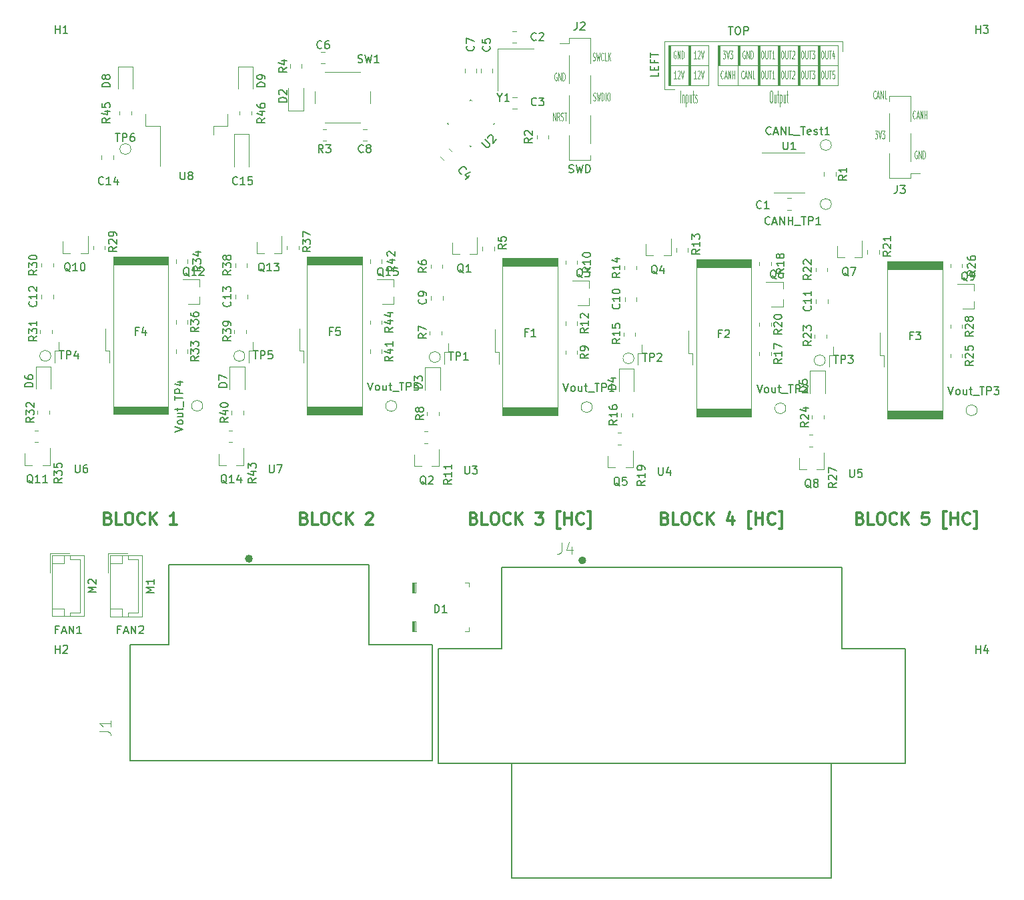
<source format=gbr>
%TF.GenerationSoftware,KiCad,Pcbnew,(5.1.9-0-10_14)*%
%TF.CreationDate,2021-02-15T20:52:16+08:00*%
%TF.ProjectId,pdm,70646d2e-6b69-4636-9164-5f7063625858,rev?*%
%TF.SameCoordinates,Original*%
%TF.FileFunction,Legend,Top*%
%TF.FilePolarity,Positive*%
%FSLAX46Y46*%
G04 Gerber Fmt 4.6, Leading zero omitted, Abs format (unit mm)*
G04 Created by KiCad (PCBNEW (5.1.9-0-10_14)) date 2021-02-15 20:52:16*
%MOMM*%
%LPD*%
G01*
G04 APERTURE LIST*
%ADD10C,0.150000*%
%ADD11C,0.120000*%
%ADD12C,0.125000*%
%ADD13C,0.300000*%
%ADD14C,0.100000*%
%ADD15C,0.127000*%
%ADD16C,0.500000*%
%ADD17C,0.152400*%
%ADD18C,0.015000*%
G04 APERTURE END LIST*
D10*
X186380380Y-56324380D02*
X186380380Y-56800571D01*
X185380380Y-56800571D01*
X185856571Y-55991047D02*
X185856571Y-55657714D01*
X186380380Y-55514857D02*
X186380380Y-55991047D01*
X185380380Y-55991047D01*
X185380380Y-55514857D01*
X185856571Y-54752952D02*
X185856571Y-55086285D01*
X186380380Y-55086285D02*
X185380380Y-55086285D01*
X185380380Y-54610095D01*
X185380380Y-54372000D02*
X185380380Y-53800571D01*
X186380380Y-54086285D02*
X185380380Y-54086285D01*
D11*
X187198000Y-58420000D02*
X188468000Y-58420000D01*
X187198000Y-53594000D02*
X187198000Y-58420000D01*
X209804000Y-52324000D02*
X209804000Y-53594000D01*
X187198000Y-52324000D02*
X209804000Y-52324000D01*
X187198000Y-53594000D02*
X187198000Y-52324000D01*
D10*
X195286476Y-50506380D02*
X195857904Y-50506380D01*
X195572190Y-51506380D02*
X195572190Y-50506380D01*
X196381714Y-50506380D02*
X196572190Y-50506380D01*
X196667428Y-50554000D01*
X196762666Y-50649238D01*
X196810285Y-50839714D01*
X196810285Y-51173047D01*
X196762666Y-51363523D01*
X196667428Y-51458761D01*
X196572190Y-51506380D01*
X196381714Y-51506380D01*
X196286476Y-51458761D01*
X196191238Y-51363523D01*
X196143619Y-51173047D01*
X196143619Y-50839714D01*
X196191238Y-50649238D01*
X196286476Y-50554000D01*
X196381714Y-50506380D01*
X197238857Y-51506380D02*
X197238857Y-50506380D01*
X197619809Y-50506380D01*
X197715047Y-50554000D01*
X197762666Y-50601619D01*
X197810285Y-50696857D01*
X197810285Y-50839714D01*
X197762666Y-50934952D01*
X197715047Y-50982571D01*
X197619809Y-51030190D01*
X197238857Y-51030190D01*
X118094285Y-127055571D02*
X117760952Y-127055571D01*
X117760952Y-127579380D02*
X117760952Y-126579380D01*
X118237142Y-126579380D01*
X118570476Y-127293666D02*
X119046666Y-127293666D01*
X118475238Y-127579380D02*
X118808571Y-126579380D01*
X119141904Y-127579380D01*
X119475238Y-127579380D02*
X119475238Y-126579380D01*
X120046666Y-127579380D01*
X120046666Y-126579380D01*
X120475238Y-126674619D02*
X120522857Y-126627000D01*
X120618095Y-126579380D01*
X120856190Y-126579380D01*
X120951428Y-126627000D01*
X120999047Y-126674619D01*
X121046666Y-126769857D01*
X121046666Y-126865095D01*
X120999047Y-127007952D01*
X120427619Y-127579380D01*
X121046666Y-127579380D01*
X110220285Y-127055571D02*
X109886952Y-127055571D01*
X109886952Y-127579380D02*
X109886952Y-126579380D01*
X110363142Y-126579380D01*
X110696476Y-127293666D02*
X111172666Y-127293666D01*
X110601238Y-127579380D02*
X110934571Y-126579380D01*
X111267904Y-127579380D01*
X111601238Y-127579380D02*
X111601238Y-126579380D01*
X112172666Y-127579380D01*
X112172666Y-126579380D01*
X113172666Y-127579380D02*
X112601238Y-127579380D01*
X112886952Y-127579380D02*
X112886952Y-126579380D01*
X112791714Y-126722238D01*
X112696476Y-126817476D01*
X112601238Y-126865095D01*
D12*
X219202047Y-66302000D02*
X219154428Y-66254380D01*
X219083000Y-66254380D01*
X219011571Y-66302000D01*
X218963952Y-66397238D01*
X218940142Y-66492476D01*
X218916333Y-66682952D01*
X218916333Y-66825809D01*
X218940142Y-67016285D01*
X218963952Y-67111523D01*
X219011571Y-67206761D01*
X219083000Y-67254380D01*
X219130619Y-67254380D01*
X219202047Y-67206761D01*
X219225857Y-67159142D01*
X219225857Y-66825809D01*
X219130619Y-66825809D01*
X219440142Y-67254380D02*
X219440142Y-66254380D01*
X219725857Y-67254380D01*
X219725857Y-66254380D01*
X219963952Y-67254380D02*
X219963952Y-66254380D01*
X220083000Y-66254380D01*
X220154428Y-66302000D01*
X220202047Y-66397238D01*
X220225857Y-66492476D01*
X220249666Y-66682952D01*
X220249666Y-66825809D01*
X220225857Y-67016285D01*
X220202047Y-67111523D01*
X220154428Y-67206761D01*
X220083000Y-67254380D01*
X219963952Y-67254380D01*
X213883952Y-63714380D02*
X214193476Y-63714380D01*
X214026809Y-64095333D01*
X214098238Y-64095333D01*
X214145857Y-64142952D01*
X214169666Y-64190571D01*
X214193476Y-64285809D01*
X214193476Y-64523904D01*
X214169666Y-64619142D01*
X214145857Y-64666761D01*
X214098238Y-64714380D01*
X213955380Y-64714380D01*
X213907761Y-64666761D01*
X213883952Y-64619142D01*
X214336333Y-63714380D02*
X214503000Y-64714380D01*
X214669666Y-63714380D01*
X214788714Y-63714380D02*
X215098238Y-63714380D01*
X214931571Y-64095333D01*
X215003000Y-64095333D01*
X215050619Y-64142952D01*
X215074428Y-64190571D01*
X215098238Y-64285809D01*
X215098238Y-64523904D01*
X215074428Y-64619142D01*
X215050619Y-64666761D01*
X215003000Y-64714380D01*
X214860142Y-64714380D01*
X214812523Y-64666761D01*
X214788714Y-64619142D01*
X218999666Y-62079142D02*
X218975857Y-62126761D01*
X218904428Y-62174380D01*
X218856809Y-62174380D01*
X218785380Y-62126761D01*
X218737761Y-62031523D01*
X218713952Y-61936285D01*
X218690142Y-61745809D01*
X218690142Y-61602952D01*
X218713952Y-61412476D01*
X218737761Y-61317238D01*
X218785380Y-61222000D01*
X218856809Y-61174380D01*
X218904428Y-61174380D01*
X218975857Y-61222000D01*
X218999666Y-61269619D01*
X219190142Y-61888666D02*
X219428238Y-61888666D01*
X219142523Y-62174380D02*
X219309190Y-61174380D01*
X219475857Y-62174380D01*
X219642523Y-62174380D02*
X219642523Y-61174380D01*
X219928238Y-62174380D01*
X219928238Y-61174380D01*
X220166333Y-62174380D02*
X220166333Y-61174380D01*
X220166333Y-61650571D02*
X220452047Y-61650571D01*
X220452047Y-62174380D02*
X220452047Y-61174380D01*
X213979190Y-59539142D02*
X213955380Y-59586761D01*
X213883952Y-59634380D01*
X213836333Y-59634380D01*
X213764904Y-59586761D01*
X213717285Y-59491523D01*
X213693476Y-59396285D01*
X213669666Y-59205809D01*
X213669666Y-59062952D01*
X213693476Y-58872476D01*
X213717285Y-58777238D01*
X213764904Y-58682000D01*
X213836333Y-58634380D01*
X213883952Y-58634380D01*
X213955380Y-58682000D01*
X213979190Y-58729619D01*
X214169666Y-59348666D02*
X214407761Y-59348666D01*
X214122047Y-59634380D02*
X214288714Y-58634380D01*
X214455380Y-59634380D01*
X214622047Y-59634380D02*
X214622047Y-58634380D01*
X214907761Y-59634380D01*
X214907761Y-58634380D01*
X215383952Y-59634380D02*
X215145857Y-59634380D01*
X215145857Y-58634380D01*
X178066047Y-54760761D02*
X178137476Y-54808380D01*
X178256523Y-54808380D01*
X178304142Y-54760761D01*
X178327952Y-54713142D01*
X178351761Y-54617904D01*
X178351761Y-54522666D01*
X178327952Y-54427428D01*
X178304142Y-54379809D01*
X178256523Y-54332190D01*
X178161285Y-54284571D01*
X178113666Y-54236952D01*
X178089857Y-54189333D01*
X178066047Y-54094095D01*
X178066047Y-53998857D01*
X178089857Y-53903619D01*
X178113666Y-53856000D01*
X178161285Y-53808380D01*
X178280333Y-53808380D01*
X178351761Y-53856000D01*
X178518428Y-53808380D02*
X178637476Y-54808380D01*
X178732714Y-54094095D01*
X178827952Y-54808380D01*
X178947000Y-53808380D01*
X179423190Y-54713142D02*
X179399380Y-54760761D01*
X179327952Y-54808380D01*
X179280333Y-54808380D01*
X179208904Y-54760761D01*
X179161285Y-54665523D01*
X179137476Y-54570285D01*
X179113666Y-54379809D01*
X179113666Y-54236952D01*
X179137476Y-54046476D01*
X179161285Y-53951238D01*
X179208904Y-53856000D01*
X179280333Y-53808380D01*
X179327952Y-53808380D01*
X179399380Y-53856000D01*
X179423190Y-53903619D01*
X179875571Y-54808380D02*
X179637476Y-54808380D01*
X179637476Y-53808380D01*
X180042238Y-54808380D02*
X180042238Y-53808380D01*
X180327952Y-54808380D02*
X180113666Y-54236952D01*
X180327952Y-53808380D02*
X180042238Y-54379809D01*
X178137476Y-59840761D02*
X178208904Y-59888380D01*
X178327952Y-59888380D01*
X178375571Y-59840761D01*
X178399380Y-59793142D01*
X178423190Y-59697904D01*
X178423190Y-59602666D01*
X178399380Y-59507428D01*
X178375571Y-59459809D01*
X178327952Y-59412190D01*
X178232714Y-59364571D01*
X178185095Y-59316952D01*
X178161285Y-59269333D01*
X178137476Y-59174095D01*
X178137476Y-59078857D01*
X178161285Y-58983619D01*
X178185095Y-58936000D01*
X178232714Y-58888380D01*
X178351761Y-58888380D01*
X178423190Y-58936000D01*
X178589857Y-58888380D02*
X178708904Y-59888380D01*
X178804142Y-59174095D01*
X178899380Y-59888380D01*
X179018428Y-58888380D01*
X179208904Y-59888380D02*
X179208904Y-58888380D01*
X179327952Y-58888380D01*
X179399380Y-58936000D01*
X179447000Y-59031238D01*
X179470809Y-59126476D01*
X179494619Y-59316952D01*
X179494619Y-59459809D01*
X179470809Y-59650285D01*
X179447000Y-59745523D01*
X179399380Y-59840761D01*
X179327952Y-59888380D01*
X179208904Y-59888380D01*
X179708904Y-59888380D02*
X179708904Y-58888380D01*
X180042238Y-58888380D02*
X180137476Y-58888380D01*
X180185095Y-58936000D01*
X180232714Y-59031238D01*
X180256523Y-59221714D01*
X180256523Y-59555047D01*
X180232714Y-59745523D01*
X180185095Y-59840761D01*
X180137476Y-59888380D01*
X180042238Y-59888380D01*
X179994619Y-59840761D01*
X179947000Y-59745523D01*
X179923190Y-59555047D01*
X179923190Y-59221714D01*
X179947000Y-59031238D01*
X179994619Y-58936000D01*
X180042238Y-58888380D01*
X173482047Y-56396000D02*
X173434428Y-56348380D01*
X173363000Y-56348380D01*
X173291571Y-56396000D01*
X173243952Y-56491238D01*
X173220142Y-56586476D01*
X173196333Y-56776952D01*
X173196333Y-56919809D01*
X173220142Y-57110285D01*
X173243952Y-57205523D01*
X173291571Y-57300761D01*
X173363000Y-57348380D01*
X173410619Y-57348380D01*
X173482047Y-57300761D01*
X173505857Y-57253142D01*
X173505857Y-56919809D01*
X173410619Y-56919809D01*
X173720142Y-57348380D02*
X173720142Y-56348380D01*
X174005857Y-57348380D01*
X174005857Y-56348380D01*
X174243952Y-57348380D02*
X174243952Y-56348380D01*
X174363000Y-56348380D01*
X174434428Y-56396000D01*
X174482047Y-56491238D01*
X174505857Y-56586476D01*
X174529666Y-56776952D01*
X174529666Y-56919809D01*
X174505857Y-57110285D01*
X174482047Y-57205523D01*
X174434428Y-57300761D01*
X174363000Y-57348380D01*
X174243952Y-57348380D01*
X173041571Y-62428380D02*
X173041571Y-61428380D01*
X173327285Y-62428380D01*
X173327285Y-61428380D01*
X173851095Y-62428380D02*
X173684428Y-61952190D01*
X173565380Y-62428380D02*
X173565380Y-61428380D01*
X173755857Y-61428380D01*
X173803476Y-61476000D01*
X173827285Y-61523619D01*
X173851095Y-61618857D01*
X173851095Y-61761714D01*
X173827285Y-61856952D01*
X173803476Y-61904571D01*
X173755857Y-61952190D01*
X173565380Y-61952190D01*
X174041571Y-62380761D02*
X174113000Y-62428380D01*
X174232047Y-62428380D01*
X174279666Y-62380761D01*
X174303476Y-62333142D01*
X174327285Y-62237904D01*
X174327285Y-62142666D01*
X174303476Y-62047428D01*
X174279666Y-61999809D01*
X174232047Y-61952190D01*
X174136809Y-61904571D01*
X174089190Y-61856952D01*
X174065380Y-61809333D01*
X174041571Y-61714095D01*
X174041571Y-61618857D01*
X174065380Y-61523619D01*
X174089190Y-61476000D01*
X174136809Y-61428380D01*
X174255857Y-61428380D01*
X174327285Y-61476000D01*
X174470142Y-61428380D02*
X174755857Y-61428380D01*
X174613000Y-62428380D02*
X174613000Y-61428380D01*
D10*
X175045857Y-68984761D02*
X175188714Y-69032380D01*
X175426809Y-69032380D01*
X175522047Y-68984761D01*
X175569666Y-68937142D01*
X175617285Y-68841904D01*
X175617285Y-68746666D01*
X175569666Y-68651428D01*
X175522047Y-68603809D01*
X175426809Y-68556190D01*
X175236333Y-68508571D01*
X175141095Y-68460952D01*
X175093476Y-68413333D01*
X175045857Y-68318095D01*
X175045857Y-68222857D01*
X175093476Y-68127619D01*
X175141095Y-68080000D01*
X175236333Y-68032380D01*
X175474428Y-68032380D01*
X175617285Y-68080000D01*
X175950619Y-68032380D02*
X176188714Y-69032380D01*
X176379190Y-68318095D01*
X176569666Y-69032380D01*
X176807761Y-68032380D01*
X177188714Y-69032380D02*
X177188714Y-68032380D01*
X177426809Y-68032380D01*
X177569666Y-68080000D01*
X177664904Y-68175238D01*
X177712523Y-68270476D01*
X177760142Y-68460952D01*
X177760142Y-68603809D01*
X177712523Y-68794285D01*
X177664904Y-68889523D01*
X177569666Y-68984761D01*
X177426809Y-69032380D01*
X177188714Y-69032380D01*
D13*
X212023428Y-112922857D02*
X212237714Y-112994285D01*
X212309142Y-113065714D01*
X212380571Y-113208571D01*
X212380571Y-113422857D01*
X212309142Y-113565714D01*
X212237714Y-113637142D01*
X212094857Y-113708571D01*
X211523428Y-113708571D01*
X211523428Y-112208571D01*
X212023428Y-112208571D01*
X212166285Y-112280000D01*
X212237714Y-112351428D01*
X212309142Y-112494285D01*
X212309142Y-112637142D01*
X212237714Y-112780000D01*
X212166285Y-112851428D01*
X212023428Y-112922857D01*
X211523428Y-112922857D01*
X213737714Y-113708571D02*
X213023428Y-113708571D01*
X213023428Y-112208571D01*
X214523428Y-112208571D02*
X214809142Y-112208571D01*
X214952000Y-112280000D01*
X215094857Y-112422857D01*
X215166285Y-112708571D01*
X215166285Y-113208571D01*
X215094857Y-113494285D01*
X214952000Y-113637142D01*
X214809142Y-113708571D01*
X214523428Y-113708571D01*
X214380571Y-113637142D01*
X214237714Y-113494285D01*
X214166285Y-113208571D01*
X214166285Y-112708571D01*
X214237714Y-112422857D01*
X214380571Y-112280000D01*
X214523428Y-112208571D01*
X216666285Y-113565714D02*
X216594857Y-113637142D01*
X216380571Y-113708571D01*
X216237714Y-113708571D01*
X216023428Y-113637142D01*
X215880571Y-113494285D01*
X215809142Y-113351428D01*
X215737714Y-113065714D01*
X215737714Y-112851428D01*
X215809142Y-112565714D01*
X215880571Y-112422857D01*
X216023428Y-112280000D01*
X216237714Y-112208571D01*
X216380571Y-112208571D01*
X216594857Y-112280000D01*
X216666285Y-112351428D01*
X217309142Y-113708571D02*
X217309142Y-112208571D01*
X218166285Y-113708571D02*
X217523428Y-112851428D01*
X218166285Y-112208571D02*
X217309142Y-113065714D01*
X220666285Y-112208571D02*
X219952000Y-112208571D01*
X219880571Y-112922857D01*
X219952000Y-112851428D01*
X220094857Y-112780000D01*
X220452000Y-112780000D01*
X220594857Y-112851428D01*
X220666285Y-112922857D01*
X220737714Y-113065714D01*
X220737714Y-113422857D01*
X220666285Y-113565714D01*
X220594857Y-113637142D01*
X220452000Y-113708571D01*
X220094857Y-113708571D01*
X219952000Y-113637142D01*
X219880571Y-113565714D01*
X222952000Y-114208571D02*
X222594857Y-114208571D01*
X222594857Y-112065714D01*
X222952000Y-112065714D01*
X223523428Y-113708571D02*
X223523428Y-112208571D01*
X223523428Y-112922857D02*
X224380571Y-112922857D01*
X224380571Y-113708571D02*
X224380571Y-112208571D01*
X225952000Y-113565714D02*
X225880571Y-113637142D01*
X225666285Y-113708571D01*
X225523428Y-113708571D01*
X225309142Y-113637142D01*
X225166285Y-113494285D01*
X225094857Y-113351428D01*
X225023428Y-113065714D01*
X225023428Y-112851428D01*
X225094857Y-112565714D01*
X225166285Y-112422857D01*
X225309142Y-112280000D01*
X225523428Y-112208571D01*
X225666285Y-112208571D01*
X225880571Y-112280000D01*
X225952000Y-112351428D01*
X226452000Y-114208571D02*
X226809142Y-114208571D01*
X226809142Y-112065714D01*
X226452000Y-112065714D01*
X187258428Y-112922857D02*
X187472714Y-112994285D01*
X187544142Y-113065714D01*
X187615571Y-113208571D01*
X187615571Y-113422857D01*
X187544142Y-113565714D01*
X187472714Y-113637142D01*
X187329857Y-113708571D01*
X186758428Y-113708571D01*
X186758428Y-112208571D01*
X187258428Y-112208571D01*
X187401285Y-112280000D01*
X187472714Y-112351428D01*
X187544142Y-112494285D01*
X187544142Y-112637142D01*
X187472714Y-112780000D01*
X187401285Y-112851428D01*
X187258428Y-112922857D01*
X186758428Y-112922857D01*
X188972714Y-113708571D02*
X188258428Y-113708571D01*
X188258428Y-112208571D01*
X189758428Y-112208571D02*
X190044142Y-112208571D01*
X190187000Y-112280000D01*
X190329857Y-112422857D01*
X190401285Y-112708571D01*
X190401285Y-113208571D01*
X190329857Y-113494285D01*
X190187000Y-113637142D01*
X190044142Y-113708571D01*
X189758428Y-113708571D01*
X189615571Y-113637142D01*
X189472714Y-113494285D01*
X189401285Y-113208571D01*
X189401285Y-112708571D01*
X189472714Y-112422857D01*
X189615571Y-112280000D01*
X189758428Y-112208571D01*
X191901285Y-113565714D02*
X191829857Y-113637142D01*
X191615571Y-113708571D01*
X191472714Y-113708571D01*
X191258428Y-113637142D01*
X191115571Y-113494285D01*
X191044142Y-113351428D01*
X190972714Y-113065714D01*
X190972714Y-112851428D01*
X191044142Y-112565714D01*
X191115571Y-112422857D01*
X191258428Y-112280000D01*
X191472714Y-112208571D01*
X191615571Y-112208571D01*
X191829857Y-112280000D01*
X191901285Y-112351428D01*
X192544142Y-113708571D02*
X192544142Y-112208571D01*
X193401285Y-113708571D02*
X192758428Y-112851428D01*
X193401285Y-112208571D02*
X192544142Y-113065714D01*
X195829857Y-112708571D02*
X195829857Y-113708571D01*
X195472714Y-112137142D02*
X195115571Y-113208571D01*
X196044142Y-113208571D01*
X198187000Y-114208571D02*
X197829857Y-114208571D01*
X197829857Y-112065714D01*
X198187000Y-112065714D01*
X198758428Y-113708571D02*
X198758428Y-112208571D01*
X198758428Y-112922857D02*
X199615571Y-112922857D01*
X199615571Y-113708571D02*
X199615571Y-112208571D01*
X201187000Y-113565714D02*
X201115571Y-113637142D01*
X200901285Y-113708571D01*
X200758428Y-113708571D01*
X200544142Y-113637142D01*
X200401285Y-113494285D01*
X200329857Y-113351428D01*
X200258428Y-113065714D01*
X200258428Y-112851428D01*
X200329857Y-112565714D01*
X200401285Y-112422857D01*
X200544142Y-112280000D01*
X200758428Y-112208571D01*
X200901285Y-112208571D01*
X201115571Y-112280000D01*
X201187000Y-112351428D01*
X201687000Y-114208571D02*
X202044142Y-114208571D01*
X202044142Y-112065714D01*
X201687000Y-112065714D01*
X163001428Y-112922857D02*
X163215714Y-112994285D01*
X163287142Y-113065714D01*
X163358571Y-113208571D01*
X163358571Y-113422857D01*
X163287142Y-113565714D01*
X163215714Y-113637142D01*
X163072857Y-113708571D01*
X162501428Y-113708571D01*
X162501428Y-112208571D01*
X163001428Y-112208571D01*
X163144285Y-112280000D01*
X163215714Y-112351428D01*
X163287142Y-112494285D01*
X163287142Y-112637142D01*
X163215714Y-112780000D01*
X163144285Y-112851428D01*
X163001428Y-112922857D01*
X162501428Y-112922857D01*
X164715714Y-113708571D02*
X164001428Y-113708571D01*
X164001428Y-112208571D01*
X165501428Y-112208571D02*
X165787142Y-112208571D01*
X165930000Y-112280000D01*
X166072857Y-112422857D01*
X166144285Y-112708571D01*
X166144285Y-113208571D01*
X166072857Y-113494285D01*
X165930000Y-113637142D01*
X165787142Y-113708571D01*
X165501428Y-113708571D01*
X165358571Y-113637142D01*
X165215714Y-113494285D01*
X165144285Y-113208571D01*
X165144285Y-112708571D01*
X165215714Y-112422857D01*
X165358571Y-112280000D01*
X165501428Y-112208571D01*
X167644285Y-113565714D02*
X167572857Y-113637142D01*
X167358571Y-113708571D01*
X167215714Y-113708571D01*
X167001428Y-113637142D01*
X166858571Y-113494285D01*
X166787142Y-113351428D01*
X166715714Y-113065714D01*
X166715714Y-112851428D01*
X166787142Y-112565714D01*
X166858571Y-112422857D01*
X167001428Y-112280000D01*
X167215714Y-112208571D01*
X167358571Y-112208571D01*
X167572857Y-112280000D01*
X167644285Y-112351428D01*
X168287142Y-113708571D02*
X168287142Y-112208571D01*
X169144285Y-113708571D02*
X168501428Y-112851428D01*
X169144285Y-112208571D02*
X168287142Y-113065714D01*
X170787142Y-112208571D02*
X171715714Y-112208571D01*
X171215714Y-112780000D01*
X171430000Y-112780000D01*
X171572857Y-112851428D01*
X171644285Y-112922857D01*
X171715714Y-113065714D01*
X171715714Y-113422857D01*
X171644285Y-113565714D01*
X171572857Y-113637142D01*
X171430000Y-113708571D01*
X171001428Y-113708571D01*
X170858571Y-113637142D01*
X170787142Y-113565714D01*
X173930000Y-114208571D02*
X173572857Y-114208571D01*
X173572857Y-112065714D01*
X173930000Y-112065714D01*
X174501428Y-113708571D02*
X174501428Y-112208571D01*
X174501428Y-112922857D02*
X175358571Y-112922857D01*
X175358571Y-113708571D02*
X175358571Y-112208571D01*
X176930000Y-113565714D02*
X176858571Y-113637142D01*
X176644285Y-113708571D01*
X176501428Y-113708571D01*
X176287142Y-113637142D01*
X176144285Y-113494285D01*
X176072857Y-113351428D01*
X176001428Y-113065714D01*
X176001428Y-112851428D01*
X176072857Y-112565714D01*
X176144285Y-112422857D01*
X176287142Y-112280000D01*
X176501428Y-112208571D01*
X176644285Y-112208571D01*
X176858571Y-112280000D01*
X176930000Y-112351428D01*
X177430000Y-114208571D02*
X177787142Y-114208571D01*
X177787142Y-112065714D01*
X177430000Y-112065714D01*
X141470571Y-112922857D02*
X141684857Y-112994285D01*
X141756285Y-113065714D01*
X141827714Y-113208571D01*
X141827714Y-113422857D01*
X141756285Y-113565714D01*
X141684857Y-113637142D01*
X141542000Y-113708571D01*
X140970571Y-113708571D01*
X140970571Y-112208571D01*
X141470571Y-112208571D01*
X141613428Y-112280000D01*
X141684857Y-112351428D01*
X141756285Y-112494285D01*
X141756285Y-112637142D01*
X141684857Y-112780000D01*
X141613428Y-112851428D01*
X141470571Y-112922857D01*
X140970571Y-112922857D01*
X143184857Y-113708571D02*
X142470571Y-113708571D01*
X142470571Y-112208571D01*
X143970571Y-112208571D02*
X144256285Y-112208571D01*
X144399142Y-112280000D01*
X144542000Y-112422857D01*
X144613428Y-112708571D01*
X144613428Y-113208571D01*
X144542000Y-113494285D01*
X144399142Y-113637142D01*
X144256285Y-113708571D01*
X143970571Y-113708571D01*
X143827714Y-113637142D01*
X143684857Y-113494285D01*
X143613428Y-113208571D01*
X143613428Y-112708571D01*
X143684857Y-112422857D01*
X143827714Y-112280000D01*
X143970571Y-112208571D01*
X146113428Y-113565714D02*
X146042000Y-113637142D01*
X145827714Y-113708571D01*
X145684857Y-113708571D01*
X145470571Y-113637142D01*
X145327714Y-113494285D01*
X145256285Y-113351428D01*
X145184857Y-113065714D01*
X145184857Y-112851428D01*
X145256285Y-112565714D01*
X145327714Y-112422857D01*
X145470571Y-112280000D01*
X145684857Y-112208571D01*
X145827714Y-112208571D01*
X146042000Y-112280000D01*
X146113428Y-112351428D01*
X146756285Y-113708571D02*
X146756285Y-112208571D01*
X147613428Y-113708571D02*
X146970571Y-112851428D01*
X147613428Y-112208571D02*
X146756285Y-113065714D01*
X149327714Y-112351428D02*
X149399142Y-112280000D01*
X149542000Y-112208571D01*
X149899142Y-112208571D01*
X150042000Y-112280000D01*
X150113428Y-112351428D01*
X150184857Y-112494285D01*
X150184857Y-112637142D01*
X150113428Y-112851428D01*
X149256285Y-113708571D01*
X150184857Y-113708571D01*
X116578571Y-112922857D02*
X116792857Y-112994285D01*
X116864285Y-113065714D01*
X116935714Y-113208571D01*
X116935714Y-113422857D01*
X116864285Y-113565714D01*
X116792857Y-113637142D01*
X116650000Y-113708571D01*
X116078571Y-113708571D01*
X116078571Y-112208571D01*
X116578571Y-112208571D01*
X116721428Y-112280000D01*
X116792857Y-112351428D01*
X116864285Y-112494285D01*
X116864285Y-112637142D01*
X116792857Y-112780000D01*
X116721428Y-112851428D01*
X116578571Y-112922857D01*
X116078571Y-112922857D01*
X118292857Y-113708571D02*
X117578571Y-113708571D01*
X117578571Y-112208571D01*
X119078571Y-112208571D02*
X119364285Y-112208571D01*
X119507142Y-112280000D01*
X119650000Y-112422857D01*
X119721428Y-112708571D01*
X119721428Y-113208571D01*
X119650000Y-113494285D01*
X119507142Y-113637142D01*
X119364285Y-113708571D01*
X119078571Y-113708571D01*
X118935714Y-113637142D01*
X118792857Y-113494285D01*
X118721428Y-113208571D01*
X118721428Y-112708571D01*
X118792857Y-112422857D01*
X118935714Y-112280000D01*
X119078571Y-112208571D01*
X121221428Y-113565714D02*
X121150000Y-113637142D01*
X120935714Y-113708571D01*
X120792857Y-113708571D01*
X120578571Y-113637142D01*
X120435714Y-113494285D01*
X120364285Y-113351428D01*
X120292857Y-113065714D01*
X120292857Y-112851428D01*
X120364285Y-112565714D01*
X120435714Y-112422857D01*
X120578571Y-112280000D01*
X120792857Y-112208571D01*
X120935714Y-112208571D01*
X121150000Y-112280000D01*
X121221428Y-112351428D01*
X121864285Y-113708571D02*
X121864285Y-112208571D01*
X122721428Y-113708571D02*
X122078571Y-112851428D01*
X122721428Y-112208571D02*
X121864285Y-113065714D01*
X125292857Y-113708571D02*
X124435714Y-113708571D01*
X124864285Y-113708571D02*
X124864285Y-112208571D01*
X124721428Y-112422857D01*
X124578571Y-112565714D01*
X124435714Y-112637142D01*
D12*
X189222190Y-60114571D02*
X189222190Y-58614571D01*
X189460285Y-59114571D02*
X189460285Y-60114571D01*
X189460285Y-59257428D02*
X189484095Y-59186000D01*
X189531714Y-59114571D01*
X189603142Y-59114571D01*
X189650761Y-59186000D01*
X189674571Y-59328857D01*
X189674571Y-60114571D01*
X189912666Y-59114571D02*
X189912666Y-60614571D01*
X189912666Y-59186000D02*
X189960285Y-59114571D01*
X190055523Y-59114571D01*
X190103142Y-59186000D01*
X190126952Y-59257428D01*
X190150761Y-59400285D01*
X190150761Y-59828857D01*
X190126952Y-59971714D01*
X190103142Y-60043142D01*
X190055523Y-60114571D01*
X189960285Y-60114571D01*
X189912666Y-60043142D01*
X190579333Y-59114571D02*
X190579333Y-60114571D01*
X190365047Y-59114571D02*
X190365047Y-59900285D01*
X190388857Y-60043142D01*
X190436476Y-60114571D01*
X190507904Y-60114571D01*
X190555523Y-60043142D01*
X190579333Y-59971714D01*
X190746000Y-59114571D02*
X190936476Y-59114571D01*
X190817428Y-58614571D02*
X190817428Y-59900285D01*
X190841238Y-60043142D01*
X190888857Y-60114571D01*
X190936476Y-60114571D01*
X191079333Y-60043142D02*
X191126952Y-60114571D01*
X191222190Y-60114571D01*
X191269809Y-60043142D01*
X191293619Y-59900285D01*
X191293619Y-59828857D01*
X191269809Y-59686000D01*
X191222190Y-59614571D01*
X191150761Y-59614571D01*
X191103142Y-59543142D01*
X191079333Y-59400285D01*
X191079333Y-59328857D01*
X191103142Y-59186000D01*
X191150761Y-59114571D01*
X191222190Y-59114571D01*
X191269809Y-59186000D01*
X200664095Y-58614571D02*
X200759333Y-58614571D01*
X200806952Y-58686000D01*
X200854571Y-58828857D01*
X200878380Y-59114571D01*
X200878380Y-59614571D01*
X200854571Y-59900285D01*
X200806952Y-60043142D01*
X200759333Y-60114571D01*
X200664095Y-60114571D01*
X200616476Y-60043142D01*
X200568857Y-59900285D01*
X200545047Y-59614571D01*
X200545047Y-59114571D01*
X200568857Y-58828857D01*
X200616476Y-58686000D01*
X200664095Y-58614571D01*
X201306952Y-59114571D02*
X201306952Y-60114571D01*
X201092666Y-59114571D02*
X201092666Y-59900285D01*
X201116476Y-60043142D01*
X201164095Y-60114571D01*
X201235523Y-60114571D01*
X201283142Y-60043142D01*
X201306952Y-59971714D01*
X201473619Y-59114571D02*
X201664095Y-59114571D01*
X201545047Y-58614571D02*
X201545047Y-59900285D01*
X201568857Y-60043142D01*
X201616476Y-60114571D01*
X201664095Y-60114571D01*
X201830761Y-59114571D02*
X201830761Y-60614571D01*
X201830761Y-59186000D02*
X201878380Y-59114571D01*
X201973619Y-59114571D01*
X202021238Y-59186000D01*
X202045047Y-59257428D01*
X202068857Y-59400285D01*
X202068857Y-59828857D01*
X202045047Y-59971714D01*
X202021238Y-60043142D01*
X201973619Y-60114571D01*
X201878380Y-60114571D01*
X201830761Y-60043142D01*
X202497428Y-59114571D02*
X202497428Y-60114571D01*
X202283142Y-59114571D02*
X202283142Y-59900285D01*
X202306952Y-60043142D01*
X202354571Y-60114571D01*
X202426000Y-60114571D01*
X202473619Y-60043142D01*
X202497428Y-59971714D01*
X202664095Y-59114571D02*
X202854571Y-59114571D01*
X202735523Y-58614571D02*
X202735523Y-59900285D01*
X202759333Y-60043142D01*
X202806952Y-60114571D01*
X202854571Y-60114571D01*
D14*
G36*
X201803000Y-55372000D02*
G01*
X201549000Y-55372000D01*
X201549000Y-52832000D01*
X201803000Y-52832000D01*
X201803000Y-55372000D01*
G37*
X201803000Y-55372000D02*
X201549000Y-55372000D01*
X201549000Y-52832000D01*
X201803000Y-52832000D01*
X201803000Y-55372000D01*
G36*
X204343000Y-55372000D02*
G01*
X204089000Y-55372000D01*
X204089000Y-52832000D01*
X204343000Y-52832000D01*
X204343000Y-55372000D01*
G37*
X204343000Y-55372000D02*
X204089000Y-55372000D01*
X204089000Y-52832000D01*
X204343000Y-52832000D01*
X204343000Y-55372000D01*
G36*
X206883000Y-55372000D02*
G01*
X206629000Y-55372000D01*
X206629000Y-52832000D01*
X206883000Y-52832000D01*
X206883000Y-55372000D01*
G37*
X206883000Y-55372000D02*
X206629000Y-55372000D01*
X206629000Y-52832000D01*
X206883000Y-52832000D01*
X206883000Y-55372000D01*
G36*
X206883000Y-57912000D02*
G01*
X206629000Y-57912000D01*
X206629000Y-55372000D01*
X206883000Y-55372000D01*
X206883000Y-57912000D01*
G37*
X206883000Y-57912000D02*
X206629000Y-57912000D01*
X206629000Y-55372000D01*
X206883000Y-55372000D01*
X206883000Y-57912000D01*
G36*
X204343000Y-57912000D02*
G01*
X204089000Y-57912000D01*
X204089000Y-55372000D01*
X204343000Y-55372000D01*
X204343000Y-57912000D01*
G37*
X204343000Y-57912000D02*
X204089000Y-57912000D01*
X204089000Y-55372000D01*
X204343000Y-55372000D01*
X204343000Y-57912000D01*
G36*
X201803000Y-57912000D02*
G01*
X201549000Y-57912000D01*
X201549000Y-55372000D01*
X201803000Y-55372000D01*
X201803000Y-57912000D01*
G37*
X201803000Y-57912000D02*
X201549000Y-57912000D01*
X201549000Y-55372000D01*
X201803000Y-55372000D01*
X201803000Y-57912000D01*
G36*
X199263000Y-57912000D02*
G01*
X199009000Y-57912000D01*
X199009000Y-55372000D01*
X199263000Y-55372000D01*
X199263000Y-57912000D01*
G37*
X199263000Y-57912000D02*
X199009000Y-57912000D01*
X199009000Y-55372000D01*
X199263000Y-55372000D01*
X199263000Y-57912000D01*
G36*
X199263000Y-55372000D02*
G01*
X199009000Y-55372000D01*
X199009000Y-52832000D01*
X199263000Y-52832000D01*
X199263000Y-55372000D01*
G37*
X199263000Y-55372000D02*
X199009000Y-55372000D01*
X199009000Y-52832000D01*
X199263000Y-52832000D01*
X199263000Y-55372000D01*
G36*
X187960000Y-55372000D02*
G01*
X187706000Y-55372000D01*
X187706000Y-52832000D01*
X187960000Y-52832000D01*
X187960000Y-55372000D01*
G37*
X187960000Y-55372000D02*
X187706000Y-55372000D01*
X187706000Y-52832000D01*
X187960000Y-52832000D01*
X187960000Y-55372000D01*
G36*
X196723000Y-55372000D02*
G01*
X196469000Y-55372000D01*
X196469000Y-52832000D01*
X196723000Y-52832000D01*
X196723000Y-55372000D01*
G37*
X196723000Y-55372000D02*
X196469000Y-55372000D01*
X196469000Y-52832000D01*
X196723000Y-52832000D01*
X196723000Y-55372000D01*
G36*
X194183000Y-55372000D02*
G01*
X193929000Y-55372000D01*
X193929000Y-52832000D01*
X194183000Y-52832000D01*
X194183000Y-55372000D01*
G37*
X194183000Y-55372000D02*
X193929000Y-55372000D01*
X193929000Y-52832000D01*
X194183000Y-52832000D01*
X194183000Y-55372000D01*
D12*
X207160904Y-56094380D02*
X207256142Y-56094380D01*
X207303761Y-56142000D01*
X207351380Y-56237238D01*
X207375190Y-56427714D01*
X207375190Y-56761047D01*
X207351380Y-56951523D01*
X207303761Y-57046761D01*
X207256142Y-57094380D01*
X207160904Y-57094380D01*
X207113285Y-57046761D01*
X207065666Y-56951523D01*
X207041857Y-56761047D01*
X207041857Y-56427714D01*
X207065666Y-56237238D01*
X207113285Y-56142000D01*
X207160904Y-56094380D01*
X207589476Y-56094380D02*
X207589476Y-56903904D01*
X207613285Y-56999142D01*
X207637095Y-57046761D01*
X207684714Y-57094380D01*
X207779952Y-57094380D01*
X207827571Y-57046761D01*
X207851380Y-56999142D01*
X207875190Y-56903904D01*
X207875190Y-56094380D01*
X208041857Y-56094380D02*
X208327571Y-56094380D01*
X208184714Y-57094380D02*
X208184714Y-56094380D01*
X208732333Y-56094380D02*
X208494238Y-56094380D01*
X208470428Y-56570571D01*
X208494238Y-56522952D01*
X208541857Y-56475333D01*
X208660904Y-56475333D01*
X208708523Y-56522952D01*
X208732333Y-56570571D01*
X208756142Y-56665809D01*
X208756142Y-56903904D01*
X208732333Y-56999142D01*
X208708523Y-57046761D01*
X208660904Y-57094380D01*
X208541857Y-57094380D01*
X208494238Y-57046761D01*
X208470428Y-56999142D01*
X207160904Y-53554380D02*
X207256142Y-53554380D01*
X207303761Y-53602000D01*
X207351380Y-53697238D01*
X207375190Y-53887714D01*
X207375190Y-54221047D01*
X207351380Y-54411523D01*
X207303761Y-54506761D01*
X207256142Y-54554380D01*
X207160904Y-54554380D01*
X207113285Y-54506761D01*
X207065666Y-54411523D01*
X207041857Y-54221047D01*
X207041857Y-53887714D01*
X207065666Y-53697238D01*
X207113285Y-53602000D01*
X207160904Y-53554380D01*
X207589476Y-53554380D02*
X207589476Y-54363904D01*
X207613285Y-54459142D01*
X207637095Y-54506761D01*
X207684714Y-54554380D01*
X207779952Y-54554380D01*
X207827571Y-54506761D01*
X207851380Y-54459142D01*
X207875190Y-54363904D01*
X207875190Y-53554380D01*
X208041857Y-53554380D02*
X208327571Y-53554380D01*
X208184714Y-54554380D02*
X208184714Y-53554380D01*
X208708523Y-53887714D02*
X208708523Y-54554380D01*
X208589476Y-53506761D02*
X208470428Y-54221047D01*
X208779952Y-54221047D01*
X204620904Y-53554380D02*
X204716142Y-53554380D01*
X204763761Y-53602000D01*
X204811380Y-53697238D01*
X204835190Y-53887714D01*
X204835190Y-54221047D01*
X204811380Y-54411523D01*
X204763761Y-54506761D01*
X204716142Y-54554380D01*
X204620904Y-54554380D01*
X204573285Y-54506761D01*
X204525666Y-54411523D01*
X204501857Y-54221047D01*
X204501857Y-53887714D01*
X204525666Y-53697238D01*
X204573285Y-53602000D01*
X204620904Y-53554380D01*
X205049476Y-53554380D02*
X205049476Y-54363904D01*
X205073285Y-54459142D01*
X205097095Y-54506761D01*
X205144714Y-54554380D01*
X205239952Y-54554380D01*
X205287571Y-54506761D01*
X205311380Y-54459142D01*
X205335190Y-54363904D01*
X205335190Y-53554380D01*
X205501857Y-53554380D02*
X205787571Y-53554380D01*
X205644714Y-54554380D02*
X205644714Y-53554380D01*
X205906619Y-53554380D02*
X206216142Y-53554380D01*
X206049476Y-53935333D01*
X206120904Y-53935333D01*
X206168523Y-53982952D01*
X206192333Y-54030571D01*
X206216142Y-54125809D01*
X206216142Y-54363904D01*
X206192333Y-54459142D01*
X206168523Y-54506761D01*
X206120904Y-54554380D01*
X205978047Y-54554380D01*
X205930428Y-54506761D01*
X205906619Y-54459142D01*
X204620904Y-56094380D02*
X204716142Y-56094380D01*
X204763761Y-56142000D01*
X204811380Y-56237238D01*
X204835190Y-56427714D01*
X204835190Y-56761047D01*
X204811380Y-56951523D01*
X204763761Y-57046761D01*
X204716142Y-57094380D01*
X204620904Y-57094380D01*
X204573285Y-57046761D01*
X204525666Y-56951523D01*
X204501857Y-56761047D01*
X204501857Y-56427714D01*
X204525666Y-56237238D01*
X204573285Y-56142000D01*
X204620904Y-56094380D01*
X205049476Y-56094380D02*
X205049476Y-56903904D01*
X205073285Y-56999142D01*
X205097095Y-57046761D01*
X205144714Y-57094380D01*
X205239952Y-57094380D01*
X205287571Y-57046761D01*
X205311380Y-56999142D01*
X205335190Y-56903904D01*
X205335190Y-56094380D01*
X205501857Y-56094380D02*
X205787571Y-56094380D01*
X205644714Y-57094380D02*
X205644714Y-56094380D01*
X205906619Y-56094380D02*
X206216142Y-56094380D01*
X206049476Y-56475333D01*
X206120904Y-56475333D01*
X206168523Y-56522952D01*
X206192333Y-56570571D01*
X206216142Y-56665809D01*
X206216142Y-56903904D01*
X206192333Y-56999142D01*
X206168523Y-57046761D01*
X206120904Y-57094380D01*
X205978047Y-57094380D01*
X205930428Y-57046761D01*
X205906619Y-56999142D01*
X202080904Y-56094380D02*
X202176142Y-56094380D01*
X202223761Y-56142000D01*
X202271380Y-56237238D01*
X202295190Y-56427714D01*
X202295190Y-56761047D01*
X202271380Y-56951523D01*
X202223761Y-57046761D01*
X202176142Y-57094380D01*
X202080904Y-57094380D01*
X202033285Y-57046761D01*
X201985666Y-56951523D01*
X201961857Y-56761047D01*
X201961857Y-56427714D01*
X201985666Y-56237238D01*
X202033285Y-56142000D01*
X202080904Y-56094380D01*
X202509476Y-56094380D02*
X202509476Y-56903904D01*
X202533285Y-56999142D01*
X202557095Y-57046761D01*
X202604714Y-57094380D01*
X202699952Y-57094380D01*
X202747571Y-57046761D01*
X202771380Y-56999142D01*
X202795190Y-56903904D01*
X202795190Y-56094380D01*
X202961857Y-56094380D02*
X203247571Y-56094380D01*
X203104714Y-57094380D02*
X203104714Y-56094380D01*
X203390428Y-56189619D02*
X203414238Y-56142000D01*
X203461857Y-56094380D01*
X203580904Y-56094380D01*
X203628523Y-56142000D01*
X203652333Y-56189619D01*
X203676142Y-56284857D01*
X203676142Y-56380095D01*
X203652333Y-56522952D01*
X203366619Y-57094380D01*
X203676142Y-57094380D01*
X202080904Y-53554380D02*
X202176142Y-53554380D01*
X202223761Y-53602000D01*
X202271380Y-53697238D01*
X202295190Y-53887714D01*
X202295190Y-54221047D01*
X202271380Y-54411523D01*
X202223761Y-54506761D01*
X202176142Y-54554380D01*
X202080904Y-54554380D01*
X202033285Y-54506761D01*
X201985666Y-54411523D01*
X201961857Y-54221047D01*
X201961857Y-53887714D01*
X201985666Y-53697238D01*
X202033285Y-53602000D01*
X202080904Y-53554380D01*
X202509476Y-53554380D02*
X202509476Y-54363904D01*
X202533285Y-54459142D01*
X202557095Y-54506761D01*
X202604714Y-54554380D01*
X202699952Y-54554380D01*
X202747571Y-54506761D01*
X202771380Y-54459142D01*
X202795190Y-54363904D01*
X202795190Y-53554380D01*
X202961857Y-53554380D02*
X203247571Y-53554380D01*
X203104714Y-54554380D02*
X203104714Y-53554380D01*
X203390428Y-53649619D02*
X203414238Y-53602000D01*
X203461857Y-53554380D01*
X203580904Y-53554380D01*
X203628523Y-53602000D01*
X203652333Y-53649619D01*
X203676142Y-53744857D01*
X203676142Y-53840095D01*
X203652333Y-53982952D01*
X203366619Y-54554380D01*
X203676142Y-54554380D01*
X199540904Y-56094380D02*
X199636142Y-56094380D01*
X199683761Y-56142000D01*
X199731380Y-56237238D01*
X199755190Y-56427714D01*
X199755190Y-56761047D01*
X199731380Y-56951523D01*
X199683761Y-57046761D01*
X199636142Y-57094380D01*
X199540904Y-57094380D01*
X199493285Y-57046761D01*
X199445666Y-56951523D01*
X199421857Y-56761047D01*
X199421857Y-56427714D01*
X199445666Y-56237238D01*
X199493285Y-56142000D01*
X199540904Y-56094380D01*
X199969476Y-56094380D02*
X199969476Y-56903904D01*
X199993285Y-56999142D01*
X200017095Y-57046761D01*
X200064714Y-57094380D01*
X200159952Y-57094380D01*
X200207571Y-57046761D01*
X200231380Y-56999142D01*
X200255190Y-56903904D01*
X200255190Y-56094380D01*
X200421857Y-56094380D02*
X200707571Y-56094380D01*
X200564714Y-57094380D02*
X200564714Y-56094380D01*
X201136142Y-57094380D02*
X200850428Y-57094380D01*
X200993285Y-57094380D02*
X200993285Y-56094380D01*
X200945666Y-56237238D01*
X200898047Y-56332476D01*
X200850428Y-56380095D01*
X199540904Y-53554380D02*
X199636142Y-53554380D01*
X199683761Y-53602000D01*
X199731380Y-53697238D01*
X199755190Y-53887714D01*
X199755190Y-54221047D01*
X199731380Y-54411523D01*
X199683761Y-54506761D01*
X199636142Y-54554380D01*
X199540904Y-54554380D01*
X199493285Y-54506761D01*
X199445666Y-54411523D01*
X199421857Y-54221047D01*
X199421857Y-53887714D01*
X199445666Y-53697238D01*
X199493285Y-53602000D01*
X199540904Y-53554380D01*
X199969476Y-53554380D02*
X199969476Y-54363904D01*
X199993285Y-54459142D01*
X200017095Y-54506761D01*
X200064714Y-54554380D01*
X200159952Y-54554380D01*
X200207571Y-54506761D01*
X200231380Y-54459142D01*
X200255190Y-54363904D01*
X200255190Y-53554380D01*
X200421857Y-53554380D02*
X200707571Y-53554380D01*
X200564714Y-54554380D02*
X200564714Y-53554380D01*
X201136142Y-54554380D02*
X200850428Y-54554380D01*
X200993285Y-54554380D02*
X200993285Y-53554380D01*
X200945666Y-53697238D01*
X200898047Y-53792476D01*
X200850428Y-53840095D01*
X197215190Y-56999142D02*
X197191380Y-57046761D01*
X197119952Y-57094380D01*
X197072333Y-57094380D01*
X197000904Y-57046761D01*
X196953285Y-56951523D01*
X196929476Y-56856285D01*
X196905666Y-56665809D01*
X196905666Y-56522952D01*
X196929476Y-56332476D01*
X196953285Y-56237238D01*
X197000904Y-56142000D01*
X197072333Y-56094380D01*
X197119952Y-56094380D01*
X197191380Y-56142000D01*
X197215190Y-56189619D01*
X197405666Y-56808666D02*
X197643761Y-56808666D01*
X197358047Y-57094380D02*
X197524714Y-56094380D01*
X197691380Y-57094380D01*
X197858047Y-57094380D02*
X197858047Y-56094380D01*
X198143761Y-57094380D01*
X198143761Y-56094380D01*
X198619952Y-57094380D02*
X198381857Y-57094380D01*
X198381857Y-56094380D01*
X194615666Y-56999142D02*
X194591857Y-57046761D01*
X194520428Y-57094380D01*
X194472809Y-57094380D01*
X194401380Y-57046761D01*
X194353761Y-56951523D01*
X194329952Y-56856285D01*
X194306142Y-56665809D01*
X194306142Y-56522952D01*
X194329952Y-56332476D01*
X194353761Y-56237238D01*
X194401380Y-56142000D01*
X194472809Y-56094380D01*
X194520428Y-56094380D01*
X194591857Y-56142000D01*
X194615666Y-56189619D01*
X194806142Y-56808666D02*
X195044238Y-56808666D01*
X194758523Y-57094380D02*
X194925190Y-56094380D01*
X195091857Y-57094380D01*
X195258523Y-57094380D02*
X195258523Y-56094380D01*
X195544238Y-57094380D01*
X195544238Y-56094380D01*
X195782333Y-57094380D02*
X195782333Y-56094380D01*
X195782333Y-56570571D02*
X196068047Y-56570571D01*
X196068047Y-57094380D02*
X196068047Y-56094380D01*
X194579952Y-53554380D02*
X194889476Y-53554380D01*
X194722809Y-53935333D01*
X194794238Y-53935333D01*
X194841857Y-53982952D01*
X194865666Y-54030571D01*
X194889476Y-54125809D01*
X194889476Y-54363904D01*
X194865666Y-54459142D01*
X194841857Y-54506761D01*
X194794238Y-54554380D01*
X194651380Y-54554380D01*
X194603761Y-54506761D01*
X194579952Y-54459142D01*
X195032333Y-53554380D02*
X195199000Y-54554380D01*
X195365666Y-53554380D01*
X195484714Y-53554380D02*
X195794238Y-53554380D01*
X195627571Y-53935333D01*
X195699000Y-53935333D01*
X195746619Y-53982952D01*
X195770428Y-54030571D01*
X195794238Y-54125809D01*
X195794238Y-54363904D01*
X195770428Y-54459142D01*
X195746619Y-54506761D01*
X195699000Y-54554380D01*
X195556142Y-54554380D01*
X195508523Y-54506761D01*
X195484714Y-54459142D01*
X197358047Y-53602000D02*
X197310428Y-53554380D01*
X197239000Y-53554380D01*
X197167571Y-53602000D01*
X197119952Y-53697238D01*
X197096142Y-53792476D01*
X197072333Y-53982952D01*
X197072333Y-54125809D01*
X197096142Y-54316285D01*
X197119952Y-54411523D01*
X197167571Y-54506761D01*
X197239000Y-54554380D01*
X197286619Y-54554380D01*
X197358047Y-54506761D01*
X197381857Y-54459142D01*
X197381857Y-54125809D01*
X197286619Y-54125809D01*
X197596142Y-54554380D02*
X197596142Y-53554380D01*
X197881857Y-54554380D01*
X197881857Y-53554380D01*
X198119952Y-54554380D02*
X198119952Y-53554380D01*
X198239000Y-53554380D01*
X198310428Y-53602000D01*
X198358047Y-53697238D01*
X198381857Y-53792476D01*
X198405666Y-53982952D01*
X198405666Y-54125809D01*
X198381857Y-54316285D01*
X198358047Y-54411523D01*
X198310428Y-54506761D01*
X198239000Y-54554380D01*
X198119952Y-54554380D01*
D11*
X206629000Y-55372000D02*
X206629000Y-52832000D01*
X206629000Y-52832000D02*
X209169000Y-52832000D01*
X209169000Y-55372000D02*
X206629000Y-55372000D01*
X209169000Y-52832000D02*
X209169000Y-55372000D01*
X204089000Y-55372000D02*
X204089000Y-52832000D01*
X204089000Y-52832000D02*
X206629000Y-52832000D01*
X206629000Y-55372000D02*
X204089000Y-55372000D01*
X206629000Y-52832000D02*
X206629000Y-55372000D01*
X201549000Y-55372000D02*
X201549000Y-52832000D01*
X201549000Y-52832000D02*
X204089000Y-52832000D01*
X204089000Y-55372000D02*
X201549000Y-55372000D01*
X204089000Y-52832000D02*
X204089000Y-55372000D01*
X199009000Y-55372000D02*
X199009000Y-52832000D01*
X199009000Y-52832000D02*
X201549000Y-52832000D01*
X201549000Y-55372000D02*
X199009000Y-55372000D01*
X201549000Y-52832000D02*
X201549000Y-55372000D01*
X196469000Y-55372000D02*
X196469000Y-52832000D01*
X196469000Y-52832000D02*
X199009000Y-52832000D01*
X199009000Y-55372000D02*
X196469000Y-55372000D01*
X199009000Y-52832000D02*
X199009000Y-55372000D01*
X206629000Y-57912000D02*
X206629000Y-55372000D01*
X206629000Y-55372000D02*
X209169000Y-55372000D01*
X209169000Y-57912000D02*
X206629000Y-57912000D01*
X209169000Y-55372000D02*
X209169000Y-57912000D01*
X204089000Y-57912000D02*
X204089000Y-55372000D01*
X204089000Y-55372000D02*
X206629000Y-55372000D01*
X206629000Y-57912000D02*
X204089000Y-57912000D01*
X206629000Y-55372000D02*
X206629000Y-57912000D01*
X201549000Y-57912000D02*
X201549000Y-55372000D01*
X201549000Y-55372000D02*
X204089000Y-55372000D01*
X204089000Y-57912000D02*
X201549000Y-57912000D01*
X204089000Y-55372000D02*
X204089000Y-57912000D01*
X199009000Y-57912000D02*
X199009000Y-55372000D01*
X199009000Y-55372000D02*
X201549000Y-55372000D01*
X201549000Y-57912000D02*
X199009000Y-57912000D01*
X201549000Y-55372000D02*
X201549000Y-57912000D01*
X196469000Y-57912000D02*
X196469000Y-55372000D01*
X196469000Y-55372000D02*
X199009000Y-55372000D01*
X199009000Y-57912000D02*
X196469000Y-57912000D01*
X199009000Y-55372000D02*
X199009000Y-57912000D01*
X193929000Y-57912000D02*
X193929000Y-55372000D01*
X193929000Y-55372000D02*
X196469000Y-55372000D01*
X196469000Y-57912000D02*
X193929000Y-57912000D01*
X196469000Y-55372000D02*
X196469000Y-57912000D01*
X193929000Y-55372000D02*
X193929000Y-52832000D01*
X196469000Y-55372000D02*
X193929000Y-55372000D01*
X196469000Y-52832000D02*
X196469000Y-55372000D01*
X193929000Y-52832000D02*
X196469000Y-52832000D01*
D14*
G36*
X187960000Y-57912000D02*
G01*
X187706000Y-57912000D01*
X187706000Y-55372000D01*
X187960000Y-55372000D01*
X187960000Y-57912000D01*
G37*
X187960000Y-57912000D02*
X187706000Y-57912000D01*
X187706000Y-55372000D01*
X187960000Y-55372000D01*
X187960000Y-57912000D01*
G36*
X190500000Y-57912000D02*
G01*
X190246000Y-57912000D01*
X190246000Y-52832000D01*
X190500000Y-52832000D01*
X190500000Y-57912000D01*
G37*
X190500000Y-57912000D02*
X190246000Y-57912000D01*
X190246000Y-52832000D01*
X190500000Y-52832000D01*
X190500000Y-57912000D01*
D12*
X191206476Y-54554380D02*
X190920761Y-54554380D01*
X191063619Y-54554380D02*
X191063619Y-53554380D01*
X191016000Y-53697238D01*
X190968380Y-53792476D01*
X190920761Y-53840095D01*
X191396952Y-53649619D02*
X191420761Y-53602000D01*
X191468380Y-53554380D01*
X191587428Y-53554380D01*
X191635047Y-53602000D01*
X191658857Y-53649619D01*
X191682666Y-53744857D01*
X191682666Y-53840095D01*
X191658857Y-53982952D01*
X191373142Y-54554380D01*
X191682666Y-54554380D01*
X191825523Y-53554380D02*
X191992190Y-54554380D01*
X192158857Y-53554380D01*
X188666476Y-57094380D02*
X188380761Y-57094380D01*
X188523619Y-57094380D02*
X188523619Y-56094380D01*
X188476000Y-56237238D01*
X188428380Y-56332476D01*
X188380761Y-56380095D01*
X188856952Y-56189619D02*
X188880761Y-56142000D01*
X188928380Y-56094380D01*
X189047428Y-56094380D01*
X189095047Y-56142000D01*
X189118857Y-56189619D01*
X189142666Y-56284857D01*
X189142666Y-56380095D01*
X189118857Y-56522952D01*
X188833142Y-57094380D01*
X189142666Y-57094380D01*
X189285523Y-56094380D02*
X189452190Y-57094380D01*
X189618857Y-56094380D01*
X191206476Y-57094380D02*
X190920761Y-57094380D01*
X191063619Y-57094380D02*
X191063619Y-56094380D01*
X191016000Y-56237238D01*
X190968380Y-56332476D01*
X190920761Y-56380095D01*
X191396952Y-56189619D02*
X191420761Y-56142000D01*
X191468380Y-56094380D01*
X191587428Y-56094380D01*
X191635047Y-56142000D01*
X191658857Y-56189619D01*
X191682666Y-56284857D01*
X191682666Y-56380095D01*
X191658857Y-56522952D01*
X191373142Y-57094380D01*
X191682666Y-57094380D01*
X191825523Y-56094380D02*
X191992190Y-57094380D01*
X192158857Y-56094380D01*
X188595047Y-53602000D02*
X188547428Y-53554380D01*
X188476000Y-53554380D01*
X188404571Y-53602000D01*
X188356952Y-53697238D01*
X188333142Y-53792476D01*
X188309333Y-53982952D01*
X188309333Y-54125809D01*
X188333142Y-54316285D01*
X188356952Y-54411523D01*
X188404571Y-54506761D01*
X188476000Y-54554380D01*
X188523619Y-54554380D01*
X188595047Y-54506761D01*
X188618857Y-54459142D01*
X188618857Y-54125809D01*
X188523619Y-54125809D01*
X188833142Y-54554380D02*
X188833142Y-53554380D01*
X189118857Y-54554380D01*
X189118857Y-53554380D01*
X189356952Y-54554380D02*
X189356952Y-53554380D01*
X189476000Y-53554380D01*
X189547428Y-53602000D01*
X189595047Y-53697238D01*
X189618857Y-53792476D01*
X189642666Y-53982952D01*
X189642666Y-54125809D01*
X189618857Y-54316285D01*
X189595047Y-54411523D01*
X189547428Y-54506761D01*
X189476000Y-54554380D01*
X189356952Y-54554380D01*
D11*
X187706000Y-57912000D02*
X187706000Y-55372000D01*
X190246000Y-57912000D02*
X187706000Y-57912000D01*
X192786000Y-57912000D02*
X192786000Y-55372000D01*
X190246000Y-57912000D02*
X192786000Y-57912000D01*
X190246000Y-55372000D02*
X190246000Y-57912000D01*
X192786000Y-55372000D02*
X190246000Y-55372000D01*
X192786000Y-52832000D02*
X192786000Y-55372000D01*
X190246000Y-52832000D02*
X192786000Y-52832000D01*
X187706000Y-55372000D02*
X187706000Y-52832000D01*
X190246000Y-55372000D02*
X187706000Y-55372000D01*
X190246000Y-52832000D02*
X190246000Y-55372000D01*
X187706000Y-52832000D02*
X190246000Y-52832000D01*
%TO.C,Y1*%
X170532000Y-53254000D02*
X166032000Y-53254000D01*
X166032000Y-53254000D02*
X166032000Y-58654000D01*
D14*
%TO.C,D1*%
X155149999Y-126006000D02*
X155549999Y-126006000D01*
X155149999Y-122406000D02*
X155549999Y-122406000D01*
X162349999Y-127306000D02*
X161849999Y-127306000D01*
X162349999Y-127306000D02*
X162349999Y-126806000D01*
X155149999Y-127306000D02*
X155149999Y-126006000D01*
X155149999Y-127306000D02*
X155649999Y-127306000D01*
X155149999Y-121106000D02*
X155149999Y-122406000D01*
X155149999Y-121106000D02*
X155649999Y-121106000D01*
X162349999Y-121106000D02*
X162349999Y-121606000D01*
X162349999Y-121106000D02*
X161849999Y-121106000D01*
X155249999Y-121106000D02*
X155249999Y-122406000D01*
X155349999Y-121106000D02*
X155349999Y-122406000D01*
X155449999Y-121106000D02*
X155449999Y-122406000D01*
X155549999Y-121106000D02*
X155549999Y-122406000D01*
X155249999Y-127306000D02*
X155249999Y-126006000D01*
X155349999Y-127306000D02*
X155349999Y-126006000D01*
X155449999Y-127306000D02*
X155449999Y-126006000D01*
X155549999Y-127306000D02*
X155549999Y-126006000D01*
D15*
%TO.C,J4*%
X166482000Y-119124000D02*
X209692000Y-119124000D01*
D16*
X176987000Y-118274000D02*
G75*
G03*
X176987000Y-118274000I-250000J0D01*
G01*
D15*
X208367000Y-158624000D02*
X208367000Y-144014000D01*
X167807000Y-158624000D02*
X208367000Y-158624000D01*
X167807000Y-144014000D02*
X167807000Y-158624000D01*
X166482000Y-129524000D02*
X166482000Y-119124000D01*
X158482000Y-129524000D02*
X166482000Y-129524000D01*
X158482000Y-144014000D02*
X158482000Y-129524000D01*
X167807000Y-144014000D02*
X158482000Y-144014000D01*
X208367000Y-144014000D02*
X167807000Y-144014000D01*
X217692000Y-144014000D02*
X208367000Y-144014000D01*
X217692000Y-129524000D02*
X217692000Y-144014000D01*
X209692000Y-129524000D02*
X217692000Y-129524000D01*
X209692000Y-119124000D02*
X209692000Y-129524000D01*
D11*
%TO.C,R43*%
X131842936Y-101787000D02*
X132297064Y-101787000D01*
X131842936Y-103257000D02*
X132297064Y-103257000D01*
%TO.C,R35*%
X107214936Y-101770000D02*
X107669064Y-101770000D01*
X107214936Y-103240000D02*
X107669064Y-103240000D01*
%TO.C,R27*%
X205502936Y-102342000D02*
X205957064Y-102342000D01*
X205502936Y-103812000D02*
X205957064Y-103812000D01*
%TO.C,R19*%
X181226936Y-102088000D02*
X181681064Y-102088000D01*
X181226936Y-103558000D02*
X181681064Y-103558000D01*
%TO.C,R11*%
X156650936Y-101928000D02*
X157105064Y-101928000D01*
X156650936Y-103398000D02*
X157105064Y-103398000D01*
%TO.C,Q14*%
X130617000Y-106187000D02*
X130617000Y-104727000D01*
X133777000Y-106187000D02*
X133777000Y-104027000D01*
X133777000Y-106187000D02*
X132847000Y-106187000D01*
X130617000Y-106187000D02*
X131547000Y-106187000D01*
%TO.C,Q11*%
X105989000Y-106170000D02*
X105989000Y-104710000D01*
X109149000Y-106170000D02*
X109149000Y-104010000D01*
X109149000Y-106170000D02*
X108219000Y-106170000D01*
X105989000Y-106170000D02*
X106919000Y-106170000D01*
%TO.C,Q8*%
X204277000Y-106742000D02*
X204277000Y-105282000D01*
X207437000Y-106742000D02*
X207437000Y-104582000D01*
X207437000Y-106742000D02*
X206507000Y-106742000D01*
X204277000Y-106742000D02*
X205207000Y-106742000D01*
%TO.C,Q5*%
X180001000Y-106488000D02*
X180001000Y-105028000D01*
X183161000Y-106488000D02*
X183161000Y-104328000D01*
X183161000Y-106488000D02*
X182231000Y-106488000D01*
X180001000Y-106488000D02*
X180931000Y-106488000D01*
%TO.C,Q2*%
X155425000Y-106328000D02*
X155425000Y-104868000D01*
X158585000Y-106328000D02*
X158585000Y-104168000D01*
X158585000Y-106328000D02*
X157655000Y-106328000D01*
X155425000Y-106328000D02*
X156355000Y-106328000D01*
%TO.C,Q9*%
X226479000Y-86295001D02*
X225019000Y-86295001D01*
X226479000Y-83135001D02*
X224319000Y-83135001D01*
X226479000Y-83135001D02*
X226479000Y-84065001D01*
X226479000Y-86295001D02*
X226479000Y-85365001D01*
%TO.C,Q6*%
X202203000Y-86041001D02*
X200743000Y-86041001D01*
X202203000Y-82881001D02*
X200043000Y-82881001D01*
X202203000Y-82881001D02*
X202203000Y-83811001D01*
X202203000Y-86041001D02*
X202203000Y-85111001D01*
%TO.C,Q3*%
X177627000Y-85881001D02*
X176167000Y-85881001D01*
X177627000Y-82721001D02*
X175467000Y-82721001D01*
X177627000Y-82721001D02*
X177627000Y-83651001D01*
X177627000Y-85881001D02*
X177627000Y-84951001D01*
%TO.C,Q12*%
X128191000Y-85723001D02*
X126731000Y-85723001D01*
X128191000Y-82563001D02*
X126031000Y-82563001D01*
X128191000Y-82563001D02*
X128191000Y-83493001D01*
X128191000Y-85723001D02*
X128191000Y-84793001D01*
%TO.C,Q15*%
X152819000Y-85740001D02*
X151359000Y-85740001D01*
X152819000Y-82580001D02*
X150659000Y-82580001D01*
X152819000Y-82580001D02*
X152819000Y-83510001D01*
X152819000Y-85740001D02*
X152819000Y-84810001D01*
%TO.C,J2*%
X173863000Y-52580000D02*
X175073000Y-52580000D01*
X175073000Y-64260000D02*
X175073000Y-67470000D01*
X175073000Y-59180000D02*
X175073000Y-62740000D01*
X175073000Y-54100000D02*
X175073000Y-57660000D01*
X175073000Y-51910000D02*
X175073000Y-52580000D01*
X175073000Y-67470000D02*
X177733000Y-67470000D01*
X177733000Y-66800000D02*
X177733000Y-67470000D01*
X177733000Y-61720000D02*
X177733000Y-65280000D01*
X177733000Y-56640000D02*
X177733000Y-60200000D01*
X177733000Y-51910000D02*
X177733000Y-55120000D01*
X175073000Y-51910000D02*
X177733000Y-51910000D01*
%TO.C,J3*%
X219583000Y-69086000D02*
X218373000Y-69086000D01*
X218373000Y-62486000D02*
X218373000Y-59276000D01*
X218373000Y-67566000D02*
X218373000Y-64006000D01*
X218373000Y-69756000D02*
X218373000Y-69086000D01*
X218373000Y-59276000D02*
X215713000Y-59276000D01*
X215713000Y-59946000D02*
X215713000Y-59276000D01*
X215713000Y-65026000D02*
X215713000Y-61466000D01*
X215713000Y-69756000D02*
X215713000Y-66546000D01*
X218373000Y-69756000D02*
X215713000Y-69756000D01*
%TO.C,M2*%
X109150000Y-117359000D02*
X109150000Y-119859000D01*
X111650000Y-117359000D02*
X109150000Y-117359000D01*
X110950000Y-124379000D02*
X109450000Y-124379000D01*
X110950000Y-125379000D02*
X110950000Y-124379000D01*
X110950000Y-118659000D02*
X109450000Y-118659000D01*
X110950000Y-117659000D02*
X110950000Y-118659000D01*
X111760000Y-124879000D02*
X111760000Y-125379000D01*
X112970000Y-124879000D02*
X111760000Y-124879000D01*
X112970000Y-118159000D02*
X112970000Y-124879000D01*
X111760000Y-118159000D02*
X112970000Y-118159000D01*
X111760000Y-117659000D02*
X111760000Y-118159000D01*
X113470000Y-125379000D02*
X113470000Y-117659000D01*
X109450000Y-125379000D02*
X113470000Y-125379000D01*
X109450000Y-117659000D02*
X109450000Y-125379000D01*
X113470000Y-117659000D02*
X109450000Y-117659000D01*
%TO.C,M1*%
X116516000Y-117369233D02*
X116516000Y-119869233D01*
X119016000Y-117369233D02*
X116516000Y-117369233D01*
X118316000Y-124389233D02*
X116816000Y-124389233D01*
X118316000Y-125389233D02*
X118316000Y-124389233D01*
X118316000Y-118669233D02*
X116816000Y-118669233D01*
X118316000Y-117669233D02*
X118316000Y-118669233D01*
X119126000Y-124889233D02*
X119126000Y-125389233D01*
X120336000Y-124889233D02*
X119126000Y-124889233D01*
X120336000Y-118169233D02*
X120336000Y-124889233D01*
X119126000Y-118169233D02*
X120336000Y-118169233D01*
X119126000Y-117669233D02*
X119126000Y-118169233D01*
X120836000Y-125389233D02*
X120836000Y-117669233D01*
X116816000Y-125389233D02*
X120836000Y-125389233D01*
X116816000Y-117669233D02*
X116816000Y-125389233D01*
X120836000Y-117669233D02*
X116816000Y-117669233D01*
%TO.C,CANL_Test1*%
X208345000Y-65532000D02*
G75*
G03*
X208345000Y-65532000I-700000J0D01*
G01*
%TO.C,U8*%
X129901000Y-63106000D02*
X129901000Y-64206000D01*
X131711000Y-63106000D02*
X129901000Y-63106000D01*
X131711000Y-61606000D02*
X131711000Y-63106000D01*
X123121000Y-63106000D02*
X123121000Y-68231000D01*
X121311000Y-63106000D02*
X123121000Y-63106000D01*
X121311000Y-61606000D02*
X121311000Y-63106000D01*
%TO.C,TP6*%
X119445000Y-66040000D02*
G75*
G03*
X119445000Y-66040000I-700000J0D01*
G01*
%TO.C,R46*%
X133250000Y-61256936D02*
X133250000Y-61711064D01*
X134720000Y-61256936D02*
X134720000Y-61711064D01*
%TO.C,R45*%
X118010000Y-61224936D02*
X118010000Y-61679064D01*
X119480000Y-61224936D02*
X119480000Y-61679064D01*
%TO.C,R38*%
X132732000Y-80577936D02*
X132732000Y-81032064D01*
X134202000Y-80577936D02*
X134202000Y-81032064D01*
%TO.C,R37*%
X140751107Y-78784957D02*
X140751107Y-78330829D01*
X139281107Y-78784957D02*
X139281107Y-78330829D01*
%TO.C,R30*%
X108104000Y-80560936D02*
X108104000Y-81015064D01*
X109574000Y-80560936D02*
X109574000Y-81015064D01*
%TO.C,R29*%
X116123107Y-78767957D02*
X116123107Y-78313829D01*
X114653107Y-78767957D02*
X114653107Y-78313829D01*
%TO.C,R22*%
X206392000Y-81132936D02*
X206392000Y-81587064D01*
X207862000Y-81132936D02*
X207862000Y-81587064D01*
%TO.C,R21*%
X214411107Y-79339957D02*
X214411107Y-78885829D01*
X212941107Y-79339957D02*
X212941107Y-78885829D01*
%TO.C,R14*%
X182116000Y-80878936D02*
X182116000Y-81333064D01*
X183586000Y-80878936D02*
X183586000Y-81333064D01*
%TO.C,R13*%
X190135107Y-79085957D02*
X190135107Y-78631829D01*
X188665107Y-79085957D02*
X188665107Y-78631829D01*
%TO.C,R6*%
X157540000Y-80718936D02*
X157540000Y-81173064D01*
X159010000Y-80718936D02*
X159010000Y-81173064D01*
%TO.C,R5*%
X165559107Y-78925957D02*
X165559107Y-78471829D01*
X164089107Y-78925957D02*
X164089107Y-78471829D01*
%TO.C,Q13*%
X135443000Y-79263000D02*
X135443000Y-77803000D01*
X138603000Y-79263000D02*
X138603000Y-77103000D01*
X138603000Y-79263000D02*
X137673000Y-79263000D01*
X135443000Y-79263000D02*
X136373000Y-79263000D01*
%TO.C,Q10*%
X110815000Y-79246000D02*
X110815000Y-77786000D01*
X113975000Y-79246000D02*
X113975000Y-77086000D01*
X113975000Y-79246000D02*
X113045000Y-79246000D01*
X110815000Y-79246000D02*
X111745000Y-79246000D01*
%TO.C,Q7*%
X209103000Y-79818000D02*
X209103000Y-78358000D01*
X212263000Y-79818000D02*
X212263000Y-77658000D01*
X212263000Y-79818000D02*
X211333000Y-79818000D01*
X209103000Y-79818000D02*
X210033000Y-79818000D01*
%TO.C,Q4*%
X184827000Y-79564000D02*
X184827000Y-78104000D01*
X187987000Y-79564000D02*
X187987000Y-77404000D01*
X187987000Y-79564000D02*
X187057000Y-79564000D01*
X184827000Y-79564000D02*
X185757000Y-79564000D01*
%TO.C,Q1*%
X160251000Y-79404000D02*
X160251000Y-77944000D01*
X163411000Y-79404000D02*
X163411000Y-77244000D01*
X163411000Y-79404000D02*
X162481000Y-79404000D01*
X160251000Y-79404000D02*
X161181000Y-79404000D01*
%TO.C,D9*%
X133025000Y-55535001D02*
X133025000Y-58395001D01*
X134945000Y-55535001D02*
X133025000Y-55535001D01*
X134945000Y-58395001D02*
X134945000Y-55535001D01*
%TO.C,D8*%
X117785000Y-55544000D02*
X117785000Y-58404000D01*
X119705000Y-55544000D02*
X117785000Y-55544000D01*
X119705000Y-58404000D02*
X119705000Y-55544000D01*
%TO.C,C15*%
X132542000Y-64149500D02*
X132542000Y-68234500D01*
X134412000Y-64149500D02*
X132542000Y-64149500D01*
X134412000Y-68234500D02*
X134412000Y-64149500D01*
%TO.C,C14*%
X115724000Y-66794748D02*
X115724000Y-67317252D01*
X117194000Y-66794748D02*
X117194000Y-67317252D01*
%TO.C,R1*%
X208888000Y-68932248D02*
X208888000Y-69454752D01*
X207418000Y-68932248D02*
X207418000Y-69454752D01*
%TO.C,C8*%
X148858248Y-63527000D02*
X149380752Y-63527000D01*
X148858248Y-64997000D02*
X149380752Y-64997000D01*
%TO.C,C13*%
X132742000Y-84527748D02*
X132742000Y-85050252D01*
X134212000Y-84527748D02*
X134212000Y-85050252D01*
%TO.C,C12*%
X108114000Y-84510748D02*
X108114000Y-85033252D01*
X109584000Y-84510748D02*
X109584000Y-85033252D01*
%TO.C,C11*%
X206402000Y-85082748D02*
X206402000Y-85605252D01*
X207872000Y-85082748D02*
X207872000Y-85605252D01*
%TO.C,C10*%
X182126000Y-84828748D02*
X182126000Y-85351252D01*
X183596000Y-84828748D02*
X183596000Y-85351252D01*
%TO.C,C9*%
X157550000Y-84668748D02*
X157550000Y-85191252D01*
X159020000Y-84668748D02*
X159020000Y-85191252D01*
D14*
%TO.C,F2*%
G36*
X191203000Y-81035001D02*
G01*
X191203000Y-80035001D01*
X198203000Y-80035001D01*
X198203000Y-81035001D01*
X191203000Y-81035001D01*
G37*
X191203000Y-81035001D02*
X191203000Y-80035001D01*
X198203000Y-80035001D01*
X198203000Y-81035001D01*
X191203000Y-81035001D01*
G36*
X191203000Y-100035001D02*
G01*
X191203000Y-99035001D01*
X198203000Y-99035001D01*
X198203000Y-100035001D01*
X191203000Y-100035001D01*
G37*
X191203000Y-100035001D02*
X191203000Y-99035001D01*
X198203000Y-99035001D01*
X198203000Y-100035001D01*
X191203000Y-100035001D01*
D11*
X198203000Y-100035001D02*
X198203000Y-80035001D01*
X191203000Y-100035001D02*
X198203000Y-100035001D01*
X191203000Y-81035001D02*
X191203000Y-100035001D01*
X191203000Y-80035001D02*
X191203000Y-81035001D01*
X198203000Y-80035001D02*
X191203000Y-80035001D01*
X198203000Y-81035001D02*
X198203000Y-80035001D01*
X191203000Y-99035001D02*
X191203000Y-81035001D01*
X198203000Y-99035001D02*
X191203000Y-99035001D01*
X198203000Y-81035001D02*
X198203000Y-99035001D01*
X191203000Y-81035001D02*
X198203000Y-81035001D01*
D14*
%TO.C,F5*%
G36*
X141819000Y-80734001D02*
G01*
X141819000Y-79734001D01*
X148819000Y-79734001D01*
X148819000Y-80734001D01*
X141819000Y-80734001D01*
G37*
X141819000Y-80734001D02*
X141819000Y-79734001D01*
X148819000Y-79734001D01*
X148819000Y-80734001D01*
X141819000Y-80734001D01*
G36*
X141819000Y-99734001D02*
G01*
X141819000Y-98734001D01*
X148819000Y-98734001D01*
X148819000Y-99734001D01*
X141819000Y-99734001D01*
G37*
X141819000Y-99734001D02*
X141819000Y-98734001D01*
X148819000Y-98734001D01*
X148819000Y-99734001D01*
X141819000Y-99734001D01*
D11*
X148819000Y-99734001D02*
X148819000Y-79734001D01*
X141819000Y-99734001D02*
X148819000Y-99734001D01*
X141819000Y-80734001D02*
X141819000Y-99734001D01*
X141819000Y-79734001D02*
X141819000Y-80734001D01*
X148819000Y-79734001D02*
X141819000Y-79734001D01*
X148819000Y-80734001D02*
X148819000Y-79734001D01*
X141819000Y-98734001D02*
X141819000Y-80734001D01*
X148819000Y-98734001D02*
X141819000Y-98734001D01*
X148819000Y-80734001D02*
X148819000Y-98734001D01*
X141819000Y-80734001D02*
X148819000Y-80734001D01*
D14*
%TO.C,F3*%
G36*
X215479000Y-81289001D02*
G01*
X215479000Y-80289001D01*
X222479000Y-80289001D01*
X222479000Y-81289001D01*
X215479000Y-81289001D01*
G37*
X215479000Y-81289001D02*
X215479000Y-80289001D01*
X222479000Y-80289001D01*
X222479000Y-81289001D01*
X215479000Y-81289001D01*
G36*
X215479000Y-100289001D02*
G01*
X215479000Y-99289001D01*
X222479000Y-99289001D01*
X222479000Y-100289001D01*
X215479000Y-100289001D01*
G37*
X215479000Y-100289001D02*
X215479000Y-99289001D01*
X222479000Y-99289001D01*
X222479000Y-100289001D01*
X215479000Y-100289001D01*
D11*
X222479000Y-100289001D02*
X222479000Y-80289001D01*
X215479000Y-100289001D02*
X222479000Y-100289001D01*
X215479000Y-81289001D02*
X215479000Y-100289001D01*
X215479000Y-80289001D02*
X215479000Y-81289001D01*
X222479000Y-80289001D02*
X215479000Y-80289001D01*
X222479000Y-81289001D02*
X222479000Y-80289001D01*
X215479000Y-99289001D02*
X215479000Y-81289001D01*
X222479000Y-99289001D02*
X215479000Y-99289001D01*
X222479000Y-81289001D02*
X222479000Y-99289001D01*
X215479000Y-81289001D02*
X222479000Y-81289001D01*
D14*
%TO.C,F4*%
G36*
X117191000Y-80717001D02*
G01*
X117191000Y-79717001D01*
X124191000Y-79717001D01*
X124191000Y-80717001D01*
X117191000Y-80717001D01*
G37*
X117191000Y-80717001D02*
X117191000Y-79717001D01*
X124191000Y-79717001D01*
X124191000Y-80717001D01*
X117191000Y-80717001D01*
G36*
X117191000Y-99717001D02*
G01*
X117191000Y-98717001D01*
X124191000Y-98717001D01*
X124191000Y-99717001D01*
X117191000Y-99717001D01*
G37*
X117191000Y-99717001D02*
X117191000Y-98717001D01*
X124191000Y-98717001D01*
X124191000Y-99717001D01*
X117191000Y-99717001D01*
D11*
X124191000Y-99717001D02*
X124191000Y-79717001D01*
X117191000Y-99717001D02*
X124191000Y-99717001D01*
X117191000Y-80717001D02*
X117191000Y-99717001D01*
X117191000Y-79717001D02*
X117191000Y-80717001D01*
X124191000Y-79717001D02*
X117191000Y-79717001D01*
X124191000Y-80717001D02*
X124191000Y-79717001D01*
X117191000Y-98717001D02*
X117191000Y-80717001D01*
X124191000Y-98717001D02*
X117191000Y-98717001D01*
X124191000Y-80717001D02*
X124191000Y-98717001D01*
X117191000Y-80717001D02*
X124191000Y-80717001D01*
D14*
%TO.C,F1*%
G36*
X166627000Y-80875001D02*
G01*
X166627000Y-79875001D01*
X173627000Y-79875001D01*
X173627000Y-80875001D01*
X166627000Y-80875001D01*
G37*
X166627000Y-80875001D02*
X166627000Y-79875001D01*
X173627000Y-79875001D01*
X173627000Y-80875001D01*
X166627000Y-80875001D01*
G36*
X166627000Y-99875001D02*
G01*
X166627000Y-98875001D01*
X173627000Y-98875001D01*
X173627000Y-99875001D01*
X166627000Y-99875001D01*
G37*
X166627000Y-99875001D02*
X166627000Y-98875001D01*
X173627000Y-98875001D01*
X173627000Y-99875001D01*
X166627000Y-99875001D01*
D11*
X173627000Y-99875001D02*
X173627000Y-79875001D01*
X166627000Y-99875001D02*
X173627000Y-99875001D01*
X166627000Y-80875001D02*
X166627000Y-99875001D01*
X166627000Y-79875001D02*
X166627000Y-80875001D01*
X173627000Y-79875001D02*
X166627000Y-79875001D01*
X173627000Y-80875001D02*
X173627000Y-79875001D01*
X166627000Y-98875001D02*
X166627000Y-80875001D01*
X173627000Y-98875001D02*
X166627000Y-98875001D01*
X173627000Y-80875001D02*
X173627000Y-98875001D01*
X166627000Y-80875001D02*
X173627000Y-80875001D01*
D17*
%TO.C,J1*%
X124252000Y-129024000D02*
X124252000Y-118834000D01*
X124252000Y-118834000D02*
X149682000Y-118834000D01*
X149682000Y-118834000D02*
X149682000Y-129024000D01*
X124252000Y-129024000D02*
X119327000Y-129024000D01*
X119327000Y-129024000D02*
X119327000Y-143724000D01*
X119327000Y-143724000D02*
X157677000Y-143724000D01*
X157677000Y-143724000D02*
X157677000Y-129024000D01*
X157677000Y-129024000D02*
X149682000Y-129024000D01*
D16*
X134677000Y-118064000D02*
G75*
G03*
X134677000Y-118064000I-250000J0D01*
G01*
D11*
%TO.C,C7*%
X163295000Y-56373752D02*
X163295000Y-55851248D01*
X161825000Y-56373752D02*
X161825000Y-55851248D01*
%TO.C,C5*%
X165327000Y-56373752D02*
X165327000Y-55851248D01*
X163857000Y-56373752D02*
X163857000Y-55851248D01*
%TO.C,C4*%
X158739735Y-67029341D02*
X159109202Y-67398808D01*
X159779182Y-65989894D02*
X160148649Y-66359361D01*
%TO.C,R2*%
X172439000Y-64727064D02*
X172439000Y-64272936D01*
X170969000Y-64727064D02*
X170969000Y-64272936D01*
%TO.C,U5*%
X214988000Y-93713000D02*
X214988000Y-92213000D01*
X214988000Y-92213000D02*
X214518000Y-92213000D01*
X214518000Y-92213000D02*
X214518000Y-89383000D01*
X208088000Y-93713000D02*
X208088000Y-92213000D01*
X208088000Y-92213000D02*
X208558000Y-92213000D01*
X208558000Y-92213000D02*
X208558000Y-91113000D01*
%TO.C,U4*%
X190712000Y-93459000D02*
X190712000Y-91959000D01*
X190712000Y-91959000D02*
X190242000Y-91959000D01*
X190242000Y-91959000D02*
X190242000Y-89129000D01*
X183812000Y-93459000D02*
X183812000Y-91959000D01*
X183812000Y-91959000D02*
X184282000Y-91959000D01*
X184282000Y-91959000D02*
X184282000Y-90859000D01*
%TO.C,U6*%
X116700000Y-93141000D02*
X116700000Y-91641000D01*
X116700000Y-91641000D02*
X116230000Y-91641000D01*
X116230000Y-91641000D02*
X116230000Y-88811000D01*
X109800000Y-93141000D02*
X109800000Y-91641000D01*
X109800000Y-91641000D02*
X110270000Y-91641000D01*
X110270000Y-91641000D02*
X110270000Y-90541000D01*
%TO.C,U7*%
X141328000Y-93158000D02*
X141328000Y-91658000D01*
X141328000Y-91658000D02*
X140858000Y-91658000D01*
X140858000Y-91658000D02*
X140858000Y-88828000D01*
X134428000Y-93158000D02*
X134428000Y-91658000D01*
X134428000Y-91658000D02*
X134898000Y-91658000D01*
X134898000Y-91658000D02*
X134898000Y-90558000D01*
%TO.C,Vout_TP3*%
X226844000Y-99220000D02*
G75*
G03*
X226844000Y-99220000I-700000J0D01*
G01*
%TO.C,TP3*%
X207573000Y-92870001D02*
G75*
G03*
X207573000Y-92870001I-700000J0D01*
G01*
%TO.C,Vout_TP2*%
X202568000Y-98966000D02*
G75*
G03*
X202568000Y-98966000I-700000J0D01*
G01*
%TO.C,TP2*%
X183297000Y-92616001D02*
G75*
G03*
X183297000Y-92616001I-700000J0D01*
G01*
%TO.C,TP1*%
X158721000Y-92456001D02*
G75*
G03*
X158721000Y-92456001I-700000J0D01*
G01*
%TO.C,Vout_TP4*%
X128556000Y-98648000D02*
G75*
G03*
X128556000Y-98648000I-700000J0D01*
G01*
%TO.C,TP4*%
X109285000Y-92298001D02*
G75*
G03*
X109285000Y-92298001I-700000J0D01*
G01*
%TO.C,Vout_TP5*%
X153184000Y-98665000D02*
G75*
G03*
X153184000Y-98665000I-700000J0D01*
G01*
%TO.C,TP5*%
X133913000Y-92315001D02*
G75*
G03*
X133913000Y-92315001I-700000J0D01*
G01*
%TO.C,R28*%
X224954001Y-88347936D02*
X224954001Y-88802064D01*
X223484001Y-88347936D02*
X223484001Y-88802064D01*
%TO.C,R26*%
X223484000Y-81087064D02*
X223484000Y-80632936D01*
X224954000Y-81087064D02*
X224954000Y-80632936D01*
%TO.C,R25*%
X224954001Y-92062936D02*
X224954001Y-92517064D01*
X223484001Y-92062936D02*
X223484001Y-92517064D01*
%TO.C,R24*%
X205894000Y-100287064D02*
X205894000Y-99832936D01*
X207364000Y-100287064D02*
X207364000Y-99832936D01*
%TO.C,R23*%
X207702000Y-89578936D02*
X207702000Y-90033064D01*
X206232000Y-89578936D02*
X206232000Y-90033064D01*
%TO.C,R20*%
X200678001Y-88093936D02*
X200678001Y-88548064D01*
X199208001Y-88093936D02*
X199208001Y-88548064D01*
%TO.C,R18*%
X199208000Y-80833064D02*
X199208000Y-80378936D01*
X200678000Y-80833064D02*
X200678000Y-80378936D01*
%TO.C,R17*%
X200678001Y-91808936D02*
X200678001Y-92263064D01*
X199208001Y-91808936D02*
X199208001Y-92263064D01*
%TO.C,R16*%
X181618000Y-100033064D02*
X181618000Y-99578936D01*
X183088000Y-100033064D02*
X183088000Y-99578936D01*
%TO.C,R15*%
X183426000Y-89324936D02*
X183426000Y-89779064D01*
X181956000Y-89324936D02*
X181956000Y-89779064D01*
%TO.C,R36*%
X126666001Y-87775936D02*
X126666001Y-88230064D01*
X125196001Y-87775936D02*
X125196001Y-88230064D01*
%TO.C,R34*%
X125196000Y-80515064D02*
X125196000Y-80060936D01*
X126666000Y-80515064D02*
X126666000Y-80060936D01*
%TO.C,R33*%
X126666001Y-91490936D02*
X126666001Y-91945064D01*
X125196001Y-91490936D02*
X125196001Y-91945064D01*
%TO.C,R32*%
X107606000Y-99715064D02*
X107606000Y-99260936D01*
X109076000Y-99715064D02*
X109076000Y-99260936D01*
%TO.C,R31*%
X109414000Y-89006936D02*
X109414000Y-89461064D01*
X107944000Y-89006936D02*
X107944000Y-89461064D01*
%TO.C,R44*%
X151294001Y-87792936D02*
X151294001Y-88247064D01*
X149824001Y-87792936D02*
X149824001Y-88247064D01*
%TO.C,R42*%
X149824000Y-80532064D02*
X149824000Y-80077936D01*
X151294000Y-80532064D02*
X151294000Y-80077936D01*
%TO.C,R41*%
X151294001Y-91507936D02*
X151294001Y-91962064D01*
X149824001Y-91507936D02*
X149824001Y-91962064D01*
%TO.C,R40*%
X132234000Y-99732064D02*
X132234000Y-99277936D01*
X133704000Y-99732064D02*
X133704000Y-99277936D01*
%TO.C,R39*%
X134042000Y-89023936D02*
X134042000Y-89478064D01*
X132572000Y-89023936D02*
X132572000Y-89478064D01*
%TO.C,D5*%
X207579000Y-97076000D02*
X207579000Y-94216000D01*
X207579000Y-94216000D02*
X205659000Y-94216000D01*
X205659000Y-94216000D02*
X205659000Y-97076000D01*
%TO.C,D4*%
X183303000Y-96822000D02*
X183303000Y-93962000D01*
X183303000Y-93962000D02*
X181383000Y-93962000D01*
X181383000Y-93962000D02*
X181383000Y-96822000D01*
%TO.C,D6*%
X109291000Y-96504000D02*
X109291000Y-93644000D01*
X109291000Y-93644000D02*
X107371000Y-93644000D01*
X107371000Y-93644000D02*
X107371000Y-96504000D01*
%TO.C,D7*%
X133919000Y-96521000D02*
X133919000Y-93661000D01*
X133919000Y-93661000D02*
X131999000Y-93661000D01*
X131999000Y-93661000D02*
X131999000Y-96521000D01*
%TO.C,U3*%
X159706000Y-91799000D02*
X159706000Y-90699000D01*
X159236000Y-91799000D02*
X159706000Y-91799000D01*
X159236000Y-93299000D02*
X159236000Y-91799000D01*
X165666000Y-91799000D02*
X165666000Y-88969000D01*
X166136000Y-91799000D02*
X165666000Y-91799000D01*
X166136000Y-93299000D02*
X166136000Y-91799000D01*
%TO.C,U2*%
X162719099Y-65562892D02*
X162560000Y-65721991D01*
X162560000Y-65721991D02*
X162400901Y-65562892D01*
X162400901Y-59913108D02*
X162560000Y-59754009D01*
X162560000Y-59754009D02*
X162719099Y-59913108D01*
X159735108Y-62578901D02*
X159576009Y-62738000D01*
X159576009Y-62738000D02*
X159735108Y-62897099D01*
X165384892Y-62897099D02*
X165543991Y-62738000D01*
%TO.C,U1*%
X202990000Y-71615001D02*
X204940000Y-71615001D01*
X202990000Y-71615001D02*
X201040000Y-71615001D01*
X202990000Y-66495001D02*
X204940000Y-66495001D01*
X202990000Y-66495001D02*
X199540000Y-66495001D01*
%TO.C,Vout_TP1*%
X177992000Y-98806000D02*
G75*
G03*
X177992000Y-98806000I-700000J0D01*
G01*
%TO.C,SW1*%
X148558501Y-56224000D02*
X144058501Y-56224000D01*
X149808501Y-60224000D02*
X149808501Y-58724000D01*
X144058501Y-62724000D02*
X148558501Y-62724000D01*
X142808501Y-58724000D02*
X142808501Y-60224000D01*
%TO.C,R12*%
X176102001Y-87933936D02*
X176102001Y-88388064D01*
X174632001Y-87933936D02*
X174632001Y-88388064D01*
%TO.C,R10*%
X174632000Y-80673064D02*
X174632000Y-80218936D01*
X176102000Y-80673064D02*
X176102000Y-80218936D01*
%TO.C,R9*%
X176102001Y-91648936D02*
X176102001Y-92103064D01*
X174632001Y-91648936D02*
X174632001Y-92103064D01*
%TO.C,R8*%
X158512000Y-99873064D02*
X158512000Y-99418936D01*
X157042000Y-99873064D02*
X157042000Y-99418936D01*
%TO.C,R7*%
X158850000Y-89164936D02*
X158850000Y-89619064D01*
X157380000Y-89164936D02*
X157380000Y-89619064D01*
%TO.C,R4*%
X139663500Y-55726065D02*
X139663500Y-55271937D01*
X141133500Y-55726065D02*
X141133500Y-55271937D01*
%TO.C,R3*%
X143774936Y-63527000D02*
X144229064Y-63527000D01*
X143774936Y-64997000D02*
X144229064Y-64997000D01*
%TO.C,D3*%
X156807000Y-93802000D02*
X156807000Y-96662000D01*
X158727000Y-93802000D02*
X156807000Y-93802000D01*
X158727000Y-96662000D02*
X158727000Y-93802000D01*
%TO.C,D2*%
X139438502Y-58309000D02*
X139438502Y-61169000D01*
X139438502Y-61169000D02*
X141358502Y-61169000D01*
X141358502Y-61169000D02*
X141358502Y-58309000D01*
%TO.C,CANH_TP1*%
X208345002Y-73025000D02*
G75*
G03*
X208345002Y-73025000I-700000J0D01*
G01*
%TO.C,C6*%
X144105752Y-55190999D02*
X143583248Y-55190999D01*
X144105752Y-53720999D02*
X143583248Y-53720999D01*
%TO.C,C3*%
X168409252Y-60933000D02*
X167886748Y-60933000D01*
X168409252Y-59463000D02*
X167886748Y-59463000D01*
%TO.C,C2*%
X168387752Y-52551000D02*
X167865248Y-52551000D01*
X168387752Y-51081000D02*
X167865248Y-51081000D01*
%TO.C,C1*%
X202728749Y-72289999D02*
X203251253Y-72289999D01*
X202728749Y-73759999D02*
X203251253Y-73759999D01*
%TO.C,Y1*%
D10*
X166281809Y-59486190D02*
X166281809Y-59962380D01*
X165948476Y-58962380D02*
X166281809Y-59486190D01*
X166615142Y-58962380D01*
X167472285Y-59962380D02*
X166900857Y-59962380D01*
X167186571Y-59962380D02*
X167186571Y-58962380D01*
X167091333Y-59105238D01*
X166996095Y-59200476D01*
X166900857Y-59248095D01*
%TO.C,D1*%
X158011903Y-124912380D02*
X158011903Y-123912380D01*
X158249999Y-123912380D01*
X158392856Y-123960000D01*
X158488094Y-124055238D01*
X158535713Y-124150476D01*
X158583332Y-124340952D01*
X158583332Y-124483809D01*
X158535713Y-124674285D01*
X158488094Y-124769523D01*
X158392856Y-124864761D01*
X158249999Y-124912380D01*
X158011903Y-124912380D01*
X159535713Y-124912380D02*
X158964284Y-124912380D01*
X159249999Y-124912380D02*
X159249999Y-123912380D01*
X159154760Y-124055238D01*
X159059522Y-124150476D01*
X158964284Y-124198095D01*
%TO.C,J4*%
D18*
X174099914Y-116040963D02*
X174099914Y-117056165D01*
X174032233Y-117259205D01*
X173896873Y-117394566D01*
X173693833Y-117462246D01*
X173558472Y-117462246D01*
X175385836Y-116514724D02*
X175385836Y-117462246D01*
X175047436Y-115973283D02*
X174709035Y-116988485D01*
X175588877Y-116988485D01*
%TO.C,R43*%
D10*
X135316380Y-107847857D02*
X134840190Y-108181190D01*
X135316380Y-108419285D02*
X134316380Y-108419285D01*
X134316380Y-108038333D01*
X134364000Y-107943095D01*
X134411619Y-107895476D01*
X134506857Y-107847857D01*
X134649714Y-107847857D01*
X134744952Y-107895476D01*
X134792571Y-107943095D01*
X134840190Y-108038333D01*
X134840190Y-108419285D01*
X134649714Y-106990714D02*
X135316380Y-106990714D01*
X134268761Y-107228809D02*
X134983047Y-107466904D01*
X134983047Y-106847857D01*
X134316380Y-106562142D02*
X134316380Y-105943095D01*
X134697333Y-106276428D01*
X134697333Y-106133571D01*
X134744952Y-106038333D01*
X134792571Y-105990714D01*
X134887809Y-105943095D01*
X135125904Y-105943095D01*
X135221142Y-105990714D01*
X135268761Y-106038333D01*
X135316380Y-106133571D01*
X135316380Y-106419285D01*
X135268761Y-106514523D01*
X135221142Y-106562142D01*
%TO.C,R35*%
X110688380Y-107830857D02*
X110212190Y-108164190D01*
X110688380Y-108402285D02*
X109688380Y-108402285D01*
X109688380Y-108021333D01*
X109736000Y-107926095D01*
X109783619Y-107878476D01*
X109878857Y-107830857D01*
X110021714Y-107830857D01*
X110116952Y-107878476D01*
X110164571Y-107926095D01*
X110212190Y-108021333D01*
X110212190Y-108402285D01*
X109688380Y-107497523D02*
X109688380Y-106878476D01*
X110069333Y-107211809D01*
X110069333Y-107068952D01*
X110116952Y-106973714D01*
X110164571Y-106926095D01*
X110259809Y-106878476D01*
X110497904Y-106878476D01*
X110593142Y-106926095D01*
X110640761Y-106973714D01*
X110688380Y-107068952D01*
X110688380Y-107354666D01*
X110640761Y-107449904D01*
X110593142Y-107497523D01*
X109688380Y-105973714D02*
X109688380Y-106449904D01*
X110164571Y-106497523D01*
X110116952Y-106449904D01*
X110069333Y-106354666D01*
X110069333Y-106116571D01*
X110116952Y-106021333D01*
X110164571Y-105973714D01*
X110259809Y-105926095D01*
X110497904Y-105926095D01*
X110593142Y-105973714D01*
X110640761Y-106021333D01*
X110688380Y-106116571D01*
X110688380Y-106354666D01*
X110640761Y-106449904D01*
X110593142Y-106497523D01*
%TO.C,R27*%
X208976380Y-108402857D02*
X208500190Y-108736190D01*
X208976380Y-108974285D02*
X207976380Y-108974285D01*
X207976380Y-108593333D01*
X208024000Y-108498095D01*
X208071619Y-108450476D01*
X208166857Y-108402857D01*
X208309714Y-108402857D01*
X208404952Y-108450476D01*
X208452571Y-108498095D01*
X208500190Y-108593333D01*
X208500190Y-108974285D01*
X208071619Y-108021904D02*
X208024000Y-107974285D01*
X207976380Y-107879047D01*
X207976380Y-107640952D01*
X208024000Y-107545714D01*
X208071619Y-107498095D01*
X208166857Y-107450476D01*
X208262095Y-107450476D01*
X208404952Y-107498095D01*
X208976380Y-108069523D01*
X208976380Y-107450476D01*
X207976380Y-107117142D02*
X207976380Y-106450476D01*
X208976380Y-106879047D01*
%TO.C,R19*%
X184700380Y-108148857D02*
X184224190Y-108482190D01*
X184700380Y-108720285D02*
X183700380Y-108720285D01*
X183700380Y-108339333D01*
X183748000Y-108244095D01*
X183795619Y-108196476D01*
X183890857Y-108148857D01*
X184033714Y-108148857D01*
X184128952Y-108196476D01*
X184176571Y-108244095D01*
X184224190Y-108339333D01*
X184224190Y-108720285D01*
X184700380Y-107196476D02*
X184700380Y-107767904D01*
X184700380Y-107482190D02*
X183700380Y-107482190D01*
X183843238Y-107577428D01*
X183938476Y-107672666D01*
X183986095Y-107767904D01*
X184700380Y-106720285D02*
X184700380Y-106529809D01*
X184652761Y-106434571D01*
X184605142Y-106386952D01*
X184462285Y-106291714D01*
X184271809Y-106244095D01*
X183890857Y-106244095D01*
X183795619Y-106291714D01*
X183748000Y-106339333D01*
X183700380Y-106434571D01*
X183700380Y-106625047D01*
X183748000Y-106720285D01*
X183795619Y-106767904D01*
X183890857Y-106815523D01*
X184128952Y-106815523D01*
X184224190Y-106767904D01*
X184271809Y-106720285D01*
X184319428Y-106625047D01*
X184319428Y-106434571D01*
X184271809Y-106339333D01*
X184224190Y-106291714D01*
X184128952Y-106244095D01*
%TO.C,R11*%
X160124380Y-107988857D02*
X159648190Y-108322190D01*
X160124380Y-108560285D02*
X159124380Y-108560285D01*
X159124380Y-108179333D01*
X159172000Y-108084095D01*
X159219619Y-108036476D01*
X159314857Y-107988857D01*
X159457714Y-107988857D01*
X159552952Y-108036476D01*
X159600571Y-108084095D01*
X159648190Y-108179333D01*
X159648190Y-108560285D01*
X160124380Y-107036476D02*
X160124380Y-107607904D01*
X160124380Y-107322190D02*
X159124380Y-107322190D01*
X159267238Y-107417428D01*
X159362476Y-107512666D01*
X159410095Y-107607904D01*
X160124380Y-106084095D02*
X160124380Y-106655523D01*
X160124380Y-106369809D02*
X159124380Y-106369809D01*
X159267238Y-106465047D01*
X159362476Y-106560285D01*
X159410095Y-106655523D01*
%TO.C,Q14*%
X131625571Y-108514619D02*
X131530333Y-108467000D01*
X131435095Y-108371761D01*
X131292238Y-108228904D01*
X131197000Y-108181285D01*
X131101761Y-108181285D01*
X131149380Y-108419380D02*
X131054142Y-108371761D01*
X130958904Y-108276523D01*
X130911285Y-108086047D01*
X130911285Y-107752714D01*
X130958904Y-107562238D01*
X131054142Y-107467000D01*
X131149380Y-107419380D01*
X131339857Y-107419380D01*
X131435095Y-107467000D01*
X131530333Y-107562238D01*
X131577952Y-107752714D01*
X131577952Y-108086047D01*
X131530333Y-108276523D01*
X131435095Y-108371761D01*
X131339857Y-108419380D01*
X131149380Y-108419380D01*
X132530333Y-108419380D02*
X131958904Y-108419380D01*
X132244619Y-108419380D02*
X132244619Y-107419380D01*
X132149380Y-107562238D01*
X132054142Y-107657476D01*
X131958904Y-107705095D01*
X133387476Y-107752714D02*
X133387476Y-108419380D01*
X133149380Y-107371761D02*
X132911285Y-108086047D01*
X133530333Y-108086047D01*
%TO.C,Q11*%
X106997571Y-108497619D02*
X106902333Y-108450000D01*
X106807095Y-108354761D01*
X106664238Y-108211904D01*
X106569000Y-108164285D01*
X106473761Y-108164285D01*
X106521380Y-108402380D02*
X106426142Y-108354761D01*
X106330904Y-108259523D01*
X106283285Y-108069047D01*
X106283285Y-107735714D01*
X106330904Y-107545238D01*
X106426142Y-107450000D01*
X106521380Y-107402380D01*
X106711857Y-107402380D01*
X106807095Y-107450000D01*
X106902333Y-107545238D01*
X106949952Y-107735714D01*
X106949952Y-108069047D01*
X106902333Y-108259523D01*
X106807095Y-108354761D01*
X106711857Y-108402380D01*
X106521380Y-108402380D01*
X107902333Y-108402380D02*
X107330904Y-108402380D01*
X107616619Y-108402380D02*
X107616619Y-107402380D01*
X107521380Y-107545238D01*
X107426142Y-107640476D01*
X107330904Y-107688095D01*
X108854714Y-108402380D02*
X108283285Y-108402380D01*
X108569000Y-108402380D02*
X108569000Y-107402380D01*
X108473761Y-107545238D01*
X108378523Y-107640476D01*
X108283285Y-107688095D01*
%TO.C,Q8*%
X205761761Y-109069619D02*
X205666523Y-109022000D01*
X205571285Y-108926761D01*
X205428428Y-108783904D01*
X205333190Y-108736285D01*
X205237952Y-108736285D01*
X205285571Y-108974380D02*
X205190333Y-108926761D01*
X205095095Y-108831523D01*
X205047476Y-108641047D01*
X205047476Y-108307714D01*
X205095095Y-108117238D01*
X205190333Y-108022000D01*
X205285571Y-107974380D01*
X205476047Y-107974380D01*
X205571285Y-108022000D01*
X205666523Y-108117238D01*
X205714142Y-108307714D01*
X205714142Y-108641047D01*
X205666523Y-108831523D01*
X205571285Y-108926761D01*
X205476047Y-108974380D01*
X205285571Y-108974380D01*
X206285571Y-108402952D02*
X206190333Y-108355333D01*
X206142714Y-108307714D01*
X206095095Y-108212476D01*
X206095095Y-108164857D01*
X206142714Y-108069619D01*
X206190333Y-108022000D01*
X206285571Y-107974380D01*
X206476047Y-107974380D01*
X206571285Y-108022000D01*
X206618904Y-108069619D01*
X206666523Y-108164857D01*
X206666523Y-108212476D01*
X206618904Y-108307714D01*
X206571285Y-108355333D01*
X206476047Y-108402952D01*
X206285571Y-108402952D01*
X206190333Y-108450571D01*
X206142714Y-108498190D01*
X206095095Y-108593428D01*
X206095095Y-108783904D01*
X206142714Y-108879142D01*
X206190333Y-108926761D01*
X206285571Y-108974380D01*
X206476047Y-108974380D01*
X206571285Y-108926761D01*
X206618904Y-108879142D01*
X206666523Y-108783904D01*
X206666523Y-108593428D01*
X206618904Y-108498190D01*
X206571285Y-108450571D01*
X206476047Y-108402952D01*
%TO.C,Q5*%
X181485761Y-108815619D02*
X181390523Y-108768000D01*
X181295285Y-108672761D01*
X181152428Y-108529904D01*
X181057190Y-108482285D01*
X180961952Y-108482285D01*
X181009571Y-108720380D02*
X180914333Y-108672761D01*
X180819095Y-108577523D01*
X180771476Y-108387047D01*
X180771476Y-108053714D01*
X180819095Y-107863238D01*
X180914333Y-107768000D01*
X181009571Y-107720380D01*
X181200047Y-107720380D01*
X181295285Y-107768000D01*
X181390523Y-107863238D01*
X181438142Y-108053714D01*
X181438142Y-108387047D01*
X181390523Y-108577523D01*
X181295285Y-108672761D01*
X181200047Y-108720380D01*
X181009571Y-108720380D01*
X182342904Y-107720380D02*
X181866714Y-107720380D01*
X181819095Y-108196571D01*
X181866714Y-108148952D01*
X181961952Y-108101333D01*
X182200047Y-108101333D01*
X182295285Y-108148952D01*
X182342904Y-108196571D01*
X182390523Y-108291809D01*
X182390523Y-108529904D01*
X182342904Y-108625142D01*
X182295285Y-108672761D01*
X182200047Y-108720380D01*
X181961952Y-108720380D01*
X181866714Y-108672761D01*
X181819095Y-108625142D01*
%TO.C,Q2*%
X156909761Y-108655619D02*
X156814523Y-108608000D01*
X156719285Y-108512761D01*
X156576428Y-108369904D01*
X156481190Y-108322285D01*
X156385952Y-108322285D01*
X156433571Y-108560380D02*
X156338333Y-108512761D01*
X156243095Y-108417523D01*
X156195476Y-108227047D01*
X156195476Y-107893714D01*
X156243095Y-107703238D01*
X156338333Y-107608000D01*
X156433571Y-107560380D01*
X156624047Y-107560380D01*
X156719285Y-107608000D01*
X156814523Y-107703238D01*
X156862142Y-107893714D01*
X156862142Y-108227047D01*
X156814523Y-108417523D01*
X156719285Y-108512761D01*
X156624047Y-108560380D01*
X156433571Y-108560380D01*
X157243095Y-107655619D02*
X157290714Y-107608000D01*
X157385952Y-107560380D01*
X157624047Y-107560380D01*
X157719285Y-107608000D01*
X157766904Y-107655619D01*
X157814523Y-107750857D01*
X157814523Y-107846095D01*
X157766904Y-107988952D01*
X157195476Y-108560380D01*
X157814523Y-108560380D01*
%TO.C,Q9*%
X225623761Y-82762620D02*
X225528523Y-82715001D01*
X225433285Y-82619762D01*
X225290428Y-82476905D01*
X225195190Y-82429286D01*
X225099952Y-82429286D01*
X225147571Y-82667381D02*
X225052333Y-82619762D01*
X224957095Y-82524524D01*
X224909476Y-82334048D01*
X224909476Y-82000715D01*
X224957095Y-81810239D01*
X225052333Y-81715001D01*
X225147571Y-81667381D01*
X225338047Y-81667381D01*
X225433285Y-81715001D01*
X225528523Y-81810239D01*
X225576142Y-82000715D01*
X225576142Y-82334048D01*
X225528523Y-82524524D01*
X225433285Y-82619762D01*
X225338047Y-82667381D01*
X225147571Y-82667381D01*
X226052333Y-82667381D02*
X226242809Y-82667381D01*
X226338047Y-82619762D01*
X226385666Y-82572143D01*
X226480904Y-82429286D01*
X226528523Y-82238810D01*
X226528523Y-81857858D01*
X226480904Y-81762620D01*
X226433285Y-81715001D01*
X226338047Y-81667381D01*
X226147571Y-81667381D01*
X226052333Y-81715001D01*
X226004714Y-81762620D01*
X225957095Y-81857858D01*
X225957095Y-82095953D01*
X226004714Y-82191191D01*
X226052333Y-82238810D01*
X226147571Y-82286429D01*
X226338047Y-82286429D01*
X226433285Y-82238810D01*
X226480904Y-82191191D01*
X226528523Y-82095953D01*
%TO.C,Q6*%
X201347761Y-82508620D02*
X201252523Y-82461001D01*
X201157285Y-82365762D01*
X201014428Y-82222905D01*
X200919190Y-82175286D01*
X200823952Y-82175286D01*
X200871571Y-82413381D02*
X200776333Y-82365762D01*
X200681095Y-82270524D01*
X200633476Y-82080048D01*
X200633476Y-81746715D01*
X200681095Y-81556239D01*
X200776333Y-81461001D01*
X200871571Y-81413381D01*
X201062047Y-81413381D01*
X201157285Y-81461001D01*
X201252523Y-81556239D01*
X201300142Y-81746715D01*
X201300142Y-82080048D01*
X201252523Y-82270524D01*
X201157285Y-82365762D01*
X201062047Y-82413381D01*
X200871571Y-82413381D01*
X202157285Y-81413381D02*
X201966809Y-81413381D01*
X201871571Y-81461001D01*
X201823952Y-81508620D01*
X201728714Y-81651477D01*
X201681095Y-81841953D01*
X201681095Y-82222905D01*
X201728714Y-82318143D01*
X201776333Y-82365762D01*
X201871571Y-82413381D01*
X202062047Y-82413381D01*
X202157285Y-82365762D01*
X202204904Y-82318143D01*
X202252523Y-82222905D01*
X202252523Y-81984810D01*
X202204904Y-81889572D01*
X202157285Y-81841953D01*
X202062047Y-81794334D01*
X201871571Y-81794334D01*
X201776333Y-81841953D01*
X201728714Y-81889572D01*
X201681095Y-81984810D01*
%TO.C,Q3*%
X176771761Y-82348620D02*
X176676523Y-82301001D01*
X176581285Y-82205762D01*
X176438428Y-82062905D01*
X176343190Y-82015286D01*
X176247952Y-82015286D01*
X176295571Y-82253381D02*
X176200333Y-82205762D01*
X176105095Y-82110524D01*
X176057476Y-81920048D01*
X176057476Y-81586715D01*
X176105095Y-81396239D01*
X176200333Y-81301001D01*
X176295571Y-81253381D01*
X176486047Y-81253381D01*
X176581285Y-81301001D01*
X176676523Y-81396239D01*
X176724142Y-81586715D01*
X176724142Y-81920048D01*
X176676523Y-82110524D01*
X176581285Y-82205762D01*
X176486047Y-82253381D01*
X176295571Y-82253381D01*
X177057476Y-81253381D02*
X177676523Y-81253381D01*
X177343190Y-81634334D01*
X177486047Y-81634334D01*
X177581285Y-81681953D01*
X177628904Y-81729572D01*
X177676523Y-81824810D01*
X177676523Y-82062905D01*
X177628904Y-82158143D01*
X177581285Y-82205762D01*
X177486047Y-82253381D01*
X177200333Y-82253381D01*
X177105095Y-82205762D01*
X177057476Y-82158143D01*
%TO.C,Q12*%
X126859571Y-82190620D02*
X126764333Y-82143001D01*
X126669095Y-82047762D01*
X126526238Y-81904905D01*
X126431000Y-81857286D01*
X126335761Y-81857286D01*
X126383380Y-82095381D02*
X126288142Y-82047762D01*
X126192904Y-81952524D01*
X126145285Y-81762048D01*
X126145285Y-81428715D01*
X126192904Y-81238239D01*
X126288142Y-81143001D01*
X126383380Y-81095381D01*
X126573857Y-81095381D01*
X126669095Y-81143001D01*
X126764333Y-81238239D01*
X126811952Y-81428715D01*
X126811952Y-81762048D01*
X126764333Y-81952524D01*
X126669095Y-82047762D01*
X126573857Y-82095381D01*
X126383380Y-82095381D01*
X127764333Y-82095381D02*
X127192904Y-82095381D01*
X127478619Y-82095381D02*
X127478619Y-81095381D01*
X127383380Y-81238239D01*
X127288142Y-81333477D01*
X127192904Y-81381096D01*
X128145285Y-81190620D02*
X128192904Y-81143001D01*
X128288142Y-81095381D01*
X128526238Y-81095381D01*
X128621476Y-81143001D01*
X128669095Y-81190620D01*
X128716714Y-81285858D01*
X128716714Y-81381096D01*
X128669095Y-81523953D01*
X128097666Y-82095381D01*
X128716714Y-82095381D01*
%TO.C,Q15*%
X151487571Y-82207620D02*
X151392333Y-82160001D01*
X151297095Y-82064762D01*
X151154238Y-81921905D01*
X151059000Y-81874286D01*
X150963761Y-81874286D01*
X151011380Y-82112381D02*
X150916142Y-82064762D01*
X150820904Y-81969524D01*
X150773285Y-81779048D01*
X150773285Y-81445715D01*
X150820904Y-81255239D01*
X150916142Y-81160001D01*
X151011380Y-81112381D01*
X151201857Y-81112381D01*
X151297095Y-81160001D01*
X151392333Y-81255239D01*
X151439952Y-81445715D01*
X151439952Y-81779048D01*
X151392333Y-81969524D01*
X151297095Y-82064762D01*
X151201857Y-82112381D01*
X151011380Y-82112381D01*
X152392333Y-82112381D02*
X151820904Y-82112381D01*
X152106619Y-82112381D02*
X152106619Y-81112381D01*
X152011380Y-81255239D01*
X151916142Y-81350477D01*
X151820904Y-81398096D01*
X153297095Y-81112381D02*
X152820904Y-81112381D01*
X152773285Y-81588572D01*
X152820904Y-81540953D01*
X152916142Y-81493334D01*
X153154238Y-81493334D01*
X153249476Y-81540953D01*
X153297095Y-81588572D01*
X153344714Y-81683810D01*
X153344714Y-81921905D01*
X153297095Y-82017143D01*
X153249476Y-82064762D01*
X153154238Y-82112381D01*
X152916142Y-82112381D01*
X152820904Y-82064762D01*
X152773285Y-82017143D01*
%TO.C,J2*%
X176069666Y-49922380D02*
X176069666Y-50636666D01*
X176022047Y-50779523D01*
X175926809Y-50874761D01*
X175783952Y-50922380D01*
X175688714Y-50922380D01*
X176498238Y-50017619D02*
X176545857Y-49970000D01*
X176641095Y-49922380D01*
X176879190Y-49922380D01*
X176974428Y-49970000D01*
X177022047Y-50017619D01*
X177069666Y-50112857D01*
X177069666Y-50208095D01*
X177022047Y-50350952D01*
X176450619Y-50922380D01*
X177069666Y-50922380D01*
%TO.C,J3*%
X216709666Y-70648380D02*
X216709666Y-71362666D01*
X216662047Y-71505523D01*
X216566809Y-71600761D01*
X216423952Y-71648380D01*
X216328714Y-71648380D01*
X217090619Y-70648380D02*
X217709666Y-70648380D01*
X217376333Y-71029333D01*
X217519190Y-71029333D01*
X217614428Y-71076952D01*
X217662047Y-71124571D01*
X217709666Y-71219809D01*
X217709666Y-71457904D01*
X217662047Y-71553142D01*
X217614428Y-71600761D01*
X217519190Y-71648380D01*
X217233476Y-71648380D01*
X217138238Y-71600761D01*
X217090619Y-71553142D01*
%TO.C,M2*%
X115012380Y-122328523D02*
X114012380Y-122328523D01*
X114726666Y-121995190D01*
X114012380Y-121661857D01*
X115012380Y-121661857D01*
X114107619Y-121233285D02*
X114060000Y-121185666D01*
X114012380Y-121090428D01*
X114012380Y-120852333D01*
X114060000Y-120757095D01*
X114107619Y-120709476D01*
X114202857Y-120661857D01*
X114298095Y-120661857D01*
X114440952Y-120709476D01*
X115012380Y-121280904D01*
X115012380Y-120661857D01*
%TO.C,M1*%
X122378380Y-122338756D02*
X121378380Y-122338756D01*
X122092666Y-122005423D01*
X121378380Y-121672090D01*
X122378380Y-121672090D01*
X122378380Y-120672090D02*
X122378380Y-121243518D01*
X122378380Y-120957804D02*
X121378380Y-120957804D01*
X121521238Y-121053042D01*
X121616476Y-121148280D01*
X121664095Y-121243518D01*
%TO.C,H4*%
X226695095Y-130056380D02*
X226695095Y-129056380D01*
X226695095Y-129532571D02*
X227266523Y-129532571D01*
X227266523Y-130056380D02*
X227266523Y-129056380D01*
X228171285Y-129389714D02*
X228171285Y-130056380D01*
X227933190Y-129008761D02*
X227695095Y-129723047D01*
X228314142Y-129723047D01*
%TO.C,H3*%
X226695095Y-51316380D02*
X226695095Y-50316380D01*
X226695095Y-50792571D02*
X227266523Y-50792571D01*
X227266523Y-51316380D02*
X227266523Y-50316380D01*
X227647476Y-50316380D02*
X228266523Y-50316380D01*
X227933190Y-50697333D01*
X228076047Y-50697333D01*
X228171285Y-50744952D01*
X228218904Y-50792571D01*
X228266523Y-50887809D01*
X228266523Y-51125904D01*
X228218904Y-51221142D01*
X228171285Y-51268761D01*
X228076047Y-51316380D01*
X227790333Y-51316380D01*
X227695095Y-51268761D01*
X227647476Y-51221142D01*
%TO.C,H2*%
X109855095Y-130056380D02*
X109855095Y-129056380D01*
X109855095Y-129532571D02*
X110426523Y-129532571D01*
X110426523Y-130056380D02*
X110426523Y-129056380D01*
X110855095Y-129151619D02*
X110902714Y-129104000D01*
X110997952Y-129056380D01*
X111236047Y-129056380D01*
X111331285Y-129104000D01*
X111378904Y-129151619D01*
X111426523Y-129246857D01*
X111426523Y-129342095D01*
X111378904Y-129484952D01*
X110807476Y-130056380D01*
X111426523Y-130056380D01*
%TO.C,H1*%
X109855095Y-51316380D02*
X109855095Y-50316380D01*
X109855095Y-50792571D02*
X110426523Y-50792571D01*
X110426523Y-51316380D02*
X110426523Y-50316380D01*
X111426523Y-51316380D02*
X110855095Y-51316380D01*
X111140809Y-51316380D02*
X111140809Y-50316380D01*
X111045571Y-50459238D01*
X110950333Y-50554476D01*
X110855095Y-50602095D01*
%TO.C,CANL_Test1*%
X200684238Y-64111142D02*
X200636619Y-64158761D01*
X200493761Y-64206380D01*
X200398523Y-64206380D01*
X200255666Y-64158761D01*
X200160428Y-64063523D01*
X200112809Y-63968285D01*
X200065190Y-63777809D01*
X200065190Y-63634952D01*
X200112809Y-63444476D01*
X200160428Y-63349238D01*
X200255666Y-63254000D01*
X200398523Y-63206380D01*
X200493761Y-63206380D01*
X200636619Y-63254000D01*
X200684238Y-63301619D01*
X201065190Y-63920666D02*
X201541380Y-63920666D01*
X200969952Y-64206380D02*
X201303285Y-63206380D01*
X201636619Y-64206380D01*
X201969952Y-64206380D02*
X201969952Y-63206380D01*
X202541380Y-64206380D01*
X202541380Y-63206380D01*
X203493761Y-64206380D02*
X203017571Y-64206380D01*
X203017571Y-63206380D01*
X203589000Y-64301619D02*
X204350904Y-64301619D01*
X204446142Y-63206380D02*
X205017571Y-63206380D01*
X204731857Y-64206380D02*
X204731857Y-63206380D01*
X205731857Y-64158761D02*
X205636619Y-64206380D01*
X205446142Y-64206380D01*
X205350904Y-64158761D01*
X205303285Y-64063523D01*
X205303285Y-63682571D01*
X205350904Y-63587333D01*
X205446142Y-63539714D01*
X205636619Y-63539714D01*
X205731857Y-63587333D01*
X205779476Y-63682571D01*
X205779476Y-63777809D01*
X205303285Y-63873047D01*
X206160428Y-64158761D02*
X206255666Y-64206380D01*
X206446142Y-64206380D01*
X206541380Y-64158761D01*
X206589000Y-64063523D01*
X206589000Y-64015904D01*
X206541380Y-63920666D01*
X206446142Y-63873047D01*
X206303285Y-63873047D01*
X206208047Y-63825428D01*
X206160428Y-63730190D01*
X206160428Y-63682571D01*
X206208047Y-63587333D01*
X206303285Y-63539714D01*
X206446142Y-63539714D01*
X206541380Y-63587333D01*
X206874714Y-63539714D02*
X207255666Y-63539714D01*
X207017571Y-63206380D02*
X207017571Y-64063523D01*
X207065190Y-64158761D01*
X207160428Y-64206380D01*
X207255666Y-64206380D01*
X208112809Y-64206380D02*
X207541380Y-64206380D01*
X207827095Y-64206380D02*
X207827095Y-63206380D01*
X207731857Y-63349238D01*
X207636619Y-63444476D01*
X207541380Y-63492095D01*
%TO.C,U8*%
X125730095Y-68921380D02*
X125730095Y-69730904D01*
X125777714Y-69826142D01*
X125825333Y-69873761D01*
X125920571Y-69921380D01*
X126111047Y-69921380D01*
X126206285Y-69873761D01*
X126253904Y-69826142D01*
X126301523Y-69730904D01*
X126301523Y-68921380D01*
X126920571Y-69349952D02*
X126825333Y-69302333D01*
X126777714Y-69254714D01*
X126730095Y-69159476D01*
X126730095Y-69111857D01*
X126777714Y-69016619D01*
X126825333Y-68969000D01*
X126920571Y-68921380D01*
X127111047Y-68921380D01*
X127206285Y-68969000D01*
X127253904Y-69016619D01*
X127301523Y-69111857D01*
X127301523Y-69159476D01*
X127253904Y-69254714D01*
X127206285Y-69302333D01*
X127111047Y-69349952D01*
X126920571Y-69349952D01*
X126825333Y-69397571D01*
X126777714Y-69445190D01*
X126730095Y-69540428D01*
X126730095Y-69730904D01*
X126777714Y-69826142D01*
X126825333Y-69873761D01*
X126920571Y-69921380D01*
X127111047Y-69921380D01*
X127206285Y-69873761D01*
X127253904Y-69826142D01*
X127301523Y-69730904D01*
X127301523Y-69540428D01*
X127253904Y-69445190D01*
X127206285Y-69397571D01*
X127111047Y-69349952D01*
%TO.C,TP6*%
X117483095Y-64044380D02*
X118054523Y-64044380D01*
X117768809Y-65044380D02*
X117768809Y-64044380D01*
X118387857Y-65044380D02*
X118387857Y-64044380D01*
X118768809Y-64044380D01*
X118864047Y-64092000D01*
X118911666Y-64139619D01*
X118959285Y-64234857D01*
X118959285Y-64377714D01*
X118911666Y-64472952D01*
X118864047Y-64520571D01*
X118768809Y-64568190D01*
X118387857Y-64568190D01*
X119816428Y-64044380D02*
X119625952Y-64044380D01*
X119530714Y-64092000D01*
X119483095Y-64139619D01*
X119387857Y-64282476D01*
X119340238Y-64472952D01*
X119340238Y-64853904D01*
X119387857Y-64949142D01*
X119435476Y-64996761D01*
X119530714Y-65044380D01*
X119721190Y-65044380D01*
X119816428Y-64996761D01*
X119864047Y-64949142D01*
X119911666Y-64853904D01*
X119911666Y-64615809D01*
X119864047Y-64520571D01*
X119816428Y-64472952D01*
X119721190Y-64425333D01*
X119530714Y-64425333D01*
X119435476Y-64472952D01*
X119387857Y-64520571D01*
X119340238Y-64615809D01*
%TO.C,R46*%
X136469380Y-62126857D02*
X135993190Y-62460190D01*
X136469380Y-62698285D02*
X135469380Y-62698285D01*
X135469380Y-62317333D01*
X135517000Y-62222095D01*
X135564619Y-62174476D01*
X135659857Y-62126857D01*
X135802714Y-62126857D01*
X135897952Y-62174476D01*
X135945571Y-62222095D01*
X135993190Y-62317333D01*
X135993190Y-62698285D01*
X135802714Y-61269714D02*
X136469380Y-61269714D01*
X135421761Y-61507809D02*
X136136047Y-61745904D01*
X136136047Y-61126857D01*
X135469380Y-60317333D02*
X135469380Y-60507809D01*
X135517000Y-60603047D01*
X135564619Y-60650666D01*
X135707476Y-60745904D01*
X135897952Y-60793523D01*
X136278904Y-60793523D01*
X136374142Y-60745904D01*
X136421761Y-60698285D01*
X136469380Y-60603047D01*
X136469380Y-60412571D01*
X136421761Y-60317333D01*
X136374142Y-60269714D01*
X136278904Y-60222095D01*
X136040809Y-60222095D01*
X135945571Y-60269714D01*
X135897952Y-60317333D01*
X135850333Y-60412571D01*
X135850333Y-60603047D01*
X135897952Y-60698285D01*
X135945571Y-60745904D01*
X136040809Y-60793523D01*
%TO.C,R45*%
X116784380Y-62094857D02*
X116308190Y-62428190D01*
X116784380Y-62666285D02*
X115784380Y-62666285D01*
X115784380Y-62285333D01*
X115832000Y-62190095D01*
X115879619Y-62142476D01*
X115974857Y-62094857D01*
X116117714Y-62094857D01*
X116212952Y-62142476D01*
X116260571Y-62190095D01*
X116308190Y-62285333D01*
X116308190Y-62666285D01*
X116117714Y-61237714D02*
X116784380Y-61237714D01*
X115736761Y-61475809D02*
X116451047Y-61713904D01*
X116451047Y-61094857D01*
X115784380Y-60237714D02*
X115784380Y-60713904D01*
X116260571Y-60761523D01*
X116212952Y-60713904D01*
X116165333Y-60618666D01*
X116165333Y-60380571D01*
X116212952Y-60285333D01*
X116260571Y-60237714D01*
X116355809Y-60190095D01*
X116593904Y-60190095D01*
X116689142Y-60237714D01*
X116736761Y-60285333D01*
X116784380Y-60380571D01*
X116784380Y-60618666D01*
X116736761Y-60713904D01*
X116689142Y-60761523D01*
%TO.C,R38*%
X132141380Y-81431857D02*
X131665190Y-81765190D01*
X132141380Y-82003285D02*
X131141380Y-82003285D01*
X131141380Y-81622333D01*
X131189000Y-81527095D01*
X131236619Y-81479476D01*
X131331857Y-81431857D01*
X131474714Y-81431857D01*
X131569952Y-81479476D01*
X131617571Y-81527095D01*
X131665190Y-81622333D01*
X131665190Y-82003285D01*
X131141380Y-81098523D02*
X131141380Y-80479476D01*
X131522333Y-80812809D01*
X131522333Y-80669952D01*
X131569952Y-80574714D01*
X131617571Y-80527095D01*
X131712809Y-80479476D01*
X131950904Y-80479476D01*
X132046142Y-80527095D01*
X132093761Y-80574714D01*
X132141380Y-80669952D01*
X132141380Y-80955666D01*
X132093761Y-81050904D01*
X132046142Y-81098523D01*
X131569952Y-79908047D02*
X131522333Y-80003285D01*
X131474714Y-80050904D01*
X131379476Y-80098523D01*
X131331857Y-80098523D01*
X131236619Y-80050904D01*
X131189000Y-80003285D01*
X131141380Y-79908047D01*
X131141380Y-79717571D01*
X131189000Y-79622333D01*
X131236619Y-79574714D01*
X131331857Y-79527095D01*
X131379476Y-79527095D01*
X131474714Y-79574714D01*
X131522333Y-79622333D01*
X131569952Y-79717571D01*
X131569952Y-79908047D01*
X131617571Y-80003285D01*
X131665190Y-80050904D01*
X131760428Y-80098523D01*
X131950904Y-80098523D01*
X132046142Y-80050904D01*
X132093761Y-80003285D01*
X132141380Y-79908047D01*
X132141380Y-79717571D01*
X132093761Y-79622333D01*
X132046142Y-79574714D01*
X131950904Y-79527095D01*
X131760428Y-79527095D01*
X131665190Y-79574714D01*
X131617571Y-79622333D01*
X131569952Y-79717571D01*
%TO.C,R37*%
X142246487Y-78454750D02*
X141770297Y-78788083D01*
X142246487Y-79026178D02*
X141246487Y-79026178D01*
X141246487Y-78645226D01*
X141294107Y-78549988D01*
X141341726Y-78502369D01*
X141436964Y-78454750D01*
X141579821Y-78454750D01*
X141675059Y-78502369D01*
X141722678Y-78549988D01*
X141770297Y-78645226D01*
X141770297Y-79026178D01*
X141246487Y-78121416D02*
X141246487Y-77502369D01*
X141627440Y-77835702D01*
X141627440Y-77692845D01*
X141675059Y-77597607D01*
X141722678Y-77549988D01*
X141817916Y-77502369D01*
X142056011Y-77502369D01*
X142151249Y-77549988D01*
X142198868Y-77597607D01*
X142246487Y-77692845D01*
X142246487Y-77978559D01*
X142198868Y-78073797D01*
X142151249Y-78121416D01*
X141246487Y-77169035D02*
X141246487Y-76502369D01*
X142246487Y-76930940D01*
%TO.C,R30*%
X107513380Y-81414857D02*
X107037190Y-81748190D01*
X107513380Y-81986285D02*
X106513380Y-81986285D01*
X106513380Y-81605333D01*
X106561000Y-81510095D01*
X106608619Y-81462476D01*
X106703857Y-81414857D01*
X106846714Y-81414857D01*
X106941952Y-81462476D01*
X106989571Y-81510095D01*
X107037190Y-81605333D01*
X107037190Y-81986285D01*
X106513380Y-81081523D02*
X106513380Y-80462476D01*
X106894333Y-80795809D01*
X106894333Y-80652952D01*
X106941952Y-80557714D01*
X106989571Y-80510095D01*
X107084809Y-80462476D01*
X107322904Y-80462476D01*
X107418142Y-80510095D01*
X107465761Y-80557714D01*
X107513380Y-80652952D01*
X107513380Y-80938666D01*
X107465761Y-81033904D01*
X107418142Y-81081523D01*
X106513380Y-79843428D02*
X106513380Y-79748190D01*
X106561000Y-79652952D01*
X106608619Y-79605333D01*
X106703857Y-79557714D01*
X106894333Y-79510095D01*
X107132428Y-79510095D01*
X107322904Y-79557714D01*
X107418142Y-79605333D01*
X107465761Y-79652952D01*
X107513380Y-79748190D01*
X107513380Y-79843428D01*
X107465761Y-79938666D01*
X107418142Y-79986285D01*
X107322904Y-80033904D01*
X107132428Y-80081523D01*
X106894333Y-80081523D01*
X106703857Y-80033904D01*
X106608619Y-79986285D01*
X106561000Y-79938666D01*
X106513380Y-79843428D01*
%TO.C,R29*%
X117618487Y-78437750D02*
X117142297Y-78771083D01*
X117618487Y-79009178D02*
X116618487Y-79009178D01*
X116618487Y-78628226D01*
X116666107Y-78532988D01*
X116713726Y-78485369D01*
X116808964Y-78437750D01*
X116951821Y-78437750D01*
X117047059Y-78485369D01*
X117094678Y-78532988D01*
X117142297Y-78628226D01*
X117142297Y-79009178D01*
X116713726Y-78056797D02*
X116666107Y-78009178D01*
X116618487Y-77913940D01*
X116618487Y-77675845D01*
X116666107Y-77580607D01*
X116713726Y-77532988D01*
X116808964Y-77485369D01*
X116904202Y-77485369D01*
X117047059Y-77532988D01*
X117618487Y-78104416D01*
X117618487Y-77485369D01*
X117618487Y-77009178D02*
X117618487Y-76818702D01*
X117570868Y-76723464D01*
X117523249Y-76675845D01*
X117380392Y-76580607D01*
X117189916Y-76532988D01*
X116808964Y-76532988D01*
X116713726Y-76580607D01*
X116666107Y-76628226D01*
X116618487Y-76723464D01*
X116618487Y-76913940D01*
X116666107Y-77009178D01*
X116713726Y-77056797D01*
X116808964Y-77104416D01*
X117047059Y-77104416D01*
X117142297Y-77056797D01*
X117189916Y-77009178D01*
X117237535Y-76913940D01*
X117237535Y-76723464D01*
X117189916Y-76628226D01*
X117142297Y-76580607D01*
X117047059Y-76532988D01*
%TO.C,R22*%
X205801380Y-81986857D02*
X205325190Y-82320190D01*
X205801380Y-82558285D02*
X204801380Y-82558285D01*
X204801380Y-82177333D01*
X204849000Y-82082095D01*
X204896619Y-82034476D01*
X204991857Y-81986857D01*
X205134714Y-81986857D01*
X205229952Y-82034476D01*
X205277571Y-82082095D01*
X205325190Y-82177333D01*
X205325190Y-82558285D01*
X204896619Y-81605904D02*
X204849000Y-81558285D01*
X204801380Y-81463047D01*
X204801380Y-81224952D01*
X204849000Y-81129714D01*
X204896619Y-81082095D01*
X204991857Y-81034476D01*
X205087095Y-81034476D01*
X205229952Y-81082095D01*
X205801380Y-81653523D01*
X205801380Y-81034476D01*
X204896619Y-80653523D02*
X204849000Y-80605904D01*
X204801380Y-80510666D01*
X204801380Y-80272571D01*
X204849000Y-80177333D01*
X204896619Y-80129714D01*
X204991857Y-80082095D01*
X205087095Y-80082095D01*
X205229952Y-80129714D01*
X205801380Y-80701142D01*
X205801380Y-80082095D01*
%TO.C,R21*%
X215906487Y-79009750D02*
X215430297Y-79343083D01*
X215906487Y-79581178D02*
X214906487Y-79581178D01*
X214906487Y-79200226D01*
X214954107Y-79104988D01*
X215001726Y-79057369D01*
X215096964Y-79009750D01*
X215239821Y-79009750D01*
X215335059Y-79057369D01*
X215382678Y-79104988D01*
X215430297Y-79200226D01*
X215430297Y-79581178D01*
X215001726Y-78628797D02*
X214954107Y-78581178D01*
X214906487Y-78485940D01*
X214906487Y-78247845D01*
X214954107Y-78152607D01*
X215001726Y-78104988D01*
X215096964Y-78057369D01*
X215192202Y-78057369D01*
X215335059Y-78104988D01*
X215906487Y-78676416D01*
X215906487Y-78057369D01*
X215906487Y-77104988D02*
X215906487Y-77676416D01*
X215906487Y-77390702D02*
X214906487Y-77390702D01*
X215049345Y-77485940D01*
X215144583Y-77581178D01*
X215192202Y-77676416D01*
%TO.C,R14*%
X181525380Y-81732857D02*
X181049190Y-82066190D01*
X181525380Y-82304285D02*
X180525380Y-82304285D01*
X180525380Y-81923333D01*
X180573000Y-81828095D01*
X180620619Y-81780476D01*
X180715857Y-81732857D01*
X180858714Y-81732857D01*
X180953952Y-81780476D01*
X181001571Y-81828095D01*
X181049190Y-81923333D01*
X181049190Y-82304285D01*
X181525380Y-80780476D02*
X181525380Y-81351904D01*
X181525380Y-81066190D02*
X180525380Y-81066190D01*
X180668238Y-81161428D01*
X180763476Y-81256666D01*
X180811095Y-81351904D01*
X180858714Y-79923333D02*
X181525380Y-79923333D01*
X180477761Y-80161428D02*
X181192047Y-80399523D01*
X181192047Y-79780476D01*
%TO.C,R13*%
X191630487Y-78755750D02*
X191154297Y-79089083D01*
X191630487Y-79327178D02*
X190630487Y-79327178D01*
X190630487Y-78946226D01*
X190678107Y-78850988D01*
X190725726Y-78803369D01*
X190820964Y-78755750D01*
X190963821Y-78755750D01*
X191059059Y-78803369D01*
X191106678Y-78850988D01*
X191154297Y-78946226D01*
X191154297Y-79327178D01*
X191630487Y-77803369D02*
X191630487Y-78374797D01*
X191630487Y-78089083D02*
X190630487Y-78089083D01*
X190773345Y-78184321D01*
X190868583Y-78279559D01*
X190916202Y-78374797D01*
X190630487Y-77470035D02*
X190630487Y-76850988D01*
X191011440Y-77184321D01*
X191011440Y-77041464D01*
X191059059Y-76946226D01*
X191106678Y-76898607D01*
X191201916Y-76850988D01*
X191440011Y-76850988D01*
X191535249Y-76898607D01*
X191582868Y-76946226D01*
X191630487Y-77041464D01*
X191630487Y-77327178D01*
X191582868Y-77422416D01*
X191535249Y-77470035D01*
%TO.C,R6*%
X156949380Y-81096666D02*
X156473190Y-81430000D01*
X156949380Y-81668095D02*
X155949380Y-81668095D01*
X155949380Y-81287142D01*
X155997000Y-81191904D01*
X156044619Y-81144285D01*
X156139857Y-81096666D01*
X156282714Y-81096666D01*
X156377952Y-81144285D01*
X156425571Y-81191904D01*
X156473190Y-81287142D01*
X156473190Y-81668095D01*
X155949380Y-80239523D02*
X155949380Y-80430000D01*
X155997000Y-80525238D01*
X156044619Y-80572857D01*
X156187476Y-80668095D01*
X156377952Y-80715714D01*
X156758904Y-80715714D01*
X156854142Y-80668095D01*
X156901761Y-80620476D01*
X156949380Y-80525238D01*
X156949380Y-80334761D01*
X156901761Y-80239523D01*
X156854142Y-80191904D01*
X156758904Y-80144285D01*
X156520809Y-80144285D01*
X156425571Y-80191904D01*
X156377952Y-80239523D01*
X156330333Y-80334761D01*
X156330333Y-80525238D01*
X156377952Y-80620476D01*
X156425571Y-80668095D01*
X156520809Y-80715714D01*
%TO.C,R5*%
X167054487Y-78119559D02*
X166578297Y-78452893D01*
X167054487Y-78690988D02*
X166054487Y-78690988D01*
X166054487Y-78310035D01*
X166102107Y-78214797D01*
X166149726Y-78167178D01*
X166244964Y-78119559D01*
X166387821Y-78119559D01*
X166483059Y-78167178D01*
X166530678Y-78214797D01*
X166578297Y-78310035D01*
X166578297Y-78690988D01*
X166054487Y-77214797D02*
X166054487Y-77690988D01*
X166530678Y-77738607D01*
X166483059Y-77690988D01*
X166435440Y-77595750D01*
X166435440Y-77357654D01*
X166483059Y-77262416D01*
X166530678Y-77214797D01*
X166625916Y-77167178D01*
X166864011Y-77167178D01*
X166959249Y-77214797D01*
X167006868Y-77262416D01*
X167054487Y-77357654D01*
X167054487Y-77595750D01*
X167006868Y-77690988D01*
X166959249Y-77738607D01*
%TO.C,Q13*%
X136385571Y-81606619D02*
X136290333Y-81559000D01*
X136195095Y-81463761D01*
X136052238Y-81320904D01*
X135957000Y-81273285D01*
X135861761Y-81273285D01*
X135909380Y-81511380D02*
X135814142Y-81463761D01*
X135718904Y-81368523D01*
X135671285Y-81178047D01*
X135671285Y-80844714D01*
X135718904Y-80654238D01*
X135814142Y-80559000D01*
X135909380Y-80511380D01*
X136099857Y-80511380D01*
X136195095Y-80559000D01*
X136290333Y-80654238D01*
X136337952Y-80844714D01*
X136337952Y-81178047D01*
X136290333Y-81368523D01*
X136195095Y-81463761D01*
X136099857Y-81511380D01*
X135909380Y-81511380D01*
X137290333Y-81511380D02*
X136718904Y-81511380D01*
X137004619Y-81511380D02*
X137004619Y-80511380D01*
X136909380Y-80654238D01*
X136814142Y-80749476D01*
X136718904Y-80797095D01*
X137623666Y-80511380D02*
X138242714Y-80511380D01*
X137909380Y-80892333D01*
X138052238Y-80892333D01*
X138147476Y-80939952D01*
X138195095Y-80987571D01*
X138242714Y-81082809D01*
X138242714Y-81320904D01*
X138195095Y-81416142D01*
X138147476Y-81463761D01*
X138052238Y-81511380D01*
X137766523Y-81511380D01*
X137671285Y-81463761D01*
X137623666Y-81416142D01*
%TO.C,Q10*%
X111757571Y-81589619D02*
X111662333Y-81542000D01*
X111567095Y-81446761D01*
X111424238Y-81303904D01*
X111329000Y-81256285D01*
X111233761Y-81256285D01*
X111281380Y-81494380D02*
X111186142Y-81446761D01*
X111090904Y-81351523D01*
X111043285Y-81161047D01*
X111043285Y-80827714D01*
X111090904Y-80637238D01*
X111186142Y-80542000D01*
X111281380Y-80494380D01*
X111471857Y-80494380D01*
X111567095Y-80542000D01*
X111662333Y-80637238D01*
X111709952Y-80827714D01*
X111709952Y-81161047D01*
X111662333Y-81351523D01*
X111567095Y-81446761D01*
X111471857Y-81494380D01*
X111281380Y-81494380D01*
X112662333Y-81494380D02*
X112090904Y-81494380D01*
X112376619Y-81494380D02*
X112376619Y-80494380D01*
X112281380Y-80637238D01*
X112186142Y-80732476D01*
X112090904Y-80780095D01*
X113281380Y-80494380D02*
X113376619Y-80494380D01*
X113471857Y-80542000D01*
X113519476Y-80589619D01*
X113567095Y-80684857D01*
X113614714Y-80875333D01*
X113614714Y-81113428D01*
X113567095Y-81303904D01*
X113519476Y-81399142D01*
X113471857Y-81446761D01*
X113376619Y-81494380D01*
X113281380Y-81494380D01*
X113186142Y-81446761D01*
X113138523Y-81399142D01*
X113090904Y-81303904D01*
X113043285Y-81113428D01*
X113043285Y-80875333D01*
X113090904Y-80684857D01*
X113138523Y-80589619D01*
X113186142Y-80542000D01*
X113281380Y-80494380D01*
%TO.C,Q7*%
X210521761Y-82161619D02*
X210426523Y-82114000D01*
X210331285Y-82018761D01*
X210188428Y-81875904D01*
X210093190Y-81828285D01*
X209997952Y-81828285D01*
X210045571Y-82066380D02*
X209950333Y-82018761D01*
X209855095Y-81923523D01*
X209807476Y-81733047D01*
X209807476Y-81399714D01*
X209855095Y-81209238D01*
X209950333Y-81114000D01*
X210045571Y-81066380D01*
X210236047Y-81066380D01*
X210331285Y-81114000D01*
X210426523Y-81209238D01*
X210474142Y-81399714D01*
X210474142Y-81733047D01*
X210426523Y-81923523D01*
X210331285Y-82018761D01*
X210236047Y-82066380D01*
X210045571Y-82066380D01*
X210807476Y-81066380D02*
X211474142Y-81066380D01*
X211045571Y-82066380D01*
%TO.C,Q4*%
X186245761Y-81907619D02*
X186150523Y-81860000D01*
X186055285Y-81764761D01*
X185912428Y-81621904D01*
X185817190Y-81574285D01*
X185721952Y-81574285D01*
X185769571Y-81812380D02*
X185674333Y-81764761D01*
X185579095Y-81669523D01*
X185531476Y-81479047D01*
X185531476Y-81145714D01*
X185579095Y-80955238D01*
X185674333Y-80860000D01*
X185769571Y-80812380D01*
X185960047Y-80812380D01*
X186055285Y-80860000D01*
X186150523Y-80955238D01*
X186198142Y-81145714D01*
X186198142Y-81479047D01*
X186150523Y-81669523D01*
X186055285Y-81764761D01*
X185960047Y-81812380D01*
X185769571Y-81812380D01*
X187055285Y-81145714D02*
X187055285Y-81812380D01*
X186817190Y-80764761D02*
X186579095Y-81479047D01*
X187198142Y-81479047D01*
%TO.C,Q1*%
X161669761Y-81747619D02*
X161574523Y-81700000D01*
X161479285Y-81604761D01*
X161336428Y-81461904D01*
X161241190Y-81414285D01*
X161145952Y-81414285D01*
X161193571Y-81652380D02*
X161098333Y-81604761D01*
X161003095Y-81509523D01*
X160955476Y-81319047D01*
X160955476Y-80985714D01*
X161003095Y-80795238D01*
X161098333Y-80700000D01*
X161193571Y-80652380D01*
X161384047Y-80652380D01*
X161479285Y-80700000D01*
X161574523Y-80795238D01*
X161622142Y-80985714D01*
X161622142Y-81319047D01*
X161574523Y-81509523D01*
X161479285Y-81604761D01*
X161384047Y-81652380D01*
X161193571Y-81652380D01*
X162574523Y-81652380D02*
X162003095Y-81652380D01*
X162288809Y-81652380D02*
X162288809Y-80652380D01*
X162193571Y-80795238D01*
X162098333Y-80890476D01*
X162003095Y-80938095D01*
%TO.C,D9*%
X136469380Y-58133096D02*
X135469380Y-58133096D01*
X135469380Y-57895001D01*
X135517000Y-57752143D01*
X135612238Y-57656905D01*
X135707476Y-57609286D01*
X135897952Y-57561667D01*
X136040809Y-57561667D01*
X136231285Y-57609286D01*
X136326523Y-57656905D01*
X136421761Y-57752143D01*
X136469380Y-57895001D01*
X136469380Y-58133096D01*
X136469380Y-57085477D02*
X136469380Y-56895001D01*
X136421761Y-56799762D01*
X136374142Y-56752143D01*
X136231285Y-56656905D01*
X136040809Y-56609286D01*
X135659857Y-56609286D01*
X135564619Y-56656905D01*
X135517000Y-56704524D01*
X135469380Y-56799762D01*
X135469380Y-56990239D01*
X135517000Y-57085477D01*
X135564619Y-57133096D01*
X135659857Y-57180715D01*
X135897952Y-57180715D01*
X135993190Y-57133096D01*
X136040809Y-57085477D01*
X136088428Y-56990239D01*
X136088428Y-56799762D01*
X136040809Y-56704524D01*
X135993190Y-56656905D01*
X135897952Y-56609286D01*
%TO.C,D8*%
X116784380Y-58142095D02*
X115784380Y-58142095D01*
X115784380Y-57904000D01*
X115832000Y-57761142D01*
X115927238Y-57665904D01*
X116022476Y-57618285D01*
X116212952Y-57570666D01*
X116355809Y-57570666D01*
X116546285Y-57618285D01*
X116641523Y-57665904D01*
X116736761Y-57761142D01*
X116784380Y-57904000D01*
X116784380Y-58142095D01*
X116212952Y-56999238D02*
X116165333Y-57094476D01*
X116117714Y-57142095D01*
X116022476Y-57189714D01*
X115974857Y-57189714D01*
X115879619Y-57142095D01*
X115832000Y-57094476D01*
X115784380Y-56999238D01*
X115784380Y-56808761D01*
X115832000Y-56713523D01*
X115879619Y-56665904D01*
X115974857Y-56618285D01*
X116022476Y-56618285D01*
X116117714Y-56665904D01*
X116165333Y-56713523D01*
X116212952Y-56808761D01*
X116212952Y-56999238D01*
X116260571Y-57094476D01*
X116308190Y-57142095D01*
X116403428Y-57189714D01*
X116593904Y-57189714D01*
X116689142Y-57142095D01*
X116736761Y-57094476D01*
X116784380Y-56999238D01*
X116784380Y-56808761D01*
X116736761Y-56713523D01*
X116689142Y-56665904D01*
X116593904Y-56618285D01*
X116403428Y-56618285D01*
X116308190Y-56665904D01*
X116260571Y-56713523D01*
X116212952Y-56808761D01*
%TO.C,C15*%
X132961142Y-70461142D02*
X132913523Y-70508761D01*
X132770666Y-70556380D01*
X132675428Y-70556380D01*
X132532571Y-70508761D01*
X132437333Y-70413523D01*
X132389714Y-70318285D01*
X132342095Y-70127809D01*
X132342095Y-69984952D01*
X132389714Y-69794476D01*
X132437333Y-69699238D01*
X132532571Y-69604000D01*
X132675428Y-69556380D01*
X132770666Y-69556380D01*
X132913523Y-69604000D01*
X132961142Y-69651619D01*
X133913523Y-70556380D02*
X133342095Y-70556380D01*
X133627809Y-70556380D02*
X133627809Y-69556380D01*
X133532571Y-69699238D01*
X133437333Y-69794476D01*
X133342095Y-69842095D01*
X134818285Y-69556380D02*
X134342095Y-69556380D01*
X134294476Y-70032571D01*
X134342095Y-69984952D01*
X134437333Y-69937333D01*
X134675428Y-69937333D01*
X134770666Y-69984952D01*
X134818285Y-70032571D01*
X134865904Y-70127809D01*
X134865904Y-70365904D01*
X134818285Y-70461142D01*
X134770666Y-70508761D01*
X134675428Y-70556380D01*
X134437333Y-70556380D01*
X134342095Y-70508761D01*
X134294476Y-70461142D01*
%TO.C,C14*%
X115943142Y-70461143D02*
X115895523Y-70508762D01*
X115752666Y-70556381D01*
X115657428Y-70556381D01*
X115514571Y-70508762D01*
X115419333Y-70413524D01*
X115371714Y-70318286D01*
X115324095Y-70127810D01*
X115324095Y-69984953D01*
X115371714Y-69794477D01*
X115419333Y-69699239D01*
X115514571Y-69604001D01*
X115657428Y-69556381D01*
X115752666Y-69556381D01*
X115895523Y-69604001D01*
X115943142Y-69651620D01*
X116895523Y-70556381D02*
X116324095Y-70556381D01*
X116609809Y-70556381D02*
X116609809Y-69556381D01*
X116514571Y-69699239D01*
X116419333Y-69794477D01*
X116324095Y-69842096D01*
X117752666Y-69889715D02*
X117752666Y-70556381D01*
X117514571Y-69508762D02*
X117276476Y-70223048D01*
X117895523Y-70223048D01*
%TO.C,R1*%
X210285380Y-69360166D02*
X209809190Y-69693500D01*
X210285380Y-69931595D02*
X209285380Y-69931595D01*
X209285380Y-69550642D01*
X209333000Y-69455404D01*
X209380619Y-69407785D01*
X209475857Y-69360166D01*
X209618714Y-69360166D01*
X209713952Y-69407785D01*
X209761571Y-69455404D01*
X209809190Y-69550642D01*
X209809190Y-69931595D01*
X210285380Y-68407785D02*
X210285380Y-68979214D01*
X210285380Y-68693500D02*
X209285380Y-68693500D01*
X209428238Y-68788738D01*
X209523476Y-68883976D01*
X209571095Y-68979214D01*
%TO.C,C8*%
X148952833Y-66397142D02*
X148905214Y-66444761D01*
X148762357Y-66492380D01*
X148667119Y-66492380D01*
X148524261Y-66444761D01*
X148429023Y-66349523D01*
X148381404Y-66254285D01*
X148333785Y-66063809D01*
X148333785Y-65920952D01*
X148381404Y-65730476D01*
X148429023Y-65635238D01*
X148524261Y-65540000D01*
X148667119Y-65492380D01*
X148762357Y-65492380D01*
X148905214Y-65540000D01*
X148952833Y-65587619D01*
X149524261Y-65920952D02*
X149429023Y-65873333D01*
X149381404Y-65825714D01*
X149333785Y-65730476D01*
X149333785Y-65682857D01*
X149381404Y-65587619D01*
X149429023Y-65540000D01*
X149524261Y-65492380D01*
X149714738Y-65492380D01*
X149809976Y-65540000D01*
X149857595Y-65587619D01*
X149905214Y-65682857D01*
X149905214Y-65730476D01*
X149857595Y-65825714D01*
X149809976Y-65873333D01*
X149714738Y-65920952D01*
X149524261Y-65920952D01*
X149429023Y-65968571D01*
X149381404Y-66016190D01*
X149333785Y-66111428D01*
X149333785Y-66301904D01*
X149381404Y-66397142D01*
X149429023Y-66444761D01*
X149524261Y-66492380D01*
X149714738Y-66492380D01*
X149809976Y-66444761D01*
X149857595Y-66397142D01*
X149905214Y-66301904D01*
X149905214Y-66111428D01*
X149857595Y-66016190D01*
X149809976Y-65968571D01*
X149714738Y-65920952D01*
%TO.C,C13*%
X132046142Y-85431857D02*
X132093761Y-85479476D01*
X132141380Y-85622333D01*
X132141380Y-85717571D01*
X132093761Y-85860428D01*
X131998523Y-85955666D01*
X131903285Y-86003285D01*
X131712809Y-86050904D01*
X131569952Y-86050904D01*
X131379476Y-86003285D01*
X131284238Y-85955666D01*
X131189000Y-85860428D01*
X131141380Y-85717571D01*
X131141380Y-85622333D01*
X131189000Y-85479476D01*
X131236619Y-85431857D01*
X132141380Y-84479476D02*
X132141380Y-85050904D01*
X132141380Y-84765190D02*
X131141380Y-84765190D01*
X131284238Y-84860428D01*
X131379476Y-84955666D01*
X131427095Y-85050904D01*
X131141380Y-84146142D02*
X131141380Y-83527095D01*
X131522333Y-83860428D01*
X131522333Y-83717571D01*
X131569952Y-83622333D01*
X131617571Y-83574714D01*
X131712809Y-83527095D01*
X131950904Y-83527095D01*
X132046142Y-83574714D01*
X132093761Y-83622333D01*
X132141380Y-83717571D01*
X132141380Y-84003285D01*
X132093761Y-84098523D01*
X132046142Y-84146142D01*
%TO.C,C12*%
X107418142Y-85414857D02*
X107465761Y-85462476D01*
X107513380Y-85605333D01*
X107513380Y-85700571D01*
X107465761Y-85843428D01*
X107370523Y-85938666D01*
X107275285Y-85986285D01*
X107084809Y-86033904D01*
X106941952Y-86033904D01*
X106751476Y-85986285D01*
X106656238Y-85938666D01*
X106561000Y-85843428D01*
X106513380Y-85700571D01*
X106513380Y-85605333D01*
X106561000Y-85462476D01*
X106608619Y-85414857D01*
X107513380Y-84462476D02*
X107513380Y-85033904D01*
X107513380Y-84748190D02*
X106513380Y-84748190D01*
X106656238Y-84843428D01*
X106751476Y-84938666D01*
X106799095Y-85033904D01*
X106608619Y-84081523D02*
X106561000Y-84033904D01*
X106513380Y-83938666D01*
X106513380Y-83700571D01*
X106561000Y-83605333D01*
X106608619Y-83557714D01*
X106703857Y-83510095D01*
X106799095Y-83510095D01*
X106941952Y-83557714D01*
X107513380Y-84129142D01*
X107513380Y-83510095D01*
%TO.C,C11*%
X205706142Y-85986857D02*
X205753761Y-86034476D01*
X205801380Y-86177333D01*
X205801380Y-86272571D01*
X205753761Y-86415428D01*
X205658523Y-86510666D01*
X205563285Y-86558285D01*
X205372809Y-86605904D01*
X205229952Y-86605904D01*
X205039476Y-86558285D01*
X204944238Y-86510666D01*
X204849000Y-86415428D01*
X204801380Y-86272571D01*
X204801380Y-86177333D01*
X204849000Y-86034476D01*
X204896619Y-85986857D01*
X205801380Y-85034476D02*
X205801380Y-85605904D01*
X205801380Y-85320190D02*
X204801380Y-85320190D01*
X204944238Y-85415428D01*
X205039476Y-85510666D01*
X205087095Y-85605904D01*
X205801380Y-84082095D02*
X205801380Y-84653523D01*
X205801380Y-84367809D02*
X204801380Y-84367809D01*
X204944238Y-84463047D01*
X205039476Y-84558285D01*
X205087095Y-84653523D01*
%TO.C,C10*%
X181430142Y-85732857D02*
X181477761Y-85780476D01*
X181525380Y-85923333D01*
X181525380Y-86018571D01*
X181477761Y-86161428D01*
X181382523Y-86256666D01*
X181287285Y-86304285D01*
X181096809Y-86351904D01*
X180953952Y-86351904D01*
X180763476Y-86304285D01*
X180668238Y-86256666D01*
X180573000Y-86161428D01*
X180525380Y-86018571D01*
X180525380Y-85923333D01*
X180573000Y-85780476D01*
X180620619Y-85732857D01*
X181525380Y-84780476D02*
X181525380Y-85351904D01*
X181525380Y-85066190D02*
X180525380Y-85066190D01*
X180668238Y-85161428D01*
X180763476Y-85256666D01*
X180811095Y-85351904D01*
X180525380Y-84161428D02*
X180525380Y-84066190D01*
X180573000Y-83970952D01*
X180620619Y-83923333D01*
X180715857Y-83875714D01*
X180906333Y-83828095D01*
X181144428Y-83828095D01*
X181334904Y-83875714D01*
X181430142Y-83923333D01*
X181477761Y-83970952D01*
X181525380Y-84066190D01*
X181525380Y-84161428D01*
X181477761Y-84256666D01*
X181430142Y-84304285D01*
X181334904Y-84351904D01*
X181144428Y-84399523D01*
X180906333Y-84399523D01*
X180715857Y-84351904D01*
X180620619Y-84304285D01*
X180573000Y-84256666D01*
X180525380Y-84161428D01*
%TO.C,C9*%
X156854142Y-85096666D02*
X156901761Y-85144285D01*
X156949380Y-85287142D01*
X156949380Y-85382380D01*
X156901761Y-85525238D01*
X156806523Y-85620476D01*
X156711285Y-85668095D01*
X156520809Y-85715714D01*
X156377952Y-85715714D01*
X156187476Y-85668095D01*
X156092238Y-85620476D01*
X155997000Y-85525238D01*
X155949380Y-85382380D01*
X155949380Y-85287142D01*
X155997000Y-85144285D01*
X156044619Y-85096666D01*
X156949380Y-84620476D02*
X156949380Y-84430000D01*
X156901761Y-84334761D01*
X156854142Y-84287142D01*
X156711285Y-84191904D01*
X156520809Y-84144285D01*
X156139857Y-84144285D01*
X156044619Y-84191904D01*
X155997000Y-84239523D01*
X155949380Y-84334761D01*
X155949380Y-84525238D01*
X155997000Y-84620476D01*
X156044619Y-84668095D01*
X156139857Y-84715714D01*
X156377952Y-84715714D01*
X156473190Y-84668095D01*
X156520809Y-84620476D01*
X156568428Y-84525238D01*
X156568428Y-84334761D01*
X156520809Y-84239523D01*
X156473190Y-84191904D01*
X156377952Y-84144285D01*
%TO.C,F2*%
X194369666Y-89463572D02*
X194036333Y-89463572D01*
X194036333Y-89987381D02*
X194036333Y-88987381D01*
X194512523Y-88987381D01*
X194845857Y-89082620D02*
X194893476Y-89035001D01*
X194988714Y-88987381D01*
X195226809Y-88987381D01*
X195322047Y-89035001D01*
X195369666Y-89082620D01*
X195417285Y-89177858D01*
X195417285Y-89273096D01*
X195369666Y-89415953D01*
X194798238Y-89987381D01*
X195417285Y-89987381D01*
%TO.C,F5*%
X144985666Y-89162572D02*
X144652333Y-89162572D01*
X144652333Y-89686381D02*
X144652333Y-88686381D01*
X145128523Y-88686381D01*
X145985666Y-88686381D02*
X145509476Y-88686381D01*
X145461857Y-89162572D01*
X145509476Y-89114953D01*
X145604714Y-89067334D01*
X145842809Y-89067334D01*
X145938047Y-89114953D01*
X145985666Y-89162572D01*
X146033285Y-89257810D01*
X146033285Y-89495905D01*
X145985666Y-89591143D01*
X145938047Y-89638762D01*
X145842809Y-89686381D01*
X145604714Y-89686381D01*
X145509476Y-89638762D01*
X145461857Y-89591143D01*
%TO.C,F3*%
X218645666Y-89717572D02*
X218312333Y-89717572D01*
X218312333Y-90241381D02*
X218312333Y-89241381D01*
X218788523Y-89241381D01*
X219074238Y-89241381D02*
X219693285Y-89241381D01*
X219359952Y-89622334D01*
X219502809Y-89622334D01*
X219598047Y-89669953D01*
X219645666Y-89717572D01*
X219693285Y-89812810D01*
X219693285Y-90050905D01*
X219645666Y-90146143D01*
X219598047Y-90193762D01*
X219502809Y-90241381D01*
X219217095Y-90241381D01*
X219121857Y-90193762D01*
X219074238Y-90146143D01*
%TO.C,F4*%
X120357666Y-89145572D02*
X120024333Y-89145572D01*
X120024333Y-89669381D02*
X120024333Y-88669381D01*
X120500523Y-88669381D01*
X121310047Y-89002715D02*
X121310047Y-89669381D01*
X121071952Y-88621762D02*
X120833857Y-89336048D01*
X121452904Y-89336048D01*
%TO.C,F1*%
X169793666Y-89303572D02*
X169460333Y-89303572D01*
X169460333Y-89827381D02*
X169460333Y-88827381D01*
X169936523Y-88827381D01*
X170841285Y-89827381D02*
X170269857Y-89827381D01*
X170555571Y-89827381D02*
X170555571Y-88827381D01*
X170460333Y-88970239D01*
X170365095Y-89065477D01*
X170269857Y-89113096D01*
%TO.C,J1*%
D18*
X115449119Y-139997849D02*
X116450154Y-139997849D01*
X116650361Y-140064585D01*
X116783833Y-140198056D01*
X116850568Y-140398263D01*
X116850568Y-140531735D01*
X116850568Y-138596400D02*
X116850568Y-139397228D01*
X116850568Y-138996814D02*
X115449119Y-138996814D01*
X115649326Y-139130286D01*
X115782798Y-139263757D01*
X115849533Y-139397228D01*
%TO.C,C7*%
D10*
X162917142Y-52955666D02*
X162964761Y-53003285D01*
X163012380Y-53146142D01*
X163012380Y-53241380D01*
X162964761Y-53384238D01*
X162869523Y-53479476D01*
X162774285Y-53527095D01*
X162583809Y-53574714D01*
X162440952Y-53574714D01*
X162250476Y-53527095D01*
X162155238Y-53479476D01*
X162060000Y-53384238D01*
X162012380Y-53241380D01*
X162012380Y-53146142D01*
X162060000Y-53003285D01*
X162107619Y-52955666D01*
X162012380Y-52622333D02*
X162012380Y-51955666D01*
X163012380Y-52384238D01*
%TO.C,C5*%
X164949142Y-52977166D02*
X164996761Y-53024785D01*
X165044380Y-53167642D01*
X165044380Y-53262880D01*
X164996761Y-53405738D01*
X164901523Y-53500976D01*
X164806285Y-53548595D01*
X164615809Y-53596214D01*
X164472952Y-53596214D01*
X164282476Y-53548595D01*
X164187238Y-53500976D01*
X164092000Y-53405738D01*
X164044380Y-53262880D01*
X164044380Y-53167642D01*
X164092000Y-53024785D01*
X164139619Y-52977166D01*
X164044380Y-52072404D02*
X164044380Y-52548595D01*
X164520571Y-52596214D01*
X164472952Y-52548595D01*
X164425333Y-52453357D01*
X164425333Y-52215261D01*
X164472952Y-52120023D01*
X164520571Y-52072404D01*
X164615809Y-52024785D01*
X164853904Y-52024785D01*
X164949142Y-52072404D01*
X164996761Y-52120023D01*
X165044380Y-52215261D01*
X165044380Y-52453357D01*
X164996761Y-52548595D01*
X164949142Y-52596214D01*
%TO.C,C4*%
X161423871Y-69179107D02*
X161356528Y-69179107D01*
X161221841Y-69111763D01*
X161154497Y-69044420D01*
X161087154Y-68909732D01*
X161087154Y-68775045D01*
X161120825Y-68674030D01*
X161221841Y-68505671D01*
X161322856Y-68404656D01*
X161491215Y-68303641D01*
X161592230Y-68269969D01*
X161726917Y-68269969D01*
X161861604Y-68337313D01*
X161928948Y-68404656D01*
X161996291Y-68539343D01*
X161996291Y-68606687D01*
X162434024Y-69381137D02*
X161962619Y-69852542D01*
X162535039Y-68943404D02*
X161861604Y-69280122D01*
X162299337Y-69717855D01*
%TO.C,R2*%
X170378380Y-64650666D02*
X169902190Y-64984000D01*
X170378380Y-65222095D02*
X169378380Y-65222095D01*
X169378380Y-64841142D01*
X169426000Y-64745904D01*
X169473619Y-64698285D01*
X169568857Y-64650666D01*
X169711714Y-64650666D01*
X169806952Y-64698285D01*
X169854571Y-64745904D01*
X169902190Y-64841142D01*
X169902190Y-65222095D01*
X169473619Y-64269714D02*
X169426000Y-64222095D01*
X169378380Y-64126857D01*
X169378380Y-63888761D01*
X169426000Y-63793523D01*
X169473619Y-63745904D01*
X169568857Y-63698285D01*
X169664095Y-63698285D01*
X169806952Y-63745904D01*
X170378380Y-64317333D01*
X170378380Y-63698285D01*
%TO.C,U5*%
X210683095Y-106704380D02*
X210683095Y-107513904D01*
X210730714Y-107609142D01*
X210778333Y-107656761D01*
X210873571Y-107704380D01*
X211064047Y-107704380D01*
X211159285Y-107656761D01*
X211206904Y-107609142D01*
X211254523Y-107513904D01*
X211254523Y-106704380D01*
X212206904Y-106704380D02*
X211730714Y-106704380D01*
X211683095Y-107180571D01*
X211730714Y-107132952D01*
X211825952Y-107085333D01*
X212064047Y-107085333D01*
X212159285Y-107132952D01*
X212206904Y-107180571D01*
X212254523Y-107275809D01*
X212254523Y-107513904D01*
X212206904Y-107609142D01*
X212159285Y-107656761D01*
X212064047Y-107704380D01*
X211825952Y-107704380D01*
X211730714Y-107656761D01*
X211683095Y-107609142D01*
%TO.C,U4*%
X186407095Y-106450380D02*
X186407095Y-107259904D01*
X186454714Y-107355142D01*
X186502333Y-107402761D01*
X186597571Y-107450380D01*
X186788047Y-107450380D01*
X186883285Y-107402761D01*
X186930904Y-107355142D01*
X186978523Y-107259904D01*
X186978523Y-106450380D01*
X187883285Y-106783714D02*
X187883285Y-107450380D01*
X187645190Y-106402761D02*
X187407095Y-107117047D01*
X188026142Y-107117047D01*
%TO.C,U6*%
X112395095Y-106132380D02*
X112395095Y-106941904D01*
X112442714Y-107037142D01*
X112490333Y-107084761D01*
X112585571Y-107132380D01*
X112776047Y-107132380D01*
X112871285Y-107084761D01*
X112918904Y-107037142D01*
X112966523Y-106941904D01*
X112966523Y-106132380D01*
X113871285Y-106132380D02*
X113680809Y-106132380D01*
X113585571Y-106180000D01*
X113537952Y-106227619D01*
X113442714Y-106370476D01*
X113395095Y-106560952D01*
X113395095Y-106941904D01*
X113442714Y-107037142D01*
X113490333Y-107084761D01*
X113585571Y-107132380D01*
X113776047Y-107132380D01*
X113871285Y-107084761D01*
X113918904Y-107037142D01*
X113966523Y-106941904D01*
X113966523Y-106703809D01*
X113918904Y-106608571D01*
X113871285Y-106560952D01*
X113776047Y-106513333D01*
X113585571Y-106513333D01*
X113490333Y-106560952D01*
X113442714Y-106608571D01*
X113395095Y-106703809D01*
%TO.C,U7*%
X137023095Y-106149380D02*
X137023095Y-106958904D01*
X137070714Y-107054142D01*
X137118333Y-107101761D01*
X137213571Y-107149380D01*
X137404047Y-107149380D01*
X137499285Y-107101761D01*
X137546904Y-107054142D01*
X137594523Y-106958904D01*
X137594523Y-106149380D01*
X137975476Y-106149380D02*
X138642142Y-106149380D01*
X138213571Y-107149380D01*
%TO.C,Vout_TP3*%
X223179095Y-96226380D02*
X223512428Y-97226380D01*
X223845761Y-96226380D01*
X224321952Y-97226380D02*
X224226714Y-97178761D01*
X224179095Y-97131142D01*
X224131476Y-97035904D01*
X224131476Y-96750190D01*
X224179095Y-96654952D01*
X224226714Y-96607333D01*
X224321952Y-96559714D01*
X224464809Y-96559714D01*
X224560047Y-96607333D01*
X224607666Y-96654952D01*
X224655285Y-96750190D01*
X224655285Y-97035904D01*
X224607666Y-97131142D01*
X224560047Y-97178761D01*
X224464809Y-97226380D01*
X224321952Y-97226380D01*
X225512428Y-96559714D02*
X225512428Y-97226380D01*
X225083857Y-96559714D02*
X225083857Y-97083523D01*
X225131476Y-97178761D01*
X225226714Y-97226380D01*
X225369571Y-97226380D01*
X225464809Y-97178761D01*
X225512428Y-97131142D01*
X225845761Y-96559714D02*
X226226714Y-96559714D01*
X225988619Y-96226380D02*
X225988619Y-97083523D01*
X226036238Y-97178761D01*
X226131476Y-97226380D01*
X226226714Y-97226380D01*
X226321952Y-97321619D02*
X227083857Y-97321619D01*
X227179095Y-96226380D02*
X227750523Y-96226380D01*
X227464809Y-97226380D02*
X227464809Y-96226380D01*
X228083857Y-97226380D02*
X228083857Y-96226380D01*
X228464809Y-96226380D01*
X228560047Y-96274000D01*
X228607666Y-96321619D01*
X228655285Y-96416857D01*
X228655285Y-96559714D01*
X228607666Y-96654952D01*
X228560047Y-96702571D01*
X228464809Y-96750190D01*
X228083857Y-96750190D01*
X228988619Y-96226380D02*
X229607666Y-96226380D01*
X229274333Y-96607333D01*
X229417190Y-96607333D01*
X229512428Y-96654952D01*
X229560047Y-96702571D01*
X229607666Y-96797809D01*
X229607666Y-97035904D01*
X229560047Y-97131142D01*
X229512428Y-97178761D01*
X229417190Y-97226380D01*
X229131476Y-97226380D01*
X229036238Y-97178761D01*
X228988619Y-97131142D01*
%TO.C,TP3*%
X208659095Y-92226380D02*
X209230523Y-92226380D01*
X208944809Y-93226380D02*
X208944809Y-92226380D01*
X209563857Y-93226380D02*
X209563857Y-92226380D01*
X209944809Y-92226380D01*
X210040047Y-92274000D01*
X210087666Y-92321619D01*
X210135285Y-92416857D01*
X210135285Y-92559714D01*
X210087666Y-92654952D01*
X210040047Y-92702571D01*
X209944809Y-92750190D01*
X209563857Y-92750190D01*
X210468619Y-92226380D02*
X211087666Y-92226380D01*
X210754333Y-92607333D01*
X210897190Y-92607333D01*
X210992428Y-92654952D01*
X211040047Y-92702571D01*
X211087666Y-92797809D01*
X211087666Y-93035904D01*
X211040047Y-93131142D01*
X210992428Y-93178761D01*
X210897190Y-93226380D01*
X210611476Y-93226380D01*
X210516238Y-93178761D01*
X210468619Y-93131142D01*
%TO.C,Vout_TP2*%
X198903095Y-95972380D02*
X199236428Y-96972380D01*
X199569761Y-95972380D01*
X200045952Y-96972380D02*
X199950714Y-96924761D01*
X199903095Y-96877142D01*
X199855476Y-96781904D01*
X199855476Y-96496190D01*
X199903095Y-96400952D01*
X199950714Y-96353333D01*
X200045952Y-96305714D01*
X200188809Y-96305714D01*
X200284047Y-96353333D01*
X200331666Y-96400952D01*
X200379285Y-96496190D01*
X200379285Y-96781904D01*
X200331666Y-96877142D01*
X200284047Y-96924761D01*
X200188809Y-96972380D01*
X200045952Y-96972380D01*
X201236428Y-96305714D02*
X201236428Y-96972380D01*
X200807857Y-96305714D02*
X200807857Y-96829523D01*
X200855476Y-96924761D01*
X200950714Y-96972380D01*
X201093571Y-96972380D01*
X201188809Y-96924761D01*
X201236428Y-96877142D01*
X201569761Y-96305714D02*
X201950714Y-96305714D01*
X201712619Y-95972380D02*
X201712619Y-96829523D01*
X201760238Y-96924761D01*
X201855476Y-96972380D01*
X201950714Y-96972380D01*
X202045952Y-97067619D02*
X202807857Y-97067619D01*
X202903095Y-95972380D02*
X203474523Y-95972380D01*
X203188809Y-96972380D02*
X203188809Y-95972380D01*
X203807857Y-96972380D02*
X203807857Y-95972380D01*
X204188809Y-95972380D01*
X204284047Y-96020000D01*
X204331666Y-96067619D01*
X204379285Y-96162857D01*
X204379285Y-96305714D01*
X204331666Y-96400952D01*
X204284047Y-96448571D01*
X204188809Y-96496190D01*
X203807857Y-96496190D01*
X204760238Y-96067619D02*
X204807857Y-96020000D01*
X204903095Y-95972380D01*
X205141190Y-95972380D01*
X205236428Y-96020000D01*
X205284047Y-96067619D01*
X205331666Y-96162857D01*
X205331666Y-96258095D01*
X205284047Y-96400952D01*
X204712619Y-96972380D01*
X205331666Y-96972380D01*
%TO.C,TP2*%
X184383095Y-91972380D02*
X184954523Y-91972380D01*
X184668809Y-92972380D02*
X184668809Y-91972380D01*
X185287857Y-92972380D02*
X185287857Y-91972380D01*
X185668809Y-91972380D01*
X185764047Y-92020000D01*
X185811666Y-92067619D01*
X185859285Y-92162857D01*
X185859285Y-92305714D01*
X185811666Y-92400952D01*
X185764047Y-92448571D01*
X185668809Y-92496190D01*
X185287857Y-92496190D01*
X186240238Y-92067619D02*
X186287857Y-92020000D01*
X186383095Y-91972380D01*
X186621190Y-91972380D01*
X186716428Y-92020000D01*
X186764047Y-92067619D01*
X186811666Y-92162857D01*
X186811666Y-92258095D01*
X186764047Y-92400952D01*
X186192619Y-92972380D01*
X186811666Y-92972380D01*
%TO.C,TP1*%
X159807095Y-91812380D02*
X160378523Y-91812380D01*
X160092809Y-92812380D02*
X160092809Y-91812380D01*
X160711857Y-92812380D02*
X160711857Y-91812380D01*
X161092809Y-91812380D01*
X161188047Y-91860000D01*
X161235666Y-91907619D01*
X161283285Y-92002857D01*
X161283285Y-92145714D01*
X161235666Y-92240952D01*
X161188047Y-92288571D01*
X161092809Y-92336190D01*
X160711857Y-92336190D01*
X162235666Y-92812380D02*
X161664238Y-92812380D01*
X161949952Y-92812380D02*
X161949952Y-91812380D01*
X161854714Y-91955238D01*
X161759476Y-92050476D01*
X161664238Y-92098095D01*
%TO.C,Vout_TP4*%
X125055380Y-101940904D02*
X126055380Y-101607571D01*
X125055380Y-101274238D01*
X126055380Y-100798047D02*
X126007761Y-100893285D01*
X125960142Y-100940904D01*
X125864904Y-100988523D01*
X125579190Y-100988523D01*
X125483952Y-100940904D01*
X125436333Y-100893285D01*
X125388714Y-100798047D01*
X125388714Y-100655190D01*
X125436333Y-100559952D01*
X125483952Y-100512333D01*
X125579190Y-100464714D01*
X125864904Y-100464714D01*
X125960142Y-100512333D01*
X126007761Y-100559952D01*
X126055380Y-100655190D01*
X126055380Y-100798047D01*
X125388714Y-99607571D02*
X126055380Y-99607571D01*
X125388714Y-100036142D02*
X125912523Y-100036142D01*
X126007761Y-99988523D01*
X126055380Y-99893285D01*
X126055380Y-99750428D01*
X126007761Y-99655190D01*
X125960142Y-99607571D01*
X125388714Y-99274238D02*
X125388714Y-98893285D01*
X125055380Y-99131380D02*
X125912523Y-99131380D01*
X126007761Y-99083761D01*
X126055380Y-98988523D01*
X126055380Y-98893285D01*
X126150619Y-98798047D02*
X126150619Y-98036142D01*
X125055380Y-97940904D02*
X125055380Y-97369476D01*
X126055380Y-97655190D02*
X125055380Y-97655190D01*
X126055380Y-97036142D02*
X125055380Y-97036142D01*
X125055380Y-96655190D01*
X125103000Y-96559952D01*
X125150619Y-96512333D01*
X125245857Y-96464714D01*
X125388714Y-96464714D01*
X125483952Y-96512333D01*
X125531571Y-96559952D01*
X125579190Y-96655190D01*
X125579190Y-97036142D01*
X125388714Y-95607571D02*
X126055380Y-95607571D01*
X125007761Y-95845666D02*
X125722047Y-96083761D01*
X125722047Y-95464714D01*
%TO.C,TP4*%
X110371095Y-91654380D02*
X110942523Y-91654380D01*
X110656809Y-92654380D02*
X110656809Y-91654380D01*
X111275857Y-92654380D02*
X111275857Y-91654380D01*
X111656809Y-91654380D01*
X111752047Y-91702000D01*
X111799666Y-91749619D01*
X111847285Y-91844857D01*
X111847285Y-91987714D01*
X111799666Y-92082952D01*
X111752047Y-92130571D01*
X111656809Y-92178190D01*
X111275857Y-92178190D01*
X112704428Y-91987714D02*
X112704428Y-92654380D01*
X112466333Y-91606761D02*
X112228238Y-92321047D01*
X112847285Y-92321047D01*
%TO.C,Vout_TP5*%
X149519095Y-95671380D02*
X149852428Y-96671380D01*
X150185761Y-95671380D01*
X150661952Y-96671380D02*
X150566714Y-96623761D01*
X150519095Y-96576142D01*
X150471476Y-96480904D01*
X150471476Y-96195190D01*
X150519095Y-96099952D01*
X150566714Y-96052333D01*
X150661952Y-96004714D01*
X150804809Y-96004714D01*
X150900047Y-96052333D01*
X150947666Y-96099952D01*
X150995285Y-96195190D01*
X150995285Y-96480904D01*
X150947666Y-96576142D01*
X150900047Y-96623761D01*
X150804809Y-96671380D01*
X150661952Y-96671380D01*
X151852428Y-96004714D02*
X151852428Y-96671380D01*
X151423857Y-96004714D02*
X151423857Y-96528523D01*
X151471476Y-96623761D01*
X151566714Y-96671380D01*
X151709571Y-96671380D01*
X151804809Y-96623761D01*
X151852428Y-96576142D01*
X152185761Y-96004714D02*
X152566714Y-96004714D01*
X152328619Y-95671380D02*
X152328619Y-96528523D01*
X152376238Y-96623761D01*
X152471476Y-96671380D01*
X152566714Y-96671380D01*
X152661952Y-96766619D02*
X153423857Y-96766619D01*
X153519095Y-95671380D02*
X154090523Y-95671380D01*
X153804809Y-96671380D02*
X153804809Y-95671380D01*
X154423857Y-96671380D02*
X154423857Y-95671380D01*
X154804809Y-95671380D01*
X154900047Y-95719000D01*
X154947666Y-95766619D01*
X154995285Y-95861857D01*
X154995285Y-96004714D01*
X154947666Y-96099952D01*
X154900047Y-96147571D01*
X154804809Y-96195190D01*
X154423857Y-96195190D01*
X155900047Y-95671380D02*
X155423857Y-95671380D01*
X155376238Y-96147571D01*
X155423857Y-96099952D01*
X155519095Y-96052333D01*
X155757190Y-96052333D01*
X155852428Y-96099952D01*
X155900047Y-96147571D01*
X155947666Y-96242809D01*
X155947666Y-96480904D01*
X155900047Y-96576142D01*
X155852428Y-96623761D01*
X155757190Y-96671380D01*
X155519095Y-96671380D01*
X155423857Y-96623761D01*
X155376238Y-96576142D01*
%TO.C,TP5*%
X134999095Y-91671380D02*
X135570523Y-91671380D01*
X135284809Y-92671380D02*
X135284809Y-91671380D01*
X135903857Y-92671380D02*
X135903857Y-91671380D01*
X136284809Y-91671380D01*
X136380047Y-91719000D01*
X136427666Y-91766619D01*
X136475285Y-91861857D01*
X136475285Y-92004714D01*
X136427666Y-92099952D01*
X136380047Y-92147571D01*
X136284809Y-92195190D01*
X135903857Y-92195190D01*
X137380047Y-91671380D02*
X136903857Y-91671380D01*
X136856238Y-92147571D01*
X136903857Y-92099952D01*
X136999095Y-92052333D01*
X137237190Y-92052333D01*
X137332428Y-92099952D01*
X137380047Y-92147571D01*
X137427666Y-92242809D01*
X137427666Y-92480904D01*
X137380047Y-92576142D01*
X137332428Y-92623761D01*
X137237190Y-92671380D01*
X136999095Y-92671380D01*
X136903857Y-92623761D01*
X136856238Y-92576142D01*
%TO.C,R28*%
X226321381Y-89217857D02*
X225845191Y-89551190D01*
X226321381Y-89789285D02*
X225321381Y-89789285D01*
X225321381Y-89408333D01*
X225369001Y-89313095D01*
X225416620Y-89265476D01*
X225511858Y-89217857D01*
X225654715Y-89217857D01*
X225749953Y-89265476D01*
X225797572Y-89313095D01*
X225845191Y-89408333D01*
X225845191Y-89789285D01*
X225416620Y-88836904D02*
X225369001Y-88789285D01*
X225321381Y-88694047D01*
X225321381Y-88455952D01*
X225369001Y-88360714D01*
X225416620Y-88313095D01*
X225511858Y-88265476D01*
X225607096Y-88265476D01*
X225749953Y-88313095D01*
X226321381Y-88884523D01*
X226321381Y-88265476D01*
X225749953Y-87694047D02*
X225702334Y-87789285D01*
X225654715Y-87836904D01*
X225559477Y-87884523D01*
X225511858Y-87884523D01*
X225416620Y-87836904D01*
X225369001Y-87789285D01*
X225321381Y-87694047D01*
X225321381Y-87503571D01*
X225369001Y-87408333D01*
X225416620Y-87360714D01*
X225511858Y-87313095D01*
X225559477Y-87313095D01*
X225654715Y-87360714D01*
X225702334Y-87408333D01*
X225749953Y-87503571D01*
X225749953Y-87694047D01*
X225797572Y-87789285D01*
X225845191Y-87836904D01*
X225940429Y-87884523D01*
X226130905Y-87884523D01*
X226226143Y-87836904D01*
X226273762Y-87789285D01*
X226321381Y-87694047D01*
X226321381Y-87503571D01*
X226273762Y-87408333D01*
X226226143Y-87360714D01*
X226130905Y-87313095D01*
X225940429Y-87313095D01*
X225845191Y-87360714D01*
X225797572Y-87408333D01*
X225749953Y-87503571D01*
%TO.C,R26*%
X226629380Y-81502857D02*
X226153190Y-81836190D01*
X226629380Y-82074285D02*
X225629380Y-82074285D01*
X225629380Y-81693333D01*
X225677000Y-81598095D01*
X225724619Y-81550476D01*
X225819857Y-81502857D01*
X225962714Y-81502857D01*
X226057952Y-81550476D01*
X226105571Y-81598095D01*
X226153190Y-81693333D01*
X226153190Y-82074285D01*
X225724619Y-81121904D02*
X225677000Y-81074285D01*
X225629380Y-80979047D01*
X225629380Y-80740952D01*
X225677000Y-80645714D01*
X225724619Y-80598095D01*
X225819857Y-80550476D01*
X225915095Y-80550476D01*
X226057952Y-80598095D01*
X226629380Y-81169523D01*
X226629380Y-80550476D01*
X225629380Y-79693333D02*
X225629380Y-79883809D01*
X225677000Y-79979047D01*
X225724619Y-80026666D01*
X225867476Y-80121904D01*
X226057952Y-80169523D01*
X226438904Y-80169523D01*
X226534142Y-80121904D01*
X226581761Y-80074285D01*
X226629380Y-79979047D01*
X226629380Y-79788571D01*
X226581761Y-79693333D01*
X226534142Y-79645714D01*
X226438904Y-79598095D01*
X226200809Y-79598095D01*
X226105571Y-79645714D01*
X226057952Y-79693333D01*
X226010333Y-79788571D01*
X226010333Y-79979047D01*
X226057952Y-80074285D01*
X226105571Y-80121904D01*
X226200809Y-80169523D01*
%TO.C,R25*%
X226321381Y-92932857D02*
X225845191Y-93266190D01*
X226321381Y-93504285D02*
X225321381Y-93504285D01*
X225321381Y-93123333D01*
X225369001Y-93028095D01*
X225416620Y-92980476D01*
X225511858Y-92932857D01*
X225654715Y-92932857D01*
X225749953Y-92980476D01*
X225797572Y-93028095D01*
X225845191Y-93123333D01*
X225845191Y-93504285D01*
X225416620Y-92551904D02*
X225369001Y-92504285D01*
X225321381Y-92409047D01*
X225321381Y-92170952D01*
X225369001Y-92075714D01*
X225416620Y-92028095D01*
X225511858Y-91980476D01*
X225607096Y-91980476D01*
X225749953Y-92028095D01*
X226321381Y-92599523D01*
X226321381Y-91980476D01*
X225321381Y-91075714D02*
X225321381Y-91551904D01*
X225797572Y-91599523D01*
X225749953Y-91551904D01*
X225702334Y-91456666D01*
X225702334Y-91218571D01*
X225749953Y-91123333D01*
X225797572Y-91075714D01*
X225892810Y-91028095D01*
X226130905Y-91028095D01*
X226226143Y-91075714D01*
X226273762Y-91123333D01*
X226321381Y-91218571D01*
X226321381Y-91456666D01*
X226273762Y-91551904D01*
X226226143Y-91599523D01*
%TO.C,R24*%
X205431380Y-100702857D02*
X204955190Y-101036190D01*
X205431380Y-101274285D02*
X204431380Y-101274285D01*
X204431380Y-100893333D01*
X204479000Y-100798095D01*
X204526619Y-100750476D01*
X204621857Y-100702857D01*
X204764714Y-100702857D01*
X204859952Y-100750476D01*
X204907571Y-100798095D01*
X204955190Y-100893333D01*
X204955190Y-101274285D01*
X204526619Y-100321904D02*
X204479000Y-100274285D01*
X204431380Y-100179047D01*
X204431380Y-99940952D01*
X204479000Y-99845714D01*
X204526619Y-99798095D01*
X204621857Y-99750476D01*
X204717095Y-99750476D01*
X204859952Y-99798095D01*
X205431380Y-100369523D01*
X205431380Y-99750476D01*
X204764714Y-98893333D02*
X205431380Y-98893333D01*
X204383761Y-99131428D02*
X205098047Y-99369523D01*
X205098047Y-98750476D01*
%TO.C,R23*%
X205801380Y-90368857D02*
X205325190Y-90702190D01*
X205801380Y-90940285D02*
X204801380Y-90940285D01*
X204801380Y-90559333D01*
X204849000Y-90464095D01*
X204896619Y-90416476D01*
X204991857Y-90368857D01*
X205134714Y-90368857D01*
X205229952Y-90416476D01*
X205277571Y-90464095D01*
X205325190Y-90559333D01*
X205325190Y-90940285D01*
X204896619Y-89987904D02*
X204849000Y-89940285D01*
X204801380Y-89845047D01*
X204801380Y-89606952D01*
X204849000Y-89511714D01*
X204896619Y-89464095D01*
X204991857Y-89416476D01*
X205087095Y-89416476D01*
X205229952Y-89464095D01*
X205801380Y-90035523D01*
X205801380Y-89416476D01*
X204801380Y-89083142D02*
X204801380Y-88464095D01*
X205182333Y-88797428D01*
X205182333Y-88654571D01*
X205229952Y-88559333D01*
X205277571Y-88511714D01*
X205372809Y-88464095D01*
X205610904Y-88464095D01*
X205706142Y-88511714D01*
X205753761Y-88559333D01*
X205801380Y-88654571D01*
X205801380Y-88940285D01*
X205753761Y-89035523D01*
X205706142Y-89083142D01*
%TO.C,R20*%
X202045381Y-88963857D02*
X201569191Y-89297190D01*
X202045381Y-89535285D02*
X201045381Y-89535285D01*
X201045381Y-89154333D01*
X201093001Y-89059095D01*
X201140620Y-89011476D01*
X201235858Y-88963857D01*
X201378715Y-88963857D01*
X201473953Y-89011476D01*
X201521572Y-89059095D01*
X201569191Y-89154333D01*
X201569191Y-89535285D01*
X201140620Y-88582904D02*
X201093001Y-88535285D01*
X201045381Y-88440047D01*
X201045381Y-88201952D01*
X201093001Y-88106714D01*
X201140620Y-88059095D01*
X201235858Y-88011476D01*
X201331096Y-88011476D01*
X201473953Y-88059095D01*
X202045381Y-88630523D01*
X202045381Y-88011476D01*
X201045381Y-87392428D02*
X201045381Y-87297190D01*
X201093001Y-87201952D01*
X201140620Y-87154333D01*
X201235858Y-87106714D01*
X201426334Y-87059095D01*
X201664429Y-87059095D01*
X201854905Y-87106714D01*
X201950143Y-87154333D01*
X201997762Y-87201952D01*
X202045381Y-87297190D01*
X202045381Y-87392428D01*
X201997762Y-87487666D01*
X201950143Y-87535285D01*
X201854905Y-87582904D01*
X201664429Y-87630523D01*
X201426334Y-87630523D01*
X201235858Y-87582904D01*
X201140620Y-87535285D01*
X201093001Y-87487666D01*
X201045381Y-87392428D01*
%TO.C,R18*%
X202353380Y-81248857D02*
X201877190Y-81582190D01*
X202353380Y-81820285D02*
X201353380Y-81820285D01*
X201353380Y-81439333D01*
X201401000Y-81344095D01*
X201448619Y-81296476D01*
X201543857Y-81248857D01*
X201686714Y-81248857D01*
X201781952Y-81296476D01*
X201829571Y-81344095D01*
X201877190Y-81439333D01*
X201877190Y-81820285D01*
X202353380Y-80296476D02*
X202353380Y-80867904D01*
X202353380Y-80582190D02*
X201353380Y-80582190D01*
X201496238Y-80677428D01*
X201591476Y-80772666D01*
X201639095Y-80867904D01*
X201781952Y-79725047D02*
X201734333Y-79820285D01*
X201686714Y-79867904D01*
X201591476Y-79915523D01*
X201543857Y-79915523D01*
X201448619Y-79867904D01*
X201401000Y-79820285D01*
X201353380Y-79725047D01*
X201353380Y-79534571D01*
X201401000Y-79439333D01*
X201448619Y-79391714D01*
X201543857Y-79344095D01*
X201591476Y-79344095D01*
X201686714Y-79391714D01*
X201734333Y-79439333D01*
X201781952Y-79534571D01*
X201781952Y-79725047D01*
X201829571Y-79820285D01*
X201877190Y-79867904D01*
X201972428Y-79915523D01*
X202162904Y-79915523D01*
X202258142Y-79867904D01*
X202305761Y-79820285D01*
X202353380Y-79725047D01*
X202353380Y-79534571D01*
X202305761Y-79439333D01*
X202258142Y-79391714D01*
X202162904Y-79344095D01*
X201972428Y-79344095D01*
X201877190Y-79391714D01*
X201829571Y-79439333D01*
X201781952Y-79534571D01*
%TO.C,R17*%
X202045381Y-92678857D02*
X201569191Y-93012190D01*
X202045381Y-93250285D02*
X201045381Y-93250285D01*
X201045381Y-92869333D01*
X201093001Y-92774095D01*
X201140620Y-92726476D01*
X201235858Y-92678857D01*
X201378715Y-92678857D01*
X201473953Y-92726476D01*
X201521572Y-92774095D01*
X201569191Y-92869333D01*
X201569191Y-93250285D01*
X202045381Y-91726476D02*
X202045381Y-92297904D01*
X202045381Y-92012190D02*
X201045381Y-92012190D01*
X201188239Y-92107428D01*
X201283477Y-92202666D01*
X201331096Y-92297904D01*
X201045381Y-91393142D02*
X201045381Y-90726476D01*
X202045381Y-91155047D01*
%TO.C,R16*%
X181155380Y-100448857D02*
X180679190Y-100782190D01*
X181155380Y-101020285D02*
X180155380Y-101020285D01*
X180155380Y-100639333D01*
X180203000Y-100544095D01*
X180250619Y-100496476D01*
X180345857Y-100448857D01*
X180488714Y-100448857D01*
X180583952Y-100496476D01*
X180631571Y-100544095D01*
X180679190Y-100639333D01*
X180679190Y-101020285D01*
X181155380Y-99496476D02*
X181155380Y-100067904D01*
X181155380Y-99782190D02*
X180155380Y-99782190D01*
X180298238Y-99877428D01*
X180393476Y-99972666D01*
X180441095Y-100067904D01*
X180155380Y-98639333D02*
X180155380Y-98829809D01*
X180203000Y-98925047D01*
X180250619Y-98972666D01*
X180393476Y-99067904D01*
X180583952Y-99115523D01*
X180964904Y-99115523D01*
X181060142Y-99067904D01*
X181107761Y-99020285D01*
X181155380Y-98925047D01*
X181155380Y-98734571D01*
X181107761Y-98639333D01*
X181060142Y-98591714D01*
X180964904Y-98544095D01*
X180726809Y-98544095D01*
X180631571Y-98591714D01*
X180583952Y-98639333D01*
X180536333Y-98734571D01*
X180536333Y-98925047D01*
X180583952Y-99020285D01*
X180631571Y-99067904D01*
X180726809Y-99115523D01*
%TO.C,R15*%
X181525380Y-90114857D02*
X181049190Y-90448190D01*
X181525380Y-90686285D02*
X180525380Y-90686285D01*
X180525380Y-90305333D01*
X180573000Y-90210095D01*
X180620619Y-90162476D01*
X180715857Y-90114857D01*
X180858714Y-90114857D01*
X180953952Y-90162476D01*
X181001571Y-90210095D01*
X181049190Y-90305333D01*
X181049190Y-90686285D01*
X181525380Y-89162476D02*
X181525380Y-89733904D01*
X181525380Y-89448190D02*
X180525380Y-89448190D01*
X180668238Y-89543428D01*
X180763476Y-89638666D01*
X180811095Y-89733904D01*
X180525380Y-88257714D02*
X180525380Y-88733904D01*
X181001571Y-88781523D01*
X180953952Y-88733904D01*
X180906333Y-88638666D01*
X180906333Y-88400571D01*
X180953952Y-88305333D01*
X181001571Y-88257714D01*
X181096809Y-88210095D01*
X181334904Y-88210095D01*
X181430142Y-88257714D01*
X181477761Y-88305333D01*
X181525380Y-88400571D01*
X181525380Y-88638666D01*
X181477761Y-88733904D01*
X181430142Y-88781523D01*
%TO.C,R36*%
X128033381Y-88645857D02*
X127557191Y-88979190D01*
X128033381Y-89217285D02*
X127033381Y-89217285D01*
X127033381Y-88836333D01*
X127081001Y-88741095D01*
X127128620Y-88693476D01*
X127223858Y-88645857D01*
X127366715Y-88645857D01*
X127461953Y-88693476D01*
X127509572Y-88741095D01*
X127557191Y-88836333D01*
X127557191Y-89217285D01*
X127033381Y-88312523D02*
X127033381Y-87693476D01*
X127414334Y-88026809D01*
X127414334Y-87883952D01*
X127461953Y-87788714D01*
X127509572Y-87741095D01*
X127604810Y-87693476D01*
X127842905Y-87693476D01*
X127938143Y-87741095D01*
X127985762Y-87788714D01*
X128033381Y-87883952D01*
X128033381Y-88169666D01*
X127985762Y-88264904D01*
X127938143Y-88312523D01*
X127033381Y-86836333D02*
X127033381Y-87026809D01*
X127081001Y-87122047D01*
X127128620Y-87169666D01*
X127271477Y-87264904D01*
X127461953Y-87312523D01*
X127842905Y-87312523D01*
X127938143Y-87264904D01*
X127985762Y-87217285D01*
X128033381Y-87122047D01*
X128033381Y-86931571D01*
X127985762Y-86836333D01*
X127938143Y-86788714D01*
X127842905Y-86741095D01*
X127604810Y-86741095D01*
X127509572Y-86788714D01*
X127461953Y-86836333D01*
X127414334Y-86931571D01*
X127414334Y-87122047D01*
X127461953Y-87217285D01*
X127509572Y-87264904D01*
X127604810Y-87312523D01*
%TO.C,R34*%
X128341380Y-80930857D02*
X127865190Y-81264190D01*
X128341380Y-81502285D02*
X127341380Y-81502285D01*
X127341380Y-81121333D01*
X127389000Y-81026095D01*
X127436619Y-80978476D01*
X127531857Y-80930857D01*
X127674714Y-80930857D01*
X127769952Y-80978476D01*
X127817571Y-81026095D01*
X127865190Y-81121333D01*
X127865190Y-81502285D01*
X127341380Y-80597523D02*
X127341380Y-79978476D01*
X127722333Y-80311809D01*
X127722333Y-80168952D01*
X127769952Y-80073714D01*
X127817571Y-80026095D01*
X127912809Y-79978476D01*
X128150904Y-79978476D01*
X128246142Y-80026095D01*
X128293761Y-80073714D01*
X128341380Y-80168952D01*
X128341380Y-80454666D01*
X128293761Y-80549904D01*
X128246142Y-80597523D01*
X127674714Y-79121333D02*
X128341380Y-79121333D01*
X127293761Y-79359428D02*
X128008047Y-79597523D01*
X128008047Y-78978476D01*
%TO.C,R33*%
X128033381Y-92360857D02*
X127557191Y-92694190D01*
X128033381Y-92932285D02*
X127033381Y-92932285D01*
X127033381Y-92551333D01*
X127081001Y-92456095D01*
X127128620Y-92408476D01*
X127223858Y-92360857D01*
X127366715Y-92360857D01*
X127461953Y-92408476D01*
X127509572Y-92456095D01*
X127557191Y-92551333D01*
X127557191Y-92932285D01*
X127033381Y-92027523D02*
X127033381Y-91408476D01*
X127414334Y-91741809D01*
X127414334Y-91598952D01*
X127461953Y-91503714D01*
X127509572Y-91456095D01*
X127604810Y-91408476D01*
X127842905Y-91408476D01*
X127938143Y-91456095D01*
X127985762Y-91503714D01*
X128033381Y-91598952D01*
X128033381Y-91884666D01*
X127985762Y-91979904D01*
X127938143Y-92027523D01*
X127033381Y-91075142D02*
X127033381Y-90456095D01*
X127414334Y-90789428D01*
X127414334Y-90646571D01*
X127461953Y-90551333D01*
X127509572Y-90503714D01*
X127604810Y-90456095D01*
X127842905Y-90456095D01*
X127938143Y-90503714D01*
X127985762Y-90551333D01*
X128033381Y-90646571D01*
X128033381Y-90932285D01*
X127985762Y-91027523D01*
X127938143Y-91075142D01*
%TO.C,R32*%
X107143380Y-100130857D02*
X106667190Y-100464190D01*
X107143380Y-100702285D02*
X106143380Y-100702285D01*
X106143380Y-100321333D01*
X106191000Y-100226095D01*
X106238619Y-100178476D01*
X106333857Y-100130857D01*
X106476714Y-100130857D01*
X106571952Y-100178476D01*
X106619571Y-100226095D01*
X106667190Y-100321333D01*
X106667190Y-100702285D01*
X106143380Y-99797523D02*
X106143380Y-99178476D01*
X106524333Y-99511809D01*
X106524333Y-99368952D01*
X106571952Y-99273714D01*
X106619571Y-99226095D01*
X106714809Y-99178476D01*
X106952904Y-99178476D01*
X107048142Y-99226095D01*
X107095761Y-99273714D01*
X107143380Y-99368952D01*
X107143380Y-99654666D01*
X107095761Y-99749904D01*
X107048142Y-99797523D01*
X106238619Y-98797523D02*
X106191000Y-98749904D01*
X106143380Y-98654666D01*
X106143380Y-98416571D01*
X106191000Y-98321333D01*
X106238619Y-98273714D01*
X106333857Y-98226095D01*
X106429095Y-98226095D01*
X106571952Y-98273714D01*
X107143380Y-98845142D01*
X107143380Y-98226095D01*
%TO.C,R31*%
X107513380Y-89796857D02*
X107037190Y-90130190D01*
X107513380Y-90368285D02*
X106513380Y-90368285D01*
X106513380Y-89987333D01*
X106561000Y-89892095D01*
X106608619Y-89844476D01*
X106703857Y-89796857D01*
X106846714Y-89796857D01*
X106941952Y-89844476D01*
X106989571Y-89892095D01*
X107037190Y-89987333D01*
X107037190Y-90368285D01*
X106513380Y-89463523D02*
X106513380Y-88844476D01*
X106894333Y-89177809D01*
X106894333Y-89034952D01*
X106941952Y-88939714D01*
X106989571Y-88892095D01*
X107084809Y-88844476D01*
X107322904Y-88844476D01*
X107418142Y-88892095D01*
X107465761Y-88939714D01*
X107513380Y-89034952D01*
X107513380Y-89320666D01*
X107465761Y-89415904D01*
X107418142Y-89463523D01*
X107513380Y-87892095D02*
X107513380Y-88463523D01*
X107513380Y-88177809D02*
X106513380Y-88177809D01*
X106656238Y-88273047D01*
X106751476Y-88368285D01*
X106799095Y-88463523D01*
%TO.C,R44*%
X152661381Y-88662857D02*
X152185191Y-88996190D01*
X152661381Y-89234285D02*
X151661381Y-89234285D01*
X151661381Y-88853333D01*
X151709001Y-88758095D01*
X151756620Y-88710476D01*
X151851858Y-88662857D01*
X151994715Y-88662857D01*
X152089953Y-88710476D01*
X152137572Y-88758095D01*
X152185191Y-88853333D01*
X152185191Y-89234285D01*
X151994715Y-87805714D02*
X152661381Y-87805714D01*
X151613762Y-88043809D02*
X152328048Y-88281904D01*
X152328048Y-87662857D01*
X151994715Y-86853333D02*
X152661381Y-86853333D01*
X151613762Y-87091428D02*
X152328048Y-87329523D01*
X152328048Y-86710476D01*
%TO.C,R42*%
X152969380Y-80947857D02*
X152493190Y-81281190D01*
X152969380Y-81519285D02*
X151969380Y-81519285D01*
X151969380Y-81138333D01*
X152017000Y-81043095D01*
X152064619Y-80995476D01*
X152159857Y-80947857D01*
X152302714Y-80947857D01*
X152397952Y-80995476D01*
X152445571Y-81043095D01*
X152493190Y-81138333D01*
X152493190Y-81519285D01*
X152302714Y-80090714D02*
X152969380Y-80090714D01*
X151921761Y-80328809D02*
X152636047Y-80566904D01*
X152636047Y-79947857D01*
X152064619Y-79614523D02*
X152017000Y-79566904D01*
X151969380Y-79471666D01*
X151969380Y-79233571D01*
X152017000Y-79138333D01*
X152064619Y-79090714D01*
X152159857Y-79043095D01*
X152255095Y-79043095D01*
X152397952Y-79090714D01*
X152969380Y-79662142D01*
X152969380Y-79043095D01*
%TO.C,R41*%
X152661381Y-92377857D02*
X152185191Y-92711190D01*
X152661381Y-92949285D02*
X151661381Y-92949285D01*
X151661381Y-92568333D01*
X151709001Y-92473095D01*
X151756620Y-92425476D01*
X151851858Y-92377857D01*
X151994715Y-92377857D01*
X152089953Y-92425476D01*
X152137572Y-92473095D01*
X152185191Y-92568333D01*
X152185191Y-92949285D01*
X151994715Y-91520714D02*
X152661381Y-91520714D01*
X151613762Y-91758809D02*
X152328048Y-91996904D01*
X152328048Y-91377857D01*
X152661381Y-90473095D02*
X152661381Y-91044523D01*
X152661381Y-90758809D02*
X151661381Y-90758809D01*
X151804239Y-90854047D01*
X151899477Y-90949285D01*
X151947096Y-91044523D01*
%TO.C,R40*%
X131771380Y-100147857D02*
X131295190Y-100481190D01*
X131771380Y-100719285D02*
X130771380Y-100719285D01*
X130771380Y-100338333D01*
X130819000Y-100243095D01*
X130866619Y-100195476D01*
X130961857Y-100147857D01*
X131104714Y-100147857D01*
X131199952Y-100195476D01*
X131247571Y-100243095D01*
X131295190Y-100338333D01*
X131295190Y-100719285D01*
X131104714Y-99290714D02*
X131771380Y-99290714D01*
X130723761Y-99528809D02*
X131438047Y-99766904D01*
X131438047Y-99147857D01*
X130771380Y-98576428D02*
X130771380Y-98481190D01*
X130819000Y-98385952D01*
X130866619Y-98338333D01*
X130961857Y-98290714D01*
X131152333Y-98243095D01*
X131390428Y-98243095D01*
X131580904Y-98290714D01*
X131676142Y-98338333D01*
X131723761Y-98385952D01*
X131771380Y-98481190D01*
X131771380Y-98576428D01*
X131723761Y-98671666D01*
X131676142Y-98719285D01*
X131580904Y-98766904D01*
X131390428Y-98814523D01*
X131152333Y-98814523D01*
X130961857Y-98766904D01*
X130866619Y-98719285D01*
X130819000Y-98671666D01*
X130771380Y-98576428D01*
%TO.C,R39*%
X132141380Y-89813857D02*
X131665190Y-90147190D01*
X132141380Y-90385285D02*
X131141380Y-90385285D01*
X131141380Y-90004333D01*
X131189000Y-89909095D01*
X131236619Y-89861476D01*
X131331857Y-89813857D01*
X131474714Y-89813857D01*
X131569952Y-89861476D01*
X131617571Y-89909095D01*
X131665190Y-90004333D01*
X131665190Y-90385285D01*
X131141380Y-89480523D02*
X131141380Y-88861476D01*
X131522333Y-89194809D01*
X131522333Y-89051952D01*
X131569952Y-88956714D01*
X131617571Y-88909095D01*
X131712809Y-88861476D01*
X131950904Y-88861476D01*
X132046142Y-88909095D01*
X132093761Y-88956714D01*
X132141380Y-89051952D01*
X132141380Y-89337666D01*
X132093761Y-89432904D01*
X132046142Y-89480523D01*
X132141380Y-88385285D02*
X132141380Y-88194809D01*
X132093761Y-88099571D01*
X132046142Y-88051952D01*
X131903285Y-87956714D01*
X131712809Y-87909095D01*
X131331857Y-87909095D01*
X131236619Y-87956714D01*
X131189000Y-88004333D01*
X131141380Y-88099571D01*
X131141380Y-88290047D01*
X131189000Y-88385285D01*
X131236619Y-88432904D01*
X131331857Y-88480523D01*
X131569952Y-88480523D01*
X131665190Y-88432904D01*
X131712809Y-88385285D01*
X131760428Y-88290047D01*
X131760428Y-88099571D01*
X131712809Y-88004333D01*
X131665190Y-87956714D01*
X131569952Y-87909095D01*
%TO.C,D5*%
X205293380Y-96814095D02*
X204293380Y-96814095D01*
X204293380Y-96576000D01*
X204341000Y-96433142D01*
X204436238Y-96337904D01*
X204531476Y-96290285D01*
X204721952Y-96242666D01*
X204864809Y-96242666D01*
X205055285Y-96290285D01*
X205150523Y-96337904D01*
X205245761Y-96433142D01*
X205293380Y-96576000D01*
X205293380Y-96814095D01*
X204293380Y-95337904D02*
X204293380Y-95814095D01*
X204769571Y-95861714D01*
X204721952Y-95814095D01*
X204674333Y-95718857D01*
X204674333Y-95480761D01*
X204721952Y-95385523D01*
X204769571Y-95337904D01*
X204864809Y-95290285D01*
X205102904Y-95290285D01*
X205198142Y-95337904D01*
X205245761Y-95385523D01*
X205293380Y-95480761D01*
X205293380Y-95718857D01*
X205245761Y-95814095D01*
X205198142Y-95861714D01*
%TO.C,D4*%
X181017380Y-96560095D02*
X180017380Y-96560095D01*
X180017380Y-96322000D01*
X180065000Y-96179142D01*
X180160238Y-96083904D01*
X180255476Y-96036285D01*
X180445952Y-95988666D01*
X180588809Y-95988666D01*
X180779285Y-96036285D01*
X180874523Y-96083904D01*
X180969761Y-96179142D01*
X181017380Y-96322000D01*
X181017380Y-96560095D01*
X180350714Y-95131523D02*
X181017380Y-95131523D01*
X179969761Y-95369619D02*
X180684047Y-95607714D01*
X180684047Y-94988666D01*
%TO.C,D6*%
X107005380Y-96242095D02*
X106005380Y-96242095D01*
X106005380Y-96004000D01*
X106053000Y-95861142D01*
X106148238Y-95765904D01*
X106243476Y-95718285D01*
X106433952Y-95670666D01*
X106576809Y-95670666D01*
X106767285Y-95718285D01*
X106862523Y-95765904D01*
X106957761Y-95861142D01*
X107005380Y-96004000D01*
X107005380Y-96242095D01*
X106005380Y-94813523D02*
X106005380Y-95004000D01*
X106053000Y-95099238D01*
X106100619Y-95146857D01*
X106243476Y-95242095D01*
X106433952Y-95289714D01*
X106814904Y-95289714D01*
X106910142Y-95242095D01*
X106957761Y-95194476D01*
X107005380Y-95099238D01*
X107005380Y-94908761D01*
X106957761Y-94813523D01*
X106910142Y-94765904D01*
X106814904Y-94718285D01*
X106576809Y-94718285D01*
X106481571Y-94765904D01*
X106433952Y-94813523D01*
X106386333Y-94908761D01*
X106386333Y-95099238D01*
X106433952Y-95194476D01*
X106481571Y-95242095D01*
X106576809Y-95289714D01*
%TO.C,D7*%
X131633380Y-96259095D02*
X130633380Y-96259095D01*
X130633380Y-96021000D01*
X130681000Y-95878142D01*
X130776238Y-95782904D01*
X130871476Y-95735285D01*
X131061952Y-95687666D01*
X131204809Y-95687666D01*
X131395285Y-95735285D01*
X131490523Y-95782904D01*
X131585761Y-95878142D01*
X131633380Y-96021000D01*
X131633380Y-96259095D01*
X130633380Y-95354333D02*
X130633380Y-94687666D01*
X131633380Y-95116238D01*
%TO.C,U3*%
X161831095Y-106290380D02*
X161831095Y-107099904D01*
X161878714Y-107195142D01*
X161926333Y-107242761D01*
X162021571Y-107290380D01*
X162212047Y-107290380D01*
X162307285Y-107242761D01*
X162354904Y-107195142D01*
X162402523Y-107099904D01*
X162402523Y-106290380D01*
X162783476Y-106290380D02*
X163402523Y-106290380D01*
X163069190Y-106671333D01*
X163212047Y-106671333D01*
X163307285Y-106718952D01*
X163354904Y-106766571D01*
X163402523Y-106861809D01*
X163402523Y-107099904D01*
X163354904Y-107195142D01*
X163307285Y-107242761D01*
X163212047Y-107290380D01*
X162926333Y-107290380D01*
X162831095Y-107242761D01*
X162783476Y-107195142D01*
%TO.C,U2*%
X163981621Y-65237117D02*
X164554041Y-65809537D01*
X164655056Y-65843209D01*
X164722400Y-65843209D01*
X164823415Y-65809537D01*
X164958102Y-65674850D01*
X164991774Y-65573835D01*
X164991774Y-65506491D01*
X164958102Y-65405476D01*
X164385682Y-64833056D01*
X164756072Y-64597354D02*
X164756072Y-64530011D01*
X164789743Y-64428995D01*
X164958102Y-64260637D01*
X165059117Y-64226965D01*
X165126461Y-64226965D01*
X165227476Y-64260637D01*
X165294820Y-64327980D01*
X165362163Y-64462667D01*
X165362163Y-65270789D01*
X165799896Y-64833056D01*
%TO.C,U1*%
X202228095Y-65107381D02*
X202228095Y-65916905D01*
X202275714Y-66012143D01*
X202323333Y-66059762D01*
X202418571Y-66107381D01*
X202609047Y-66107381D01*
X202704285Y-66059762D01*
X202751904Y-66012143D01*
X202799523Y-65916905D01*
X202799523Y-65107381D01*
X203799523Y-66107381D02*
X203228095Y-66107381D01*
X203513809Y-66107381D02*
X203513809Y-65107381D01*
X203418571Y-65250239D01*
X203323333Y-65345477D01*
X203228095Y-65393096D01*
%TO.C,Vout_TP1*%
X174327095Y-95812380D02*
X174660428Y-96812380D01*
X174993761Y-95812380D01*
X175469952Y-96812380D02*
X175374714Y-96764761D01*
X175327095Y-96717142D01*
X175279476Y-96621904D01*
X175279476Y-96336190D01*
X175327095Y-96240952D01*
X175374714Y-96193333D01*
X175469952Y-96145714D01*
X175612809Y-96145714D01*
X175708047Y-96193333D01*
X175755666Y-96240952D01*
X175803285Y-96336190D01*
X175803285Y-96621904D01*
X175755666Y-96717142D01*
X175708047Y-96764761D01*
X175612809Y-96812380D01*
X175469952Y-96812380D01*
X176660428Y-96145714D02*
X176660428Y-96812380D01*
X176231857Y-96145714D02*
X176231857Y-96669523D01*
X176279476Y-96764761D01*
X176374714Y-96812380D01*
X176517571Y-96812380D01*
X176612809Y-96764761D01*
X176660428Y-96717142D01*
X176993761Y-96145714D02*
X177374714Y-96145714D01*
X177136619Y-95812380D02*
X177136619Y-96669523D01*
X177184238Y-96764761D01*
X177279476Y-96812380D01*
X177374714Y-96812380D01*
X177469952Y-96907619D02*
X178231857Y-96907619D01*
X178327095Y-95812380D02*
X178898523Y-95812380D01*
X178612809Y-96812380D02*
X178612809Y-95812380D01*
X179231857Y-96812380D02*
X179231857Y-95812380D01*
X179612809Y-95812380D01*
X179708047Y-95860000D01*
X179755666Y-95907619D01*
X179803285Y-96002857D01*
X179803285Y-96145714D01*
X179755666Y-96240952D01*
X179708047Y-96288571D01*
X179612809Y-96336190D01*
X179231857Y-96336190D01*
X180755666Y-96812380D02*
X180184238Y-96812380D01*
X180469952Y-96812380D02*
X180469952Y-95812380D01*
X180374714Y-95955238D01*
X180279476Y-96050476D01*
X180184238Y-96098095D01*
%TO.C,SW1*%
X148272666Y-55014761D02*
X148415523Y-55062380D01*
X148653619Y-55062380D01*
X148748857Y-55014761D01*
X148796476Y-54967142D01*
X148844095Y-54871904D01*
X148844095Y-54776666D01*
X148796476Y-54681428D01*
X148748857Y-54633809D01*
X148653619Y-54586190D01*
X148463142Y-54538571D01*
X148367904Y-54490952D01*
X148320285Y-54443333D01*
X148272666Y-54348095D01*
X148272666Y-54252857D01*
X148320285Y-54157619D01*
X148367904Y-54110000D01*
X148463142Y-54062380D01*
X148701238Y-54062380D01*
X148844095Y-54110000D01*
X149177428Y-54062380D02*
X149415523Y-55062380D01*
X149606000Y-54348095D01*
X149796476Y-55062380D01*
X150034571Y-54062380D01*
X150939333Y-55062380D02*
X150367904Y-55062380D01*
X150653619Y-55062380D02*
X150653619Y-54062380D01*
X150558380Y-54205238D01*
X150463142Y-54300476D01*
X150367904Y-54348095D01*
%TO.C,R12*%
X177469381Y-88803857D02*
X176993191Y-89137190D01*
X177469381Y-89375285D02*
X176469381Y-89375285D01*
X176469381Y-88994333D01*
X176517001Y-88899095D01*
X176564620Y-88851476D01*
X176659858Y-88803857D01*
X176802715Y-88803857D01*
X176897953Y-88851476D01*
X176945572Y-88899095D01*
X176993191Y-88994333D01*
X176993191Y-89375285D01*
X177469381Y-87851476D02*
X177469381Y-88422904D01*
X177469381Y-88137190D02*
X176469381Y-88137190D01*
X176612239Y-88232428D01*
X176707477Y-88327666D01*
X176755096Y-88422904D01*
X176564620Y-87470523D02*
X176517001Y-87422904D01*
X176469381Y-87327666D01*
X176469381Y-87089571D01*
X176517001Y-86994333D01*
X176564620Y-86946714D01*
X176659858Y-86899095D01*
X176755096Y-86899095D01*
X176897953Y-86946714D01*
X177469381Y-87518142D01*
X177469381Y-86899095D01*
%TO.C,R10*%
X177777380Y-81088857D02*
X177301190Y-81422190D01*
X177777380Y-81660285D02*
X176777380Y-81660285D01*
X176777380Y-81279333D01*
X176825000Y-81184095D01*
X176872619Y-81136476D01*
X176967857Y-81088857D01*
X177110714Y-81088857D01*
X177205952Y-81136476D01*
X177253571Y-81184095D01*
X177301190Y-81279333D01*
X177301190Y-81660285D01*
X177777380Y-80136476D02*
X177777380Y-80707904D01*
X177777380Y-80422190D02*
X176777380Y-80422190D01*
X176920238Y-80517428D01*
X177015476Y-80612666D01*
X177063095Y-80707904D01*
X176777380Y-79517428D02*
X176777380Y-79422190D01*
X176825000Y-79326952D01*
X176872619Y-79279333D01*
X176967857Y-79231714D01*
X177158333Y-79184095D01*
X177396428Y-79184095D01*
X177586904Y-79231714D01*
X177682142Y-79279333D01*
X177729761Y-79326952D01*
X177777380Y-79422190D01*
X177777380Y-79517428D01*
X177729761Y-79612666D01*
X177682142Y-79660285D01*
X177586904Y-79707904D01*
X177396428Y-79755523D01*
X177158333Y-79755523D01*
X176967857Y-79707904D01*
X176872619Y-79660285D01*
X176825000Y-79612666D01*
X176777380Y-79517428D01*
%TO.C,R9*%
X177469381Y-92042666D02*
X176993191Y-92376000D01*
X177469381Y-92614095D02*
X176469381Y-92614095D01*
X176469381Y-92233142D01*
X176517001Y-92137904D01*
X176564620Y-92090285D01*
X176659858Y-92042666D01*
X176802715Y-92042666D01*
X176897953Y-92090285D01*
X176945572Y-92137904D01*
X176993191Y-92233142D01*
X176993191Y-92614095D01*
X177469381Y-91566476D02*
X177469381Y-91376000D01*
X177421762Y-91280761D01*
X177374143Y-91233142D01*
X177231286Y-91137904D01*
X177040810Y-91090285D01*
X176659858Y-91090285D01*
X176564620Y-91137904D01*
X176517001Y-91185523D01*
X176469381Y-91280761D01*
X176469381Y-91471238D01*
X176517001Y-91566476D01*
X176564620Y-91614095D01*
X176659858Y-91661714D01*
X176897953Y-91661714D01*
X176993191Y-91614095D01*
X177040810Y-91566476D01*
X177088429Y-91471238D01*
X177088429Y-91280761D01*
X177040810Y-91185523D01*
X176993191Y-91137904D01*
X176897953Y-91090285D01*
%TO.C,R8*%
X156579380Y-99812666D02*
X156103190Y-100146000D01*
X156579380Y-100384095D02*
X155579380Y-100384095D01*
X155579380Y-100003142D01*
X155627000Y-99907904D01*
X155674619Y-99860285D01*
X155769857Y-99812666D01*
X155912714Y-99812666D01*
X156007952Y-99860285D01*
X156055571Y-99907904D01*
X156103190Y-100003142D01*
X156103190Y-100384095D01*
X156007952Y-99241238D02*
X155960333Y-99336476D01*
X155912714Y-99384095D01*
X155817476Y-99431714D01*
X155769857Y-99431714D01*
X155674619Y-99384095D01*
X155627000Y-99336476D01*
X155579380Y-99241238D01*
X155579380Y-99050761D01*
X155627000Y-98955523D01*
X155674619Y-98907904D01*
X155769857Y-98860285D01*
X155817476Y-98860285D01*
X155912714Y-98907904D01*
X155960333Y-98955523D01*
X156007952Y-99050761D01*
X156007952Y-99241238D01*
X156055571Y-99336476D01*
X156103190Y-99384095D01*
X156198428Y-99431714D01*
X156388904Y-99431714D01*
X156484142Y-99384095D01*
X156531761Y-99336476D01*
X156579380Y-99241238D01*
X156579380Y-99050761D01*
X156531761Y-98955523D01*
X156484142Y-98907904D01*
X156388904Y-98860285D01*
X156198428Y-98860285D01*
X156103190Y-98907904D01*
X156055571Y-98955523D01*
X156007952Y-99050761D01*
%TO.C,R7*%
X156949380Y-89478666D02*
X156473190Y-89812000D01*
X156949380Y-90050095D02*
X155949380Y-90050095D01*
X155949380Y-89669142D01*
X155997000Y-89573904D01*
X156044619Y-89526285D01*
X156139857Y-89478666D01*
X156282714Y-89478666D01*
X156377952Y-89526285D01*
X156425571Y-89573904D01*
X156473190Y-89669142D01*
X156473190Y-90050095D01*
X155949380Y-89145333D02*
X155949380Y-88478666D01*
X156949380Y-88907238D01*
%TO.C,R4*%
X139200880Y-55665667D02*
X138724690Y-55999001D01*
X139200880Y-56237096D02*
X138200880Y-56237096D01*
X138200880Y-55856143D01*
X138248500Y-55760905D01*
X138296119Y-55713286D01*
X138391357Y-55665667D01*
X138534214Y-55665667D01*
X138629452Y-55713286D01*
X138677071Y-55760905D01*
X138724690Y-55856143D01*
X138724690Y-56237096D01*
X138534214Y-54808524D02*
X139200880Y-54808524D01*
X138153261Y-55046620D02*
X138867547Y-55284715D01*
X138867547Y-54665667D01*
%TO.C,R3*%
X143835333Y-66492380D02*
X143502000Y-66016190D01*
X143263904Y-66492380D02*
X143263904Y-65492380D01*
X143644857Y-65492380D01*
X143740095Y-65540000D01*
X143787714Y-65587619D01*
X143835333Y-65682857D01*
X143835333Y-65825714D01*
X143787714Y-65920952D01*
X143740095Y-65968571D01*
X143644857Y-66016190D01*
X143263904Y-66016190D01*
X144168666Y-65492380D02*
X144787714Y-65492380D01*
X144454380Y-65873333D01*
X144597238Y-65873333D01*
X144692476Y-65920952D01*
X144740095Y-65968571D01*
X144787714Y-66063809D01*
X144787714Y-66301904D01*
X144740095Y-66397142D01*
X144692476Y-66444761D01*
X144597238Y-66492380D01*
X144311523Y-66492380D01*
X144216285Y-66444761D01*
X144168666Y-66397142D01*
%TO.C,D3*%
X156441380Y-96400095D02*
X155441380Y-96400095D01*
X155441380Y-96162000D01*
X155489000Y-96019142D01*
X155584238Y-95923904D01*
X155679476Y-95876285D01*
X155869952Y-95828666D01*
X156012809Y-95828666D01*
X156203285Y-95876285D01*
X156298523Y-95923904D01*
X156393761Y-96019142D01*
X156441380Y-96162000D01*
X156441380Y-96400095D01*
X155441380Y-95495333D02*
X155441380Y-94876285D01*
X155822333Y-95209619D01*
X155822333Y-95066761D01*
X155869952Y-94971523D01*
X155917571Y-94923904D01*
X156012809Y-94876285D01*
X156250904Y-94876285D01*
X156346142Y-94923904D01*
X156393761Y-94971523D01*
X156441380Y-95066761D01*
X156441380Y-95352476D01*
X156393761Y-95447714D01*
X156346142Y-95495333D01*
%TO.C,D2*%
X139200882Y-60047095D02*
X138200882Y-60047095D01*
X138200882Y-59809000D01*
X138248502Y-59666142D01*
X138343740Y-59570904D01*
X138438978Y-59523285D01*
X138629454Y-59475666D01*
X138772311Y-59475666D01*
X138962787Y-59523285D01*
X139058025Y-59570904D01*
X139153263Y-59666142D01*
X139200882Y-59809000D01*
X139200882Y-60047095D01*
X138296121Y-59094714D02*
X138248502Y-59047095D01*
X138200882Y-58951857D01*
X138200882Y-58713761D01*
X138248502Y-58618523D01*
X138296121Y-58570904D01*
X138391359Y-58523285D01*
X138486597Y-58523285D01*
X138629454Y-58570904D01*
X139200882Y-59142333D01*
X139200882Y-58523285D01*
%TO.C,CANH_TP1*%
X200549239Y-75541142D02*
X200501620Y-75588761D01*
X200358762Y-75636380D01*
X200263524Y-75636380D01*
X200120667Y-75588761D01*
X200025429Y-75493523D01*
X199977810Y-75398285D01*
X199930191Y-75207809D01*
X199930191Y-75064952D01*
X199977810Y-74874476D01*
X200025429Y-74779238D01*
X200120667Y-74684000D01*
X200263524Y-74636380D01*
X200358762Y-74636380D01*
X200501620Y-74684000D01*
X200549239Y-74731619D01*
X200930191Y-75350666D02*
X201406381Y-75350666D01*
X200834953Y-75636380D02*
X201168286Y-74636380D01*
X201501620Y-75636380D01*
X201834953Y-75636380D02*
X201834953Y-74636380D01*
X202406381Y-75636380D01*
X202406381Y-74636380D01*
X202882572Y-75636380D02*
X202882572Y-74636380D01*
X202882572Y-75112571D02*
X203454001Y-75112571D01*
X203454001Y-75636380D02*
X203454001Y-74636380D01*
X203692096Y-75731619D02*
X204454001Y-75731619D01*
X204549239Y-74636380D02*
X205120667Y-74636380D01*
X204834953Y-75636380D02*
X204834953Y-74636380D01*
X205454001Y-75636380D02*
X205454001Y-74636380D01*
X205834953Y-74636380D01*
X205930191Y-74684000D01*
X205977810Y-74731619D01*
X206025429Y-74826857D01*
X206025429Y-74969714D01*
X205977810Y-75064952D01*
X205930191Y-75112571D01*
X205834953Y-75160190D01*
X205454001Y-75160190D01*
X206977810Y-75636380D02*
X206406381Y-75636380D01*
X206692096Y-75636380D02*
X206692096Y-74636380D01*
X206596858Y-74779238D01*
X206501620Y-74874476D01*
X206406381Y-74922095D01*
%TO.C,C6*%
X143677833Y-53189142D02*
X143630214Y-53236761D01*
X143487357Y-53284380D01*
X143392119Y-53284380D01*
X143249261Y-53236761D01*
X143154023Y-53141523D01*
X143106404Y-53046285D01*
X143058785Y-52855809D01*
X143058785Y-52712952D01*
X143106404Y-52522476D01*
X143154023Y-52427238D01*
X143249261Y-52332000D01*
X143392119Y-52284380D01*
X143487357Y-52284380D01*
X143630214Y-52332000D01*
X143677833Y-52379619D01*
X144534976Y-52284380D02*
X144344500Y-52284380D01*
X144249261Y-52332000D01*
X144201642Y-52379619D01*
X144106404Y-52522476D01*
X144058785Y-52712952D01*
X144058785Y-53093904D01*
X144106404Y-53189142D01*
X144154023Y-53236761D01*
X144249261Y-53284380D01*
X144439738Y-53284380D01*
X144534976Y-53236761D01*
X144582595Y-53189142D01*
X144630214Y-53093904D01*
X144630214Y-52855809D01*
X144582595Y-52760571D01*
X144534976Y-52712952D01*
X144439738Y-52665333D01*
X144249261Y-52665333D01*
X144154023Y-52712952D01*
X144106404Y-52760571D01*
X144058785Y-52855809D01*
%TO.C,C3*%
X170902333Y-60428142D02*
X170854714Y-60475761D01*
X170711857Y-60523380D01*
X170616619Y-60523380D01*
X170473761Y-60475761D01*
X170378523Y-60380523D01*
X170330904Y-60285285D01*
X170283285Y-60094809D01*
X170283285Y-59951952D01*
X170330904Y-59761476D01*
X170378523Y-59666238D01*
X170473761Y-59571000D01*
X170616619Y-59523380D01*
X170711857Y-59523380D01*
X170854714Y-59571000D01*
X170902333Y-59618619D01*
X171235666Y-59523380D02*
X171854714Y-59523380D01*
X171521380Y-59904333D01*
X171664238Y-59904333D01*
X171759476Y-59951952D01*
X171807095Y-59999571D01*
X171854714Y-60094809D01*
X171854714Y-60332904D01*
X171807095Y-60428142D01*
X171759476Y-60475761D01*
X171664238Y-60523380D01*
X171378523Y-60523380D01*
X171283285Y-60475761D01*
X171235666Y-60428142D01*
%TO.C,C2*%
X170880833Y-52173142D02*
X170833214Y-52220761D01*
X170690357Y-52268380D01*
X170595119Y-52268380D01*
X170452261Y-52220761D01*
X170357023Y-52125523D01*
X170309404Y-52030285D01*
X170261785Y-51839809D01*
X170261785Y-51696952D01*
X170309404Y-51506476D01*
X170357023Y-51411238D01*
X170452261Y-51316000D01*
X170595119Y-51268380D01*
X170690357Y-51268380D01*
X170833214Y-51316000D01*
X170880833Y-51363619D01*
X171261785Y-51363619D02*
X171309404Y-51316000D01*
X171404642Y-51268380D01*
X171642738Y-51268380D01*
X171737976Y-51316000D01*
X171785595Y-51363619D01*
X171833214Y-51458857D01*
X171833214Y-51554095D01*
X171785595Y-51696952D01*
X171214166Y-52268380D01*
X171833214Y-52268380D01*
%TO.C,C1*%
X199477333Y-73509141D02*
X199429714Y-73556760D01*
X199286857Y-73604379D01*
X199191619Y-73604379D01*
X199048761Y-73556760D01*
X198953523Y-73461522D01*
X198905904Y-73366284D01*
X198858285Y-73175808D01*
X198858285Y-73032951D01*
X198905904Y-72842475D01*
X198953523Y-72747237D01*
X199048761Y-72651999D01*
X199191619Y-72604379D01*
X199286857Y-72604379D01*
X199429714Y-72651999D01*
X199477333Y-72699618D01*
X200429714Y-73604379D02*
X199858285Y-73604379D01*
X200144000Y-73604379D02*
X200144000Y-72604379D01*
X200048761Y-72747237D01*
X199953523Y-72842475D01*
X199858285Y-72890094D01*
%TD*%
M02*

</source>
